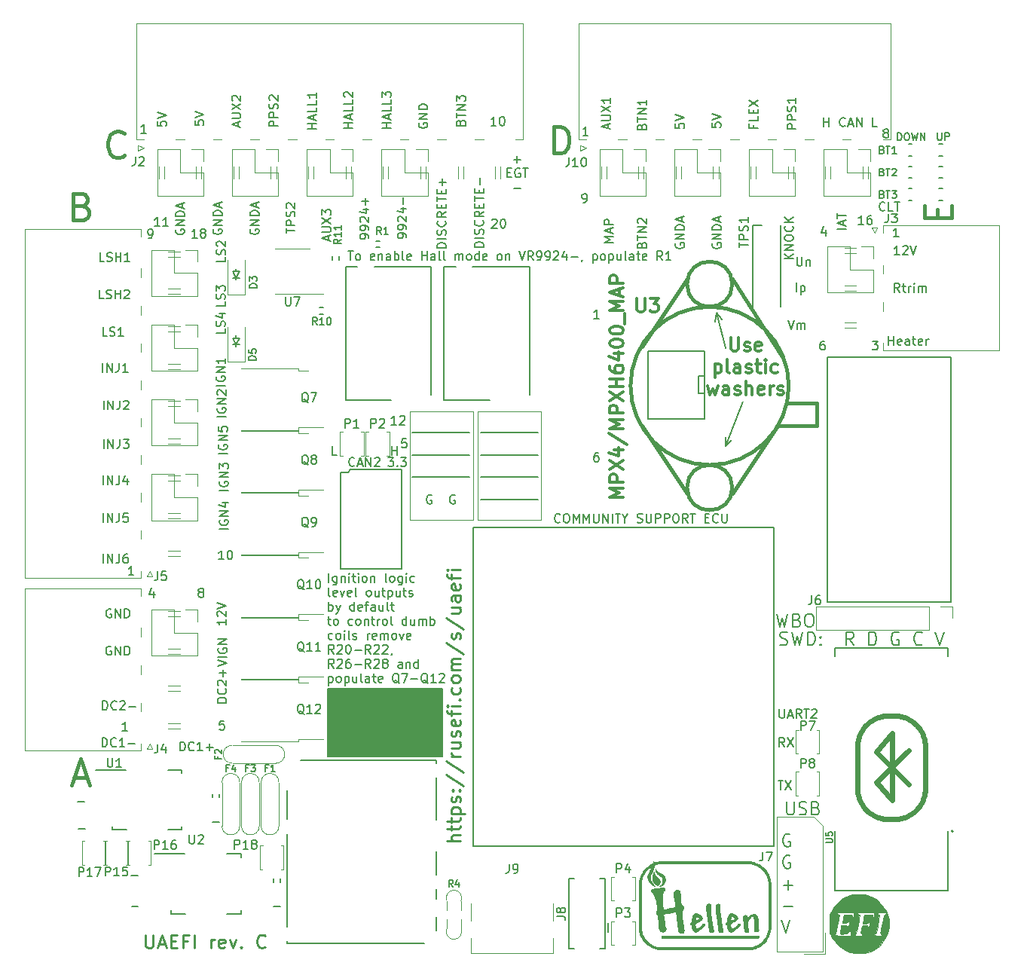
<source format=gto>
G04 #@! TF.GenerationSoftware,KiCad,Pcbnew,7.0.11-7.0.11~ubuntu22.04.1*
G04 #@! TF.CreationDate,2024-04-05T19:12:00+00:00*
G04 #@! TF.ProjectId,uaefi,75616566-692e-46b6-9963-61645f706362,C*
G04 #@! TF.SameCoordinates,Original*
G04 #@! TF.FileFunction,Legend,Top*
G04 #@! TF.FilePolarity,Positive*
%FSLAX46Y46*%
G04 Gerber Fmt 4.6, Leading zero omitted, Abs format (unit mm)*
G04 Created by KiCad (PCBNEW 7.0.11-7.0.11~ubuntu22.04.1) date 2024-04-05 19:12:00*
%MOMM*%
%LPD*%
G01*
G04 APERTURE LIST*
%ADD10C,0.150000*%
%ADD11C,0.450000*%
%ADD12C,0.200000*%
%ADD13C,0.170000*%
%ADD14C,0.250000*%
%ADD15C,0.127000*%
%ADD16C,0.304800*%
%ADD17C,0.120000*%
%ADD18C,0.203200*%
%ADD19C,0.631031*%
%ADD20C,0.099060*%
%ADD21C,0.002540*%
%ADD22C,0.381000*%
G04 APERTURE END LIST*
D10*
X46500000Y53800000D02*
X52900000Y53800000D01*
X46500000Y51200000D02*
X52900000Y51200000D01*
X38800000Y58800000D02*
X45200000Y58800000D01*
X29270000Y29932435D02*
X42186015Y29932435D01*
X42186015Y22357565D01*
X29270000Y22357565D01*
X29270000Y29932435D01*
G36*
X29270000Y29932435D02*
G01*
X42186015Y29932435D01*
X42186015Y22357565D01*
X29270000Y22357565D01*
X29270000Y29932435D01*
G37*
X46500000Y56200000D02*
X52900000Y56200000D01*
X38800000Y53800000D02*
X45200000Y53800000D01*
X46500000Y58800000D02*
X52900000Y58800000D01*
X38800000Y56200000D02*
X45200000Y56200000D01*
X36514286Y56245181D02*
X36514286Y57245181D01*
X36514286Y56768991D02*
X37085714Y56768991D01*
X37085714Y56245181D02*
X37085714Y57245181D01*
X93530952Y78745181D02*
X92959524Y78745181D01*
X93245238Y78745181D02*
X93245238Y79745181D01*
X93245238Y79745181D02*
X93150000Y79602324D01*
X93150000Y79602324D02*
X93054762Y79507086D01*
X93054762Y79507086D02*
X92959524Y79459467D01*
X93911905Y79649943D02*
X93959524Y79697562D01*
X93959524Y79697562D02*
X94054762Y79745181D01*
X94054762Y79745181D02*
X94292857Y79745181D01*
X94292857Y79745181D02*
X94388095Y79697562D01*
X94388095Y79697562D02*
X94435714Y79649943D01*
X94435714Y79649943D02*
X94483333Y79554705D01*
X94483333Y79554705D02*
X94483333Y79459467D01*
X94483333Y79459467D02*
X94435714Y79316610D01*
X94435714Y79316610D02*
X93864286Y78745181D01*
X93864286Y78745181D02*
X94483333Y78745181D01*
X94769048Y79745181D02*
X95102381Y78745181D01*
X95102381Y78745181D02*
X95435714Y79745181D01*
D11*
X1714285Y84206972D02*
X2142857Y84064115D01*
X2142857Y84064115D02*
X2285714Y83921258D01*
X2285714Y83921258D02*
X2428571Y83635543D01*
X2428571Y83635543D02*
X2428571Y83206972D01*
X2428571Y83206972D02*
X2285714Y82921258D01*
X2285714Y82921258D02*
X2142857Y82778400D01*
X2142857Y82778400D02*
X1857142Y82635543D01*
X1857142Y82635543D02*
X714285Y82635543D01*
X714285Y82635543D02*
X714285Y85635543D01*
X714285Y85635543D02*
X1714285Y85635543D01*
X1714285Y85635543D02*
X2000000Y85492686D01*
X2000000Y85492686D02*
X2142857Y85349829D01*
X2142857Y85349829D02*
X2285714Y85064115D01*
X2285714Y85064115D02*
X2285714Y84778400D01*
X2285714Y84778400D02*
X2142857Y84492686D01*
X2142857Y84492686D02*
X2000000Y84349829D01*
X2000000Y84349829D02*
X1714285Y84206972D01*
X1714285Y84206972D02*
X714285Y84206972D01*
D10*
X17638095Y26345181D02*
X17161905Y26345181D01*
X17161905Y26345181D02*
X17114286Y25868991D01*
X17114286Y25868991D02*
X17161905Y25916610D01*
X17161905Y25916610D02*
X17257143Y25964229D01*
X17257143Y25964229D02*
X17495238Y25964229D01*
X17495238Y25964229D02*
X17590476Y25916610D01*
X17590476Y25916610D02*
X17638095Y25868991D01*
X17638095Y25868991D02*
X17685714Y25773753D01*
X17685714Y25773753D02*
X17685714Y25535658D01*
X17685714Y25535658D02*
X17638095Y25440420D01*
X17638095Y25440420D02*
X17590476Y25392800D01*
X17590476Y25392800D02*
X17495238Y25345181D01*
X17495238Y25345181D02*
X17257143Y25345181D01*
X17257143Y25345181D02*
X17161905Y25392800D01*
X17161905Y25392800D02*
X17114286Y25440420D01*
X4069048Y44095181D02*
X4069048Y45095181D01*
X4545238Y44095181D02*
X4545238Y45095181D01*
X4545238Y45095181D02*
X5116666Y44095181D01*
X5116666Y44095181D02*
X5116666Y45095181D01*
X5878571Y45095181D02*
X5878571Y44380896D01*
X5878571Y44380896D02*
X5830952Y44238039D01*
X5830952Y44238039D02*
X5735714Y44142800D01*
X5735714Y44142800D02*
X5592857Y44095181D01*
X5592857Y44095181D02*
X5497619Y44095181D01*
X6783333Y45095181D02*
X6592857Y45095181D01*
X6592857Y45095181D02*
X6497619Y45047562D01*
X6497619Y45047562D02*
X6450000Y44999943D01*
X6450000Y44999943D02*
X6354762Y44857086D01*
X6354762Y44857086D02*
X6307143Y44666610D01*
X6307143Y44666610D02*
X6307143Y44285658D01*
X6307143Y44285658D02*
X6354762Y44190420D01*
X6354762Y44190420D02*
X6402381Y44142800D01*
X6402381Y44142800D02*
X6497619Y44095181D01*
X6497619Y44095181D02*
X6688095Y44095181D01*
X6688095Y44095181D02*
X6783333Y44142800D01*
X6783333Y44142800D02*
X6830952Y44190420D01*
X6830952Y44190420D02*
X6878571Y44285658D01*
X6878571Y44285658D02*
X6878571Y44523753D01*
X6878571Y44523753D02*
X6830952Y44618991D01*
X6830952Y44618991D02*
X6783333Y44666610D01*
X6783333Y44666610D02*
X6688095Y44714229D01*
X6688095Y44714229D02*
X6497619Y44714229D01*
X6497619Y44714229D02*
X6402381Y44666610D01*
X6402381Y44666610D02*
X6354762Y44618991D01*
X6354762Y44618991D02*
X6307143Y44523753D01*
X17804819Y78457143D02*
X17804819Y77980953D01*
X17804819Y77980953D02*
X16804819Y77980953D01*
X17757200Y78742858D02*
X17804819Y78885715D01*
X17804819Y78885715D02*
X17804819Y79123810D01*
X17804819Y79123810D02*
X17757200Y79219048D01*
X17757200Y79219048D02*
X17709580Y79266667D01*
X17709580Y79266667D02*
X17614342Y79314286D01*
X17614342Y79314286D02*
X17519104Y79314286D01*
X17519104Y79314286D02*
X17423866Y79266667D01*
X17423866Y79266667D02*
X17376247Y79219048D01*
X17376247Y79219048D02*
X17328628Y79123810D01*
X17328628Y79123810D02*
X17281009Y78933334D01*
X17281009Y78933334D02*
X17233390Y78838096D01*
X17233390Y78838096D02*
X17185771Y78790477D01*
X17185771Y78790477D02*
X17090533Y78742858D01*
X17090533Y78742858D02*
X16995295Y78742858D01*
X16995295Y78742858D02*
X16900057Y78790477D01*
X16900057Y78790477D02*
X16852438Y78838096D01*
X16852438Y78838096D02*
X16804819Y78933334D01*
X16804819Y78933334D02*
X16804819Y79171429D01*
X16804819Y79171429D02*
X16852438Y79314286D01*
X16900057Y79695239D02*
X16852438Y79742858D01*
X16852438Y79742858D02*
X16804819Y79838096D01*
X16804819Y79838096D02*
X16804819Y80076191D01*
X16804819Y80076191D02*
X16852438Y80171429D01*
X16852438Y80171429D02*
X16900057Y80219048D01*
X16900057Y80219048D02*
X16995295Y80266667D01*
X16995295Y80266667D02*
X17090533Y80266667D01*
X17090533Y80266667D02*
X17233390Y80219048D01*
X17233390Y80219048D02*
X17804819Y79647620D01*
X17804819Y79647620D02*
X17804819Y80266667D01*
X4069048Y52895181D02*
X4069048Y53895181D01*
X4545238Y52895181D02*
X4545238Y53895181D01*
X4545238Y53895181D02*
X5116666Y52895181D01*
X5116666Y52895181D02*
X5116666Y53895181D01*
X5878571Y53895181D02*
X5878571Y53180896D01*
X5878571Y53180896D02*
X5830952Y53038039D01*
X5830952Y53038039D02*
X5735714Y52942800D01*
X5735714Y52942800D02*
X5592857Y52895181D01*
X5592857Y52895181D02*
X5497619Y52895181D01*
X6783333Y53561848D02*
X6783333Y52895181D01*
X6545238Y53942800D02*
X6307143Y53228515D01*
X6307143Y53228515D02*
X6926190Y53228515D01*
X4133333Y73795181D02*
X3657143Y73795181D01*
X3657143Y73795181D02*
X3657143Y74795181D01*
X4419048Y73842800D02*
X4561905Y73795181D01*
X4561905Y73795181D02*
X4800000Y73795181D01*
X4800000Y73795181D02*
X4895238Y73842800D01*
X4895238Y73842800D02*
X4942857Y73890420D01*
X4942857Y73890420D02*
X4990476Y73985658D01*
X4990476Y73985658D02*
X4990476Y74080896D01*
X4990476Y74080896D02*
X4942857Y74176134D01*
X4942857Y74176134D02*
X4895238Y74223753D01*
X4895238Y74223753D02*
X4800000Y74271372D01*
X4800000Y74271372D02*
X4609524Y74318991D01*
X4609524Y74318991D02*
X4514286Y74366610D01*
X4514286Y74366610D02*
X4466667Y74414229D01*
X4466667Y74414229D02*
X4419048Y74509467D01*
X4419048Y74509467D02*
X4419048Y74604705D01*
X4419048Y74604705D02*
X4466667Y74699943D01*
X4466667Y74699943D02*
X4514286Y74747562D01*
X4514286Y74747562D02*
X4609524Y74795181D01*
X4609524Y74795181D02*
X4847619Y74795181D01*
X4847619Y74795181D02*
X4990476Y74747562D01*
X5419048Y73795181D02*
X5419048Y74795181D01*
X5419048Y74318991D02*
X5990476Y74318991D01*
X5990476Y73795181D02*
X5990476Y74795181D01*
X6419048Y74699943D02*
X6466667Y74747562D01*
X6466667Y74747562D02*
X6561905Y74795181D01*
X6561905Y74795181D02*
X6800000Y74795181D01*
X6800000Y74795181D02*
X6895238Y74747562D01*
X6895238Y74747562D02*
X6942857Y74699943D01*
X6942857Y74699943D02*
X6990476Y74604705D01*
X6990476Y74604705D02*
X6990476Y74509467D01*
X6990476Y74509467D02*
X6942857Y74366610D01*
X6942857Y74366610D02*
X6371429Y73795181D01*
X6371429Y73795181D02*
X6990476Y73795181D01*
X14609523Y80645181D02*
X14038095Y80645181D01*
X14323809Y80645181D02*
X14323809Y81645181D01*
X14323809Y81645181D02*
X14228571Y81502324D01*
X14228571Y81502324D02*
X14133333Y81407086D01*
X14133333Y81407086D02*
X14038095Y81359467D01*
X15180952Y81216610D02*
X15085714Y81264229D01*
X15085714Y81264229D02*
X15038095Y81311848D01*
X15038095Y81311848D02*
X14990476Y81407086D01*
X14990476Y81407086D02*
X14990476Y81454705D01*
X14990476Y81454705D02*
X15038095Y81549943D01*
X15038095Y81549943D02*
X15085714Y81597562D01*
X15085714Y81597562D02*
X15180952Y81645181D01*
X15180952Y81645181D02*
X15371428Y81645181D01*
X15371428Y81645181D02*
X15466666Y81597562D01*
X15466666Y81597562D02*
X15514285Y81549943D01*
X15514285Y81549943D02*
X15561904Y81454705D01*
X15561904Y81454705D02*
X15561904Y81407086D01*
X15561904Y81407086D02*
X15514285Y81311848D01*
X15514285Y81311848D02*
X15466666Y81264229D01*
X15466666Y81264229D02*
X15371428Y81216610D01*
X15371428Y81216610D02*
X15180952Y81216610D01*
X15180952Y81216610D02*
X15085714Y81168991D01*
X15085714Y81168991D02*
X15038095Y81121372D01*
X15038095Y81121372D02*
X14990476Y81026134D01*
X14990476Y81026134D02*
X14990476Y80835658D01*
X14990476Y80835658D02*
X15038095Y80740420D01*
X15038095Y80740420D02*
X15085714Y80692800D01*
X15085714Y80692800D02*
X15180952Y80645181D01*
X15180952Y80645181D02*
X15371428Y80645181D01*
X15371428Y80645181D02*
X15466666Y80692800D01*
X15466666Y80692800D02*
X15514285Y80740420D01*
X15514285Y80740420D02*
X15561904Y80835658D01*
X15561904Y80835658D02*
X15561904Y81026134D01*
X15561904Y81026134D02*
X15514285Y81121372D01*
X15514285Y81121372D02*
X15466666Y81168991D01*
X15466666Y81168991D02*
X15371428Y81216610D01*
X3992857Y27595181D02*
X3992857Y28595181D01*
X3992857Y28595181D02*
X4230952Y28595181D01*
X4230952Y28595181D02*
X4373809Y28547562D01*
X4373809Y28547562D02*
X4469047Y28452324D01*
X4469047Y28452324D02*
X4516666Y28357086D01*
X4516666Y28357086D02*
X4564285Y28166610D01*
X4564285Y28166610D02*
X4564285Y28023753D01*
X4564285Y28023753D02*
X4516666Y27833277D01*
X4516666Y27833277D02*
X4469047Y27738039D01*
X4469047Y27738039D02*
X4373809Y27642800D01*
X4373809Y27642800D02*
X4230952Y27595181D01*
X4230952Y27595181D02*
X3992857Y27595181D01*
X5564285Y27690420D02*
X5516666Y27642800D01*
X5516666Y27642800D02*
X5373809Y27595181D01*
X5373809Y27595181D02*
X5278571Y27595181D01*
X5278571Y27595181D02*
X5135714Y27642800D01*
X5135714Y27642800D02*
X5040476Y27738039D01*
X5040476Y27738039D02*
X4992857Y27833277D01*
X4992857Y27833277D02*
X4945238Y28023753D01*
X4945238Y28023753D02*
X4945238Y28166610D01*
X4945238Y28166610D02*
X4992857Y28357086D01*
X4992857Y28357086D02*
X5040476Y28452324D01*
X5040476Y28452324D02*
X5135714Y28547562D01*
X5135714Y28547562D02*
X5278571Y28595181D01*
X5278571Y28595181D02*
X5373809Y28595181D01*
X5373809Y28595181D02*
X5516666Y28547562D01*
X5516666Y28547562D02*
X5564285Y28499943D01*
X5945238Y28499943D02*
X5992857Y28547562D01*
X5992857Y28547562D02*
X6088095Y28595181D01*
X6088095Y28595181D02*
X6326190Y28595181D01*
X6326190Y28595181D02*
X6421428Y28547562D01*
X6421428Y28547562D02*
X6469047Y28499943D01*
X6469047Y28499943D02*
X6516666Y28404705D01*
X6516666Y28404705D02*
X6516666Y28309467D01*
X6516666Y28309467D02*
X6469047Y28166610D01*
X6469047Y28166610D02*
X5897619Y27595181D01*
X5897619Y27595181D02*
X6516666Y27595181D01*
X6945238Y27976134D02*
X7707143Y27976134D01*
X10154819Y93709524D02*
X10154819Y93233334D01*
X10154819Y93233334D02*
X10631009Y93185715D01*
X10631009Y93185715D02*
X10583390Y93233334D01*
X10583390Y93233334D02*
X10535771Y93328572D01*
X10535771Y93328572D02*
X10535771Y93566667D01*
X10535771Y93566667D02*
X10583390Y93661905D01*
X10583390Y93661905D02*
X10631009Y93709524D01*
X10631009Y93709524D02*
X10726247Y93757143D01*
X10726247Y93757143D02*
X10964342Y93757143D01*
X10964342Y93757143D02*
X11059580Y93709524D01*
X11059580Y93709524D02*
X11107200Y93661905D01*
X11107200Y93661905D02*
X11154819Y93566667D01*
X11154819Y93566667D02*
X11154819Y93328572D01*
X11154819Y93328572D02*
X11107200Y93233334D01*
X11107200Y93233334D02*
X11059580Y93185715D01*
X10154819Y94042858D02*
X11154819Y94376191D01*
X11154819Y94376191D02*
X10154819Y94709524D01*
X58535714Y92145181D02*
X57964286Y92145181D01*
X58250000Y92145181D02*
X58250000Y93145181D01*
X58250000Y93145181D02*
X58154762Y93002324D01*
X58154762Y93002324D02*
X58059524Y92907086D01*
X58059524Y92907086D02*
X57964286Y92859467D01*
X32104819Y93000001D02*
X31104819Y93000001D01*
X31581009Y93000001D02*
X31581009Y93571429D01*
X32104819Y93571429D02*
X31104819Y93571429D01*
X31819104Y94000001D02*
X31819104Y94476191D01*
X32104819Y93904763D02*
X31104819Y94238096D01*
X31104819Y94238096D02*
X32104819Y94571429D01*
X32104819Y95380953D02*
X32104819Y94904763D01*
X32104819Y94904763D02*
X31104819Y94904763D01*
X32104819Y96190477D02*
X32104819Y95714287D01*
X32104819Y95714287D02*
X31104819Y95714287D01*
X31200057Y96476192D02*
X31152438Y96523811D01*
X31152438Y96523811D02*
X31104819Y96619049D01*
X31104819Y96619049D02*
X31104819Y96857144D01*
X31104819Y96857144D02*
X31152438Y96952382D01*
X31152438Y96952382D02*
X31200057Y97000001D01*
X31200057Y97000001D02*
X31295295Y97047620D01*
X31295295Y97047620D02*
X31390533Y97047620D01*
X31390533Y97047620D02*
X31533390Y97000001D01*
X31533390Y97000001D02*
X32104819Y96428573D01*
X32104819Y96428573D02*
X32104819Y97047620D01*
X42584819Y79529049D02*
X41584819Y79529049D01*
X41584819Y79529049D02*
X41584819Y79767144D01*
X41584819Y79767144D02*
X41632438Y79910001D01*
X41632438Y79910001D02*
X41727676Y80005239D01*
X41727676Y80005239D02*
X41822914Y80052858D01*
X41822914Y80052858D02*
X42013390Y80100477D01*
X42013390Y80100477D02*
X42156247Y80100477D01*
X42156247Y80100477D02*
X42346723Y80052858D01*
X42346723Y80052858D02*
X42441961Y80005239D01*
X42441961Y80005239D02*
X42537200Y79910001D01*
X42537200Y79910001D02*
X42584819Y79767144D01*
X42584819Y79767144D02*
X42584819Y79529049D01*
X42584819Y80529049D02*
X41584819Y80529049D01*
X42537200Y80957620D02*
X42584819Y81100477D01*
X42584819Y81100477D02*
X42584819Y81338572D01*
X42584819Y81338572D02*
X42537200Y81433810D01*
X42537200Y81433810D02*
X42489580Y81481429D01*
X42489580Y81481429D02*
X42394342Y81529048D01*
X42394342Y81529048D02*
X42299104Y81529048D01*
X42299104Y81529048D02*
X42203866Y81481429D01*
X42203866Y81481429D02*
X42156247Y81433810D01*
X42156247Y81433810D02*
X42108628Y81338572D01*
X42108628Y81338572D02*
X42061009Y81148096D01*
X42061009Y81148096D02*
X42013390Y81052858D01*
X42013390Y81052858D02*
X41965771Y81005239D01*
X41965771Y81005239D02*
X41870533Y80957620D01*
X41870533Y80957620D02*
X41775295Y80957620D01*
X41775295Y80957620D02*
X41680057Y81005239D01*
X41680057Y81005239D02*
X41632438Y81052858D01*
X41632438Y81052858D02*
X41584819Y81148096D01*
X41584819Y81148096D02*
X41584819Y81386191D01*
X41584819Y81386191D02*
X41632438Y81529048D01*
X42489580Y82529048D02*
X42537200Y82481429D01*
X42537200Y82481429D02*
X42584819Y82338572D01*
X42584819Y82338572D02*
X42584819Y82243334D01*
X42584819Y82243334D02*
X42537200Y82100477D01*
X42537200Y82100477D02*
X42441961Y82005239D01*
X42441961Y82005239D02*
X42346723Y81957620D01*
X42346723Y81957620D02*
X42156247Y81910001D01*
X42156247Y81910001D02*
X42013390Y81910001D01*
X42013390Y81910001D02*
X41822914Y81957620D01*
X41822914Y81957620D02*
X41727676Y82005239D01*
X41727676Y82005239D02*
X41632438Y82100477D01*
X41632438Y82100477D02*
X41584819Y82243334D01*
X41584819Y82243334D02*
X41584819Y82338572D01*
X41584819Y82338572D02*
X41632438Y82481429D01*
X41632438Y82481429D02*
X41680057Y82529048D01*
X42584819Y83529048D02*
X42108628Y83195715D01*
X42584819Y82957620D02*
X41584819Y82957620D01*
X41584819Y82957620D02*
X41584819Y83338572D01*
X41584819Y83338572D02*
X41632438Y83433810D01*
X41632438Y83433810D02*
X41680057Y83481429D01*
X41680057Y83481429D02*
X41775295Y83529048D01*
X41775295Y83529048D02*
X41918152Y83529048D01*
X41918152Y83529048D02*
X42013390Y83481429D01*
X42013390Y83481429D02*
X42061009Y83433810D01*
X42061009Y83433810D02*
X42108628Y83338572D01*
X42108628Y83338572D02*
X42108628Y82957620D01*
X42061009Y83957620D02*
X42061009Y84290953D01*
X42584819Y84433810D02*
X42584819Y83957620D01*
X42584819Y83957620D02*
X41584819Y83957620D01*
X41584819Y83957620D02*
X41584819Y84433810D01*
X41584819Y84719525D02*
X41584819Y85290953D01*
X42584819Y85005239D02*
X41584819Y85005239D01*
X42061009Y85624287D02*
X42061009Y85957620D01*
X42584819Y86100477D02*
X42584819Y85624287D01*
X42584819Y85624287D02*
X41584819Y85624287D01*
X41584819Y85624287D02*
X41584819Y86100477D01*
X42203866Y86529049D02*
X42203866Y87290953D01*
X42584819Y86910001D02*
X41822914Y86910001D01*
D12*
X81234349Y13603280D02*
X81101016Y13674709D01*
X81101016Y13674709D02*
X80901016Y13674709D01*
X80901016Y13674709D02*
X80701016Y13603280D01*
X80701016Y13603280D02*
X80567683Y13460423D01*
X80567683Y13460423D02*
X80501016Y13317566D01*
X80501016Y13317566D02*
X80434349Y13031852D01*
X80434349Y13031852D02*
X80434349Y12817566D01*
X80434349Y12817566D02*
X80501016Y12531852D01*
X80501016Y12531852D02*
X80567683Y12388995D01*
X80567683Y12388995D02*
X80701016Y12246137D01*
X80701016Y12246137D02*
X80901016Y12174709D01*
X80901016Y12174709D02*
X81034349Y12174709D01*
X81034349Y12174709D02*
X81234349Y12246137D01*
X81234349Y12246137D02*
X81301016Y12317566D01*
X81301016Y12317566D02*
X81301016Y12817566D01*
X81301016Y12817566D02*
X81034349Y12817566D01*
X81234349Y11188280D02*
X81101016Y11259709D01*
X81101016Y11259709D02*
X80901016Y11259709D01*
X80901016Y11259709D02*
X80701016Y11188280D01*
X80701016Y11188280D02*
X80567683Y11045423D01*
X80567683Y11045423D02*
X80501016Y10902566D01*
X80501016Y10902566D02*
X80434349Y10616852D01*
X80434349Y10616852D02*
X80434349Y10402566D01*
X80434349Y10402566D02*
X80501016Y10116852D01*
X80501016Y10116852D02*
X80567683Y9973995D01*
X80567683Y9973995D02*
X80701016Y9831137D01*
X80701016Y9831137D02*
X80901016Y9759709D01*
X80901016Y9759709D02*
X81034349Y9759709D01*
X81034349Y9759709D02*
X81234349Y9831137D01*
X81234349Y9831137D02*
X81301016Y9902566D01*
X81301016Y9902566D02*
X81301016Y10402566D01*
X81301016Y10402566D02*
X81034349Y10402566D01*
X80501016Y7916137D02*
X81567683Y7916137D01*
X81034349Y7344709D02*
X81034349Y8487566D01*
X80501016Y5501137D02*
X81567683Y5501137D01*
X80301016Y4014709D02*
X80767683Y2514709D01*
X80767683Y2514709D02*
X81234349Y4014709D01*
D10*
X81604819Y78290477D02*
X80604819Y78290477D01*
X81604819Y78861905D02*
X81033390Y78433334D01*
X80604819Y78861905D02*
X81176247Y78290477D01*
X81604819Y79290477D02*
X80604819Y79290477D01*
X80604819Y79290477D02*
X81604819Y79861905D01*
X81604819Y79861905D02*
X80604819Y79861905D01*
X80604819Y80528572D02*
X80604819Y80719048D01*
X80604819Y80719048D02*
X80652438Y80814286D01*
X80652438Y80814286D02*
X80747676Y80909524D01*
X80747676Y80909524D02*
X80938152Y80957143D01*
X80938152Y80957143D02*
X81271485Y80957143D01*
X81271485Y80957143D02*
X81461961Y80909524D01*
X81461961Y80909524D02*
X81557200Y80814286D01*
X81557200Y80814286D02*
X81604819Y80719048D01*
X81604819Y80719048D02*
X81604819Y80528572D01*
X81604819Y80528572D02*
X81557200Y80433334D01*
X81557200Y80433334D02*
X81461961Y80338096D01*
X81461961Y80338096D02*
X81271485Y80290477D01*
X81271485Y80290477D02*
X80938152Y80290477D01*
X80938152Y80290477D02*
X80747676Y80338096D01*
X80747676Y80338096D02*
X80652438Y80433334D01*
X80652438Y80433334D02*
X80604819Y80528572D01*
X81509580Y81957143D02*
X81557200Y81909524D01*
X81557200Y81909524D02*
X81604819Y81766667D01*
X81604819Y81766667D02*
X81604819Y81671429D01*
X81604819Y81671429D02*
X81557200Y81528572D01*
X81557200Y81528572D02*
X81461961Y81433334D01*
X81461961Y81433334D02*
X81366723Y81385715D01*
X81366723Y81385715D02*
X81176247Y81338096D01*
X81176247Y81338096D02*
X81033390Y81338096D01*
X81033390Y81338096D02*
X80842914Y81385715D01*
X80842914Y81385715D02*
X80747676Y81433334D01*
X80747676Y81433334D02*
X80652438Y81528572D01*
X80652438Y81528572D02*
X80604819Y81671429D01*
X80604819Y81671429D02*
X80604819Y81766667D01*
X80604819Y81766667D02*
X80652438Y81909524D01*
X80652438Y81909524D02*
X80700057Y81957143D01*
X81604819Y82385715D02*
X80604819Y82385715D01*
X81604819Y82957143D02*
X81033390Y82528572D01*
X80604819Y82957143D02*
X81176247Y82385715D01*
X80036779Y27670181D02*
X80036779Y26860658D01*
X80036779Y26860658D02*
X80084398Y26765420D01*
X80084398Y26765420D02*
X80132017Y26717800D01*
X80132017Y26717800D02*
X80227255Y26670181D01*
X80227255Y26670181D02*
X80417731Y26670181D01*
X80417731Y26670181D02*
X80512969Y26717800D01*
X80512969Y26717800D02*
X80560588Y26765420D01*
X80560588Y26765420D02*
X80608207Y26860658D01*
X80608207Y26860658D02*
X80608207Y27670181D01*
X81036779Y26955896D02*
X81512969Y26955896D01*
X80941541Y26670181D02*
X81274874Y27670181D01*
X81274874Y27670181D02*
X81608207Y26670181D01*
X82512969Y26670181D02*
X82179636Y27146372D01*
X81941541Y26670181D02*
X81941541Y27670181D01*
X81941541Y27670181D02*
X82322493Y27670181D01*
X82322493Y27670181D02*
X82417731Y27622562D01*
X82417731Y27622562D02*
X82465350Y27574943D01*
X82465350Y27574943D02*
X82512969Y27479705D01*
X82512969Y27479705D02*
X82512969Y27336848D01*
X82512969Y27336848D02*
X82465350Y27241610D01*
X82465350Y27241610D02*
X82417731Y27193991D01*
X82417731Y27193991D02*
X82322493Y27146372D01*
X82322493Y27146372D02*
X81941541Y27146372D01*
X82798684Y27670181D02*
X83370112Y27670181D01*
X83084398Y26670181D02*
X83084398Y27670181D01*
X83655827Y27574943D02*
X83703446Y27622562D01*
X83703446Y27622562D02*
X83798684Y27670181D01*
X83798684Y27670181D02*
X84036779Y27670181D01*
X84036779Y27670181D02*
X84132017Y27622562D01*
X84132017Y27622562D02*
X84179636Y27574943D01*
X84179636Y27574943D02*
X84227255Y27479705D01*
X84227255Y27479705D02*
X84227255Y27384467D01*
X84227255Y27384467D02*
X84179636Y27241610D01*
X84179636Y27241610D02*
X83608208Y26670181D01*
X83608208Y26670181D02*
X84227255Y26670181D01*
X80608207Y23450181D02*
X80274874Y23926372D01*
X80036779Y23450181D02*
X80036779Y24450181D01*
X80036779Y24450181D02*
X80417731Y24450181D01*
X80417731Y24450181D02*
X80512969Y24402562D01*
X80512969Y24402562D02*
X80560588Y24354943D01*
X80560588Y24354943D02*
X80608207Y24259705D01*
X80608207Y24259705D02*
X80608207Y24116848D01*
X80608207Y24116848D02*
X80560588Y24021610D01*
X80560588Y24021610D02*
X80512969Y23973991D01*
X80512969Y23973991D02*
X80417731Y23926372D01*
X80417731Y23926372D02*
X80036779Y23926372D01*
X80941541Y24450181D02*
X81608207Y23450181D01*
X81608207Y24450181D02*
X80941541Y23450181D01*
X79893922Y19620181D02*
X80465350Y19620181D01*
X80179636Y18620181D02*
X80179636Y19620181D01*
X80703446Y19620181D02*
X81370112Y18620181D01*
X81370112Y19620181D02*
X80703446Y18620181D01*
D11*
X785714Y19992686D02*
X2214286Y19992686D01*
X500000Y19135543D02*
X1500000Y22135543D01*
X1500000Y22135543D02*
X2500000Y19135543D01*
D10*
X14354819Y93809524D02*
X14354819Y93333334D01*
X14354819Y93333334D02*
X14831009Y93285715D01*
X14831009Y93285715D02*
X14783390Y93333334D01*
X14783390Y93333334D02*
X14735771Y93428572D01*
X14735771Y93428572D02*
X14735771Y93666667D01*
X14735771Y93666667D02*
X14783390Y93761905D01*
X14783390Y93761905D02*
X14831009Y93809524D01*
X14831009Y93809524D02*
X14926247Y93857143D01*
X14926247Y93857143D02*
X15164342Y93857143D01*
X15164342Y93857143D02*
X15259580Y93809524D01*
X15259580Y93809524D02*
X15307200Y93761905D01*
X15307200Y93761905D02*
X15354819Y93666667D01*
X15354819Y93666667D02*
X15354819Y93428572D01*
X15354819Y93428572D02*
X15307200Y93333334D01*
X15307200Y93333334D02*
X15259580Y93285715D01*
X14354819Y94142858D02*
X15354819Y94476191D01*
X15354819Y94476191D02*
X14354819Y94809524D01*
X89509523Y82145181D02*
X88938095Y82145181D01*
X89223809Y82145181D02*
X89223809Y83145181D01*
X89223809Y83145181D02*
X89128571Y83002324D01*
X89128571Y83002324D02*
X89033333Y82907086D01*
X89033333Y82907086D02*
X88938095Y82859467D01*
X90366666Y83145181D02*
X90176190Y83145181D01*
X90176190Y83145181D02*
X90080952Y83097562D01*
X90080952Y83097562D02*
X90033333Y83049943D01*
X90033333Y83049943D02*
X89938095Y82907086D01*
X89938095Y82907086D02*
X89890476Y82716610D01*
X89890476Y82716610D02*
X89890476Y82335658D01*
X89890476Y82335658D02*
X89938095Y82240420D01*
X89938095Y82240420D02*
X89985714Y82192800D01*
X89985714Y82192800D02*
X90080952Y82145181D01*
X90080952Y82145181D02*
X90271428Y82145181D01*
X90271428Y82145181D02*
X90366666Y82192800D01*
X90366666Y82192800D02*
X90414285Y82240420D01*
X90414285Y82240420D02*
X90461904Y82335658D01*
X90461904Y82335658D02*
X90461904Y82573753D01*
X90461904Y82573753D02*
X90414285Y82668991D01*
X90414285Y82668991D02*
X90366666Y82716610D01*
X90366666Y82716610D02*
X90271428Y82764229D01*
X90271428Y82764229D02*
X90080952Y82764229D01*
X90080952Y82764229D02*
X89985714Y82716610D01*
X89985714Y82716610D02*
X89938095Y82668991D01*
X89938095Y82668991D02*
X89890476Y82573753D01*
X44231009Y93590477D02*
X44278628Y93733334D01*
X44278628Y93733334D02*
X44326247Y93780953D01*
X44326247Y93780953D02*
X44421485Y93828572D01*
X44421485Y93828572D02*
X44564342Y93828572D01*
X44564342Y93828572D02*
X44659580Y93780953D01*
X44659580Y93780953D02*
X44707200Y93733334D01*
X44707200Y93733334D02*
X44754819Y93638096D01*
X44754819Y93638096D02*
X44754819Y93257144D01*
X44754819Y93257144D02*
X43754819Y93257144D01*
X43754819Y93257144D02*
X43754819Y93590477D01*
X43754819Y93590477D02*
X43802438Y93685715D01*
X43802438Y93685715D02*
X43850057Y93733334D01*
X43850057Y93733334D02*
X43945295Y93780953D01*
X43945295Y93780953D02*
X44040533Y93780953D01*
X44040533Y93780953D02*
X44135771Y93733334D01*
X44135771Y93733334D02*
X44183390Y93685715D01*
X44183390Y93685715D02*
X44231009Y93590477D01*
X44231009Y93590477D02*
X44231009Y93257144D01*
X43754819Y94114287D02*
X43754819Y94685715D01*
X44754819Y94400001D02*
X43754819Y94400001D01*
X44754819Y95019049D02*
X43754819Y95019049D01*
X43754819Y95019049D02*
X44754819Y95590477D01*
X44754819Y95590477D02*
X43754819Y95590477D01*
X43754819Y95971430D02*
X43754819Y96590477D01*
X43754819Y96590477D02*
X44135771Y96257144D01*
X44135771Y96257144D02*
X44135771Y96400001D01*
X44135771Y96400001D02*
X44183390Y96495239D01*
X44183390Y96495239D02*
X44231009Y96542858D01*
X44231009Y96542858D02*
X44326247Y96590477D01*
X44326247Y96590477D02*
X44564342Y96590477D01*
X44564342Y96590477D02*
X44659580Y96542858D01*
X44659580Y96542858D02*
X44707200Y96495239D01*
X44707200Y96495239D02*
X44754819Y96400001D01*
X44754819Y96400001D02*
X44754819Y96114287D01*
X44754819Y96114287D02*
X44707200Y96019049D01*
X44707200Y96019049D02*
X44659580Y95971430D01*
X19219104Y93185715D02*
X19219104Y93661905D01*
X19504819Y93090477D02*
X18504819Y93423810D01*
X18504819Y93423810D02*
X19504819Y93757143D01*
X18504819Y94090477D02*
X19314342Y94090477D01*
X19314342Y94090477D02*
X19409580Y94138096D01*
X19409580Y94138096D02*
X19457200Y94185715D01*
X19457200Y94185715D02*
X19504819Y94280953D01*
X19504819Y94280953D02*
X19504819Y94471429D01*
X19504819Y94471429D02*
X19457200Y94566667D01*
X19457200Y94566667D02*
X19409580Y94614286D01*
X19409580Y94614286D02*
X19314342Y94661905D01*
X19314342Y94661905D02*
X18504819Y94661905D01*
X18504819Y95042858D02*
X19504819Y95709524D01*
X18504819Y95709524D02*
X19504819Y95042858D01*
X18600057Y96042858D02*
X18552438Y96090477D01*
X18552438Y96090477D02*
X18504819Y96185715D01*
X18504819Y96185715D02*
X18504819Y96423810D01*
X18504819Y96423810D02*
X18552438Y96519048D01*
X18552438Y96519048D02*
X18600057Y96566667D01*
X18600057Y96566667D02*
X18695295Y96614286D01*
X18695295Y96614286D02*
X18790533Y96614286D01*
X18790533Y96614286D02*
X18933390Y96566667D01*
X18933390Y96566667D02*
X19504819Y95995239D01*
X19504819Y95995239D02*
X19504819Y96614286D01*
X9740476Y40911848D02*
X9740476Y40245181D01*
X9502381Y41292800D02*
X9264286Y40578515D01*
X9264286Y40578515D02*
X9883333Y40578515D01*
X36052381Y55945181D02*
X36671428Y55945181D01*
X36671428Y55945181D02*
X36338095Y55564229D01*
X36338095Y55564229D02*
X36480952Y55564229D01*
X36480952Y55564229D02*
X36576190Y55516610D01*
X36576190Y55516610D02*
X36623809Y55468991D01*
X36623809Y55468991D02*
X36671428Y55373753D01*
X36671428Y55373753D02*
X36671428Y55135658D01*
X36671428Y55135658D02*
X36623809Y55040420D01*
X36623809Y55040420D02*
X36576190Y54992800D01*
X36576190Y54992800D02*
X36480952Y54945181D01*
X36480952Y54945181D02*
X36195238Y54945181D01*
X36195238Y54945181D02*
X36100000Y54992800D01*
X36100000Y54992800D02*
X36052381Y55040420D01*
X37100000Y55040420D02*
X37147619Y54992800D01*
X37147619Y54992800D02*
X37100000Y54945181D01*
X37100000Y54945181D02*
X37052381Y54992800D01*
X37052381Y54992800D02*
X37100000Y55040420D01*
X37100000Y55040420D02*
X37100000Y54945181D01*
X37480952Y55945181D02*
X38099999Y55945181D01*
X38099999Y55945181D02*
X37766666Y55564229D01*
X37766666Y55564229D02*
X37909523Y55564229D01*
X37909523Y55564229D02*
X38004761Y55516610D01*
X38004761Y55516610D02*
X38052380Y55468991D01*
X38052380Y55468991D02*
X38099999Y55373753D01*
X38099999Y55373753D02*
X38099999Y55135658D01*
X38099999Y55135658D02*
X38052380Y55040420D01*
X38052380Y55040420D02*
X38004761Y54992800D01*
X38004761Y54992800D02*
X37909523Y54945181D01*
X37909523Y54945181D02*
X37623809Y54945181D01*
X37623809Y54945181D02*
X37528571Y54992800D01*
X37528571Y54992800D02*
X37480952Y55040420D01*
X75504819Y79561906D02*
X75504819Y80133334D01*
X76504819Y79847620D02*
X75504819Y79847620D01*
X76504819Y80466668D02*
X75504819Y80466668D01*
X75504819Y80466668D02*
X75504819Y80847620D01*
X75504819Y80847620D02*
X75552438Y80942858D01*
X75552438Y80942858D02*
X75600057Y80990477D01*
X75600057Y80990477D02*
X75695295Y81038096D01*
X75695295Y81038096D02*
X75838152Y81038096D01*
X75838152Y81038096D02*
X75933390Y80990477D01*
X75933390Y80990477D02*
X75981009Y80942858D01*
X75981009Y80942858D02*
X76028628Y80847620D01*
X76028628Y80847620D02*
X76028628Y80466668D01*
X76457200Y81419049D02*
X76504819Y81561906D01*
X76504819Y81561906D02*
X76504819Y81800001D01*
X76504819Y81800001D02*
X76457200Y81895239D01*
X76457200Y81895239D02*
X76409580Y81942858D01*
X76409580Y81942858D02*
X76314342Y81990477D01*
X76314342Y81990477D02*
X76219104Y81990477D01*
X76219104Y81990477D02*
X76123866Y81942858D01*
X76123866Y81942858D02*
X76076247Y81895239D01*
X76076247Y81895239D02*
X76028628Y81800001D01*
X76028628Y81800001D02*
X75981009Y81609525D01*
X75981009Y81609525D02*
X75933390Y81514287D01*
X75933390Y81514287D02*
X75885771Y81466668D01*
X75885771Y81466668D02*
X75790533Y81419049D01*
X75790533Y81419049D02*
X75695295Y81419049D01*
X75695295Y81419049D02*
X75600057Y81466668D01*
X75600057Y81466668D02*
X75552438Y81514287D01*
X75552438Y81514287D02*
X75504819Y81609525D01*
X75504819Y81609525D02*
X75504819Y81847620D01*
X75504819Y81847620D02*
X75552438Y81990477D01*
X76504819Y82942858D02*
X76504819Y82371430D01*
X76504819Y82657144D02*
X75504819Y82657144D01*
X75504819Y82657144D02*
X75647676Y82561906D01*
X75647676Y82561906D02*
X75742914Y82466668D01*
X75742914Y82466668D02*
X75790533Y82371430D01*
D13*
X97807080Y92429192D02*
X97807080Y91765382D01*
X97807080Y91765382D02*
X97846127Y91687287D01*
X97846127Y91687287D02*
X97885175Y91648239D01*
X97885175Y91648239D02*
X97963270Y91609192D01*
X97963270Y91609192D02*
X98119461Y91609192D01*
X98119461Y91609192D02*
X98197556Y91648239D01*
X98197556Y91648239D02*
X98236603Y91687287D01*
X98236603Y91687287D02*
X98275651Y91765382D01*
X98275651Y91765382D02*
X98275651Y92429192D01*
X98666128Y91609192D02*
X98666128Y92429192D01*
X98666128Y92429192D02*
X98978509Y92429192D01*
X98978509Y92429192D02*
X99056604Y92390144D01*
X99056604Y92390144D02*
X99095651Y92351097D01*
X99095651Y92351097D02*
X99134699Y92273001D01*
X99134699Y92273001D02*
X99134699Y92155859D01*
X99134699Y92155859D02*
X99095651Y92077763D01*
X99095651Y92077763D02*
X99056604Y92038716D01*
X99056604Y92038716D02*
X98978509Y91999668D01*
X98978509Y91999668D02*
X98666128Y91999668D01*
D10*
X38138095Y58045181D02*
X37661905Y58045181D01*
X37661905Y58045181D02*
X37614286Y57568991D01*
X37614286Y57568991D02*
X37661905Y57616610D01*
X37661905Y57616610D02*
X37757143Y57664229D01*
X37757143Y57664229D02*
X37995238Y57664229D01*
X37995238Y57664229D02*
X38090476Y57616610D01*
X38090476Y57616610D02*
X38138095Y57568991D01*
X38138095Y57568991D02*
X38185714Y57473753D01*
X38185714Y57473753D02*
X38185714Y57235658D01*
X38185714Y57235658D02*
X38138095Y57140420D01*
X38138095Y57140420D02*
X38090476Y57092800D01*
X38090476Y57092800D02*
X37995238Y57045181D01*
X37995238Y57045181D02*
X37757143Y57045181D01*
X37757143Y57045181D02*
X37661905Y57092800D01*
X37661905Y57092800D02*
X37614286Y57140420D01*
X29369104Y80385715D02*
X29369104Y80861905D01*
X29654819Y80290477D02*
X28654819Y80623810D01*
X28654819Y80623810D02*
X29654819Y80957143D01*
X28654819Y81290477D02*
X29464342Y81290477D01*
X29464342Y81290477D02*
X29559580Y81338096D01*
X29559580Y81338096D02*
X29607200Y81385715D01*
X29607200Y81385715D02*
X29654819Y81480953D01*
X29654819Y81480953D02*
X29654819Y81671429D01*
X29654819Y81671429D02*
X29607200Y81766667D01*
X29607200Y81766667D02*
X29559580Y81814286D01*
X29559580Y81814286D02*
X29464342Y81861905D01*
X29464342Y81861905D02*
X28654819Y81861905D01*
X28654819Y82242858D02*
X29654819Y82909524D01*
X28654819Y82909524D02*
X29654819Y82242858D01*
X28654819Y83195239D02*
X28654819Y83814286D01*
X28654819Y83814286D02*
X29035771Y83480953D01*
X29035771Y83480953D02*
X29035771Y83623810D01*
X29035771Y83623810D02*
X29083390Y83719048D01*
X29083390Y83719048D02*
X29131009Y83766667D01*
X29131009Y83766667D02*
X29226247Y83814286D01*
X29226247Y83814286D02*
X29464342Y83814286D01*
X29464342Y83814286D02*
X29559580Y83766667D01*
X29559580Y83766667D02*
X29607200Y83719048D01*
X29607200Y83719048D02*
X29654819Y83623810D01*
X29654819Y83623810D02*
X29654819Y83338096D01*
X29654819Y83338096D02*
X29607200Y83242858D01*
X29607200Y83242858D02*
X29559580Y83195239D01*
X20602438Y81609524D02*
X20554819Y81514286D01*
X20554819Y81514286D02*
X20554819Y81371429D01*
X20554819Y81371429D02*
X20602438Y81228572D01*
X20602438Y81228572D02*
X20697676Y81133334D01*
X20697676Y81133334D02*
X20792914Y81085715D01*
X20792914Y81085715D02*
X20983390Y81038096D01*
X20983390Y81038096D02*
X21126247Y81038096D01*
X21126247Y81038096D02*
X21316723Y81085715D01*
X21316723Y81085715D02*
X21411961Y81133334D01*
X21411961Y81133334D02*
X21507200Y81228572D01*
X21507200Y81228572D02*
X21554819Y81371429D01*
X21554819Y81371429D02*
X21554819Y81466667D01*
X21554819Y81466667D02*
X21507200Y81609524D01*
X21507200Y81609524D02*
X21459580Y81657143D01*
X21459580Y81657143D02*
X21126247Y81657143D01*
X21126247Y81657143D02*
X21126247Y81466667D01*
X21554819Y82085715D02*
X20554819Y82085715D01*
X20554819Y82085715D02*
X21554819Y82657143D01*
X21554819Y82657143D02*
X20554819Y82657143D01*
X21554819Y83133334D02*
X20554819Y83133334D01*
X20554819Y83133334D02*
X20554819Y83371429D01*
X20554819Y83371429D02*
X20602438Y83514286D01*
X20602438Y83514286D02*
X20697676Y83609524D01*
X20697676Y83609524D02*
X20792914Y83657143D01*
X20792914Y83657143D02*
X20983390Y83704762D01*
X20983390Y83704762D02*
X21126247Y83704762D01*
X21126247Y83704762D02*
X21316723Y83657143D01*
X21316723Y83657143D02*
X21411961Y83609524D01*
X21411961Y83609524D02*
X21507200Y83514286D01*
X21507200Y83514286D02*
X21554819Y83371429D01*
X21554819Y83371429D02*
X21554819Y83133334D01*
X21269104Y84085715D02*
X21269104Y84561905D01*
X21554819Y83990477D02*
X20554819Y84323810D01*
X20554819Y84323810D02*
X21554819Y84657143D01*
D13*
X91580413Y90538716D02*
X91697556Y90499668D01*
X91697556Y90499668D02*
X91736603Y90460620D01*
X91736603Y90460620D02*
X91775651Y90382525D01*
X91775651Y90382525D02*
X91775651Y90265382D01*
X91775651Y90265382D02*
X91736603Y90187287D01*
X91736603Y90187287D02*
X91697556Y90148239D01*
X91697556Y90148239D02*
X91619461Y90109192D01*
X91619461Y90109192D02*
X91307080Y90109192D01*
X91307080Y90109192D02*
X91307080Y90929192D01*
X91307080Y90929192D02*
X91580413Y90929192D01*
X91580413Y90929192D02*
X91658508Y90890144D01*
X91658508Y90890144D02*
X91697556Y90851097D01*
X91697556Y90851097D02*
X91736603Y90773001D01*
X91736603Y90773001D02*
X91736603Y90694906D01*
X91736603Y90694906D02*
X91697556Y90616811D01*
X91697556Y90616811D02*
X91658508Y90577763D01*
X91658508Y90577763D02*
X91580413Y90538716D01*
X91580413Y90538716D02*
X91307080Y90538716D01*
X92009937Y90929192D02*
X92478508Y90929192D01*
X92244222Y90109192D02*
X92244222Y90929192D01*
X93181365Y90109192D02*
X92712794Y90109192D01*
X92947080Y90109192D02*
X92947080Y90929192D01*
X92947080Y90929192D02*
X92868984Y90812049D01*
X92868984Y90812049D02*
X92790889Y90733954D01*
X92790889Y90733954D02*
X92712794Y90694906D01*
D10*
X90466667Y69045181D02*
X91085714Y69045181D01*
X91085714Y69045181D02*
X90752381Y68664229D01*
X90752381Y68664229D02*
X90895238Y68664229D01*
X90895238Y68664229D02*
X90990476Y68616610D01*
X90990476Y68616610D02*
X91038095Y68568991D01*
X91038095Y68568991D02*
X91085714Y68473753D01*
X91085714Y68473753D02*
X91085714Y68235658D01*
X91085714Y68235658D02*
X91038095Y68140420D01*
X91038095Y68140420D02*
X90990476Y68092800D01*
X90990476Y68092800D02*
X90895238Y68045181D01*
X90895238Y68045181D02*
X90609524Y68045181D01*
X90609524Y68045181D02*
X90514286Y68092800D01*
X90514286Y68092800D02*
X90466667Y68140420D01*
X17620284Y44500562D02*
X17048856Y44500562D01*
X17334570Y44500562D02*
X17334570Y45500562D01*
X17334570Y45500562D02*
X17239332Y45357705D01*
X17239332Y45357705D02*
X17144094Y45262467D01*
X17144094Y45262467D02*
X17048856Y45214848D01*
X18239332Y45500562D02*
X18334570Y45500562D01*
X18334570Y45500562D02*
X18429808Y45452943D01*
X18429808Y45452943D02*
X18477427Y45405324D01*
X18477427Y45405324D02*
X18525046Y45310086D01*
X18525046Y45310086D02*
X18572665Y45119610D01*
X18572665Y45119610D02*
X18572665Y44881515D01*
X18572665Y44881515D02*
X18525046Y44691039D01*
X18525046Y44691039D02*
X18477427Y44595801D01*
X18477427Y44595801D02*
X18429808Y44548181D01*
X18429808Y44548181D02*
X18334570Y44500562D01*
X18334570Y44500562D02*
X18239332Y44500562D01*
X18239332Y44500562D02*
X18144094Y44548181D01*
X18144094Y44548181D02*
X18096475Y44595801D01*
X18096475Y44595801D02*
X18048856Y44691039D01*
X18048856Y44691039D02*
X18001237Y44881515D01*
X18001237Y44881515D02*
X18001237Y45119610D01*
X18001237Y45119610D02*
X18048856Y45310086D01*
X18048856Y45310086D02*
X18096475Y45405324D01*
X18096475Y45405324D02*
X18144094Y45452943D01*
X18144094Y45452943D02*
X18239332Y45500562D01*
X47738095Y82649943D02*
X47785714Y82697562D01*
X47785714Y82697562D02*
X47880952Y82745181D01*
X47880952Y82745181D02*
X48119047Y82745181D01*
X48119047Y82745181D02*
X48214285Y82697562D01*
X48214285Y82697562D02*
X48261904Y82649943D01*
X48261904Y82649943D02*
X48309523Y82554705D01*
X48309523Y82554705D02*
X48309523Y82459467D01*
X48309523Y82459467D02*
X48261904Y82316610D01*
X48261904Y82316610D02*
X47690476Y81745181D01*
X47690476Y81745181D02*
X48309523Y81745181D01*
X48928571Y82745181D02*
X49023809Y82745181D01*
X49023809Y82745181D02*
X49119047Y82697562D01*
X49119047Y82697562D02*
X49166666Y82649943D01*
X49166666Y82649943D02*
X49214285Y82554705D01*
X49214285Y82554705D02*
X49261904Y82364229D01*
X49261904Y82364229D02*
X49261904Y82126134D01*
X49261904Y82126134D02*
X49214285Y81935658D01*
X49214285Y81935658D02*
X49166666Y81840420D01*
X49166666Y81840420D02*
X49119047Y81792800D01*
X49119047Y81792800D02*
X49023809Y81745181D01*
X49023809Y81745181D02*
X48928571Y81745181D01*
X48928571Y81745181D02*
X48833333Y81792800D01*
X48833333Y81792800D02*
X48785714Y81840420D01*
X48785714Y81840420D02*
X48738095Y81935658D01*
X48738095Y81935658D02*
X48690476Y82126134D01*
X48690476Y82126134D02*
X48690476Y82364229D01*
X48690476Y82364229D02*
X48738095Y82554705D01*
X48738095Y82554705D02*
X48785714Y82649943D01*
X48785714Y82649943D02*
X48833333Y82697562D01*
X48833333Y82697562D02*
X48928571Y82745181D01*
X93559523Y74545181D02*
X93226190Y75021372D01*
X92988095Y74545181D02*
X92988095Y75545181D01*
X92988095Y75545181D02*
X93369047Y75545181D01*
X93369047Y75545181D02*
X93464285Y75497562D01*
X93464285Y75497562D02*
X93511904Y75449943D01*
X93511904Y75449943D02*
X93559523Y75354705D01*
X93559523Y75354705D02*
X93559523Y75211848D01*
X93559523Y75211848D02*
X93511904Y75116610D01*
X93511904Y75116610D02*
X93464285Y75068991D01*
X93464285Y75068991D02*
X93369047Y75021372D01*
X93369047Y75021372D02*
X92988095Y75021372D01*
X93845238Y75211848D02*
X94226190Y75211848D01*
X93988095Y75545181D02*
X93988095Y74688039D01*
X93988095Y74688039D02*
X94035714Y74592800D01*
X94035714Y74592800D02*
X94130952Y74545181D01*
X94130952Y74545181D02*
X94226190Y74545181D01*
X94559524Y74545181D02*
X94559524Y75211848D01*
X94559524Y75021372D02*
X94607143Y75116610D01*
X94607143Y75116610D02*
X94654762Y75164229D01*
X94654762Y75164229D02*
X94750000Y75211848D01*
X94750000Y75211848D02*
X94845238Y75211848D01*
X95178572Y74545181D02*
X95178572Y75211848D01*
X95178572Y75545181D02*
X95130953Y75497562D01*
X95130953Y75497562D02*
X95178572Y75449943D01*
X95178572Y75449943D02*
X95226191Y75497562D01*
X95226191Y75497562D02*
X95178572Y75545181D01*
X95178572Y75545181D02*
X95178572Y75449943D01*
X95654762Y74545181D02*
X95654762Y75211848D01*
X95654762Y75116610D02*
X95702381Y75164229D01*
X95702381Y75164229D02*
X95797619Y75211848D01*
X95797619Y75211848D02*
X95940476Y75211848D01*
X95940476Y75211848D02*
X96035714Y75164229D01*
X96035714Y75164229D02*
X96083333Y75068991D01*
X96083333Y75068991D02*
X96083333Y74545181D01*
X96083333Y75068991D02*
X96130952Y75164229D01*
X96130952Y75164229D02*
X96226190Y75211848D01*
X96226190Y75211848D02*
X96369047Y75211848D01*
X96369047Y75211848D02*
X96464286Y75164229D01*
X96464286Y75164229D02*
X96511905Y75068991D01*
X96511905Y75068991D02*
X96511905Y74545181D01*
X4938095Y38897562D02*
X4842857Y38945181D01*
X4842857Y38945181D02*
X4700000Y38945181D01*
X4700000Y38945181D02*
X4557143Y38897562D01*
X4557143Y38897562D02*
X4461905Y38802324D01*
X4461905Y38802324D02*
X4414286Y38707086D01*
X4414286Y38707086D02*
X4366667Y38516610D01*
X4366667Y38516610D02*
X4366667Y38373753D01*
X4366667Y38373753D02*
X4414286Y38183277D01*
X4414286Y38183277D02*
X4461905Y38088039D01*
X4461905Y38088039D02*
X4557143Y37992800D01*
X4557143Y37992800D02*
X4700000Y37945181D01*
X4700000Y37945181D02*
X4795238Y37945181D01*
X4795238Y37945181D02*
X4938095Y37992800D01*
X4938095Y37992800D02*
X4985714Y38040420D01*
X4985714Y38040420D02*
X4985714Y38373753D01*
X4985714Y38373753D02*
X4795238Y38373753D01*
X5414286Y37945181D02*
X5414286Y38945181D01*
X5414286Y38945181D02*
X5985714Y37945181D01*
X5985714Y37945181D02*
X5985714Y38945181D01*
X6461905Y37945181D02*
X6461905Y38945181D01*
X6461905Y38945181D02*
X6700000Y38945181D01*
X6700000Y38945181D02*
X6842857Y38897562D01*
X6842857Y38897562D02*
X6938095Y38802324D01*
X6938095Y38802324D02*
X6985714Y38707086D01*
X6985714Y38707086D02*
X7033333Y38516610D01*
X7033333Y38516610D02*
X7033333Y38373753D01*
X7033333Y38373753D02*
X6985714Y38183277D01*
X6985714Y38183277D02*
X6938095Y38088039D01*
X6938095Y38088039D02*
X6842857Y37992800D01*
X6842857Y37992800D02*
X6700000Y37945181D01*
X6700000Y37945181D02*
X6461905Y37945181D01*
X60769104Y92935715D02*
X60769104Y93411905D01*
X61054819Y92840477D02*
X60054819Y93173810D01*
X60054819Y93173810D02*
X61054819Y93507143D01*
X60054819Y93840477D02*
X60864342Y93840477D01*
X60864342Y93840477D02*
X60959580Y93888096D01*
X60959580Y93888096D02*
X61007200Y93935715D01*
X61007200Y93935715D02*
X61054819Y94030953D01*
X61054819Y94030953D02*
X61054819Y94221429D01*
X61054819Y94221429D02*
X61007200Y94316667D01*
X61007200Y94316667D02*
X60959580Y94364286D01*
X60959580Y94364286D02*
X60864342Y94411905D01*
X60864342Y94411905D02*
X60054819Y94411905D01*
X60054819Y94792858D02*
X61054819Y95459524D01*
X60054819Y95459524D02*
X61054819Y94792858D01*
X61054819Y96364286D02*
X61054819Y95792858D01*
X61054819Y96078572D02*
X60054819Y96078572D01*
X60054819Y96078572D02*
X60197676Y95983334D01*
X60197676Y95983334D02*
X60292914Y95888096D01*
X60292914Y95888096D02*
X60340533Y95792858D01*
X10409523Y81945181D02*
X9838095Y81945181D01*
X10123809Y81945181D02*
X10123809Y82945181D01*
X10123809Y82945181D02*
X10028571Y82802324D01*
X10028571Y82802324D02*
X9933333Y82707086D01*
X9933333Y82707086D02*
X9838095Y82659467D01*
X11361904Y81945181D02*
X10790476Y81945181D01*
X11076190Y81945181D02*
X11076190Y82945181D01*
X11076190Y82945181D02*
X10980952Y82802324D01*
X10980952Y82802324D02*
X10885714Y82707086D01*
X10885714Y82707086D02*
X10790476Y82659467D01*
X6785714Y25245181D02*
X6214286Y25245181D01*
X6500000Y25245181D02*
X6500000Y26245181D01*
X6500000Y26245181D02*
X6404762Y26102324D01*
X6404762Y26102324D02*
X6309524Y26007086D01*
X6309524Y26007086D02*
X6214286Y25959467D01*
X7485714Y42745181D02*
X6914286Y42745181D01*
X7200000Y42745181D02*
X7200000Y43745181D01*
X7200000Y43745181D02*
X7104762Y43602324D01*
X7104762Y43602324D02*
X7009524Y43507086D01*
X7009524Y43507086D02*
X6914286Y43459467D01*
X37009523Y59645181D02*
X36438095Y59645181D01*
X36723809Y59645181D02*
X36723809Y60645181D01*
X36723809Y60645181D02*
X36628571Y60502324D01*
X36628571Y60502324D02*
X36533333Y60407086D01*
X36533333Y60407086D02*
X36438095Y60359467D01*
X37390476Y60549943D02*
X37438095Y60597562D01*
X37438095Y60597562D02*
X37533333Y60645181D01*
X37533333Y60645181D02*
X37771428Y60645181D01*
X37771428Y60645181D02*
X37866666Y60597562D01*
X37866666Y60597562D02*
X37914285Y60549943D01*
X37914285Y60549943D02*
X37961904Y60454705D01*
X37961904Y60454705D02*
X37961904Y60359467D01*
X37961904Y60359467D02*
X37914285Y60216610D01*
X37914285Y60216610D02*
X37342857Y59645181D01*
X37342857Y59645181D02*
X37961904Y59645181D01*
X17854819Y37730953D02*
X17854819Y37159525D01*
X17854819Y37445239D02*
X16854819Y37445239D01*
X16854819Y37445239D02*
X16997676Y37350001D01*
X16997676Y37350001D02*
X17092914Y37254763D01*
X17092914Y37254763D02*
X17140533Y37159525D01*
X16950057Y38111906D02*
X16902438Y38159525D01*
X16902438Y38159525D02*
X16854819Y38254763D01*
X16854819Y38254763D02*
X16854819Y38492858D01*
X16854819Y38492858D02*
X16902438Y38588096D01*
X16902438Y38588096D02*
X16950057Y38635715D01*
X16950057Y38635715D02*
X17045295Y38683334D01*
X17045295Y38683334D02*
X17140533Y38683334D01*
X17140533Y38683334D02*
X17283390Y38635715D01*
X17283390Y38635715D02*
X17854819Y38064287D01*
X17854819Y38064287D02*
X17854819Y38683334D01*
X16854819Y38969049D02*
X17854819Y39302382D01*
X17854819Y39302382D02*
X16854819Y39635715D01*
X4119048Y56995181D02*
X4119048Y57995181D01*
X4595238Y56995181D02*
X4595238Y57995181D01*
X4595238Y57995181D02*
X5166666Y56995181D01*
X5166666Y56995181D02*
X5166666Y57995181D01*
X5928571Y57995181D02*
X5928571Y57280896D01*
X5928571Y57280896D02*
X5880952Y57138039D01*
X5880952Y57138039D02*
X5785714Y57042800D01*
X5785714Y57042800D02*
X5642857Y56995181D01*
X5642857Y56995181D02*
X5547619Y56995181D01*
X6309524Y57995181D02*
X6928571Y57995181D01*
X6928571Y57995181D02*
X6595238Y57614229D01*
X6595238Y57614229D02*
X6738095Y57614229D01*
X6738095Y57614229D02*
X6833333Y57566610D01*
X6833333Y57566610D02*
X6880952Y57518991D01*
X6880952Y57518991D02*
X6928571Y57423753D01*
X6928571Y57423753D02*
X6928571Y57185658D01*
X6928571Y57185658D02*
X6880952Y57090420D01*
X6880952Y57090420D02*
X6833333Y57042800D01*
X6833333Y57042800D02*
X6738095Y56995181D01*
X6738095Y56995181D02*
X6452381Y56995181D01*
X6452381Y56995181D02*
X6357143Y57042800D01*
X6357143Y57042800D02*
X6309524Y57090420D01*
D12*
X80107768Y34926179D02*
X80314911Y34854751D01*
X80314911Y34854751D02*
X80660149Y34854751D01*
X80660149Y34854751D02*
X80798244Y34926179D01*
X80798244Y34926179D02*
X80867292Y34997608D01*
X80867292Y34997608D02*
X80936339Y35140465D01*
X80936339Y35140465D02*
X80936339Y35283322D01*
X80936339Y35283322D02*
X80867292Y35426179D01*
X80867292Y35426179D02*
X80798244Y35497608D01*
X80798244Y35497608D02*
X80660149Y35569037D01*
X80660149Y35569037D02*
X80383958Y35640465D01*
X80383958Y35640465D02*
X80245863Y35711894D01*
X80245863Y35711894D02*
X80176816Y35783322D01*
X80176816Y35783322D02*
X80107768Y35926179D01*
X80107768Y35926179D02*
X80107768Y36069037D01*
X80107768Y36069037D02*
X80176816Y36211894D01*
X80176816Y36211894D02*
X80245863Y36283322D01*
X80245863Y36283322D02*
X80383958Y36354751D01*
X80383958Y36354751D02*
X80729197Y36354751D01*
X80729197Y36354751D02*
X80936339Y36283322D01*
X81419672Y36354751D02*
X81764910Y34854751D01*
X81764910Y34854751D02*
X82041101Y35926179D01*
X82041101Y35926179D02*
X82317291Y34854751D01*
X82317291Y34854751D02*
X82662530Y36354751D01*
X83214911Y34854751D02*
X83214911Y36354751D01*
X83214911Y36354751D02*
X83560149Y36354751D01*
X83560149Y36354751D02*
X83767292Y36283322D01*
X83767292Y36283322D02*
X83905387Y36140465D01*
X83905387Y36140465D02*
X83974434Y35997608D01*
X83974434Y35997608D02*
X84043482Y35711894D01*
X84043482Y35711894D02*
X84043482Y35497608D01*
X84043482Y35497608D02*
X83974434Y35211894D01*
X83974434Y35211894D02*
X83905387Y35069037D01*
X83905387Y35069037D02*
X83767292Y34926179D01*
X83767292Y34926179D02*
X83560149Y34854751D01*
X83560149Y34854751D02*
X83214911Y34854751D01*
X84664911Y34997608D02*
X84733958Y34926179D01*
X84733958Y34926179D02*
X84664911Y34854751D01*
X84664911Y34854751D02*
X84595863Y34926179D01*
X84595863Y34926179D02*
X84664911Y34997608D01*
X84664911Y34997608D02*
X84664911Y34854751D01*
X84664911Y35783322D02*
X84733958Y35711894D01*
X84733958Y35711894D02*
X84664911Y35640465D01*
X84664911Y35640465D02*
X84595863Y35711894D01*
X84595863Y35711894D02*
X84664911Y35783322D01*
X84664911Y35783322D02*
X84664911Y35640465D01*
X88393482Y34854751D02*
X87910149Y35569037D01*
X87564911Y34854751D02*
X87564911Y36354751D01*
X87564911Y36354751D02*
X88117292Y36354751D01*
X88117292Y36354751D02*
X88255387Y36283322D01*
X88255387Y36283322D02*
X88324434Y36211894D01*
X88324434Y36211894D02*
X88393482Y36069037D01*
X88393482Y36069037D02*
X88393482Y35854751D01*
X88393482Y35854751D02*
X88324434Y35711894D01*
X88324434Y35711894D02*
X88255387Y35640465D01*
X88255387Y35640465D02*
X88117292Y35569037D01*
X88117292Y35569037D02*
X87564911Y35569037D01*
X90119673Y34854751D02*
X90119673Y36354751D01*
X90119673Y36354751D02*
X90464911Y36354751D01*
X90464911Y36354751D02*
X90672054Y36283322D01*
X90672054Y36283322D02*
X90810149Y36140465D01*
X90810149Y36140465D02*
X90879196Y35997608D01*
X90879196Y35997608D02*
X90948244Y35711894D01*
X90948244Y35711894D02*
X90948244Y35497608D01*
X90948244Y35497608D02*
X90879196Y35211894D01*
X90879196Y35211894D02*
X90810149Y35069037D01*
X90810149Y35069037D02*
X90672054Y34926179D01*
X90672054Y34926179D02*
X90464911Y34854751D01*
X90464911Y34854751D02*
X90119673Y34854751D01*
X93433958Y36283322D02*
X93295863Y36354751D01*
X93295863Y36354751D02*
X93088720Y36354751D01*
X93088720Y36354751D02*
X92881577Y36283322D01*
X92881577Y36283322D02*
X92743482Y36140465D01*
X92743482Y36140465D02*
X92674435Y35997608D01*
X92674435Y35997608D02*
X92605387Y35711894D01*
X92605387Y35711894D02*
X92605387Y35497608D01*
X92605387Y35497608D02*
X92674435Y35211894D01*
X92674435Y35211894D02*
X92743482Y35069037D01*
X92743482Y35069037D02*
X92881577Y34926179D01*
X92881577Y34926179D02*
X93088720Y34854751D01*
X93088720Y34854751D02*
X93226816Y34854751D01*
X93226816Y34854751D02*
X93433958Y34926179D01*
X93433958Y34926179D02*
X93503006Y34997608D01*
X93503006Y34997608D02*
X93503006Y35497608D01*
X93503006Y35497608D02*
X93226816Y35497608D01*
X96057768Y34997608D02*
X95988720Y34926179D01*
X95988720Y34926179D02*
X95781578Y34854751D01*
X95781578Y34854751D02*
X95643482Y34854751D01*
X95643482Y34854751D02*
X95436339Y34926179D01*
X95436339Y34926179D02*
X95298244Y35069037D01*
X95298244Y35069037D02*
X95229197Y35211894D01*
X95229197Y35211894D02*
X95160149Y35497608D01*
X95160149Y35497608D02*
X95160149Y35711894D01*
X95160149Y35711894D02*
X95229197Y35997608D01*
X95229197Y35997608D02*
X95298244Y36140465D01*
X95298244Y36140465D02*
X95436339Y36283322D01*
X95436339Y36283322D02*
X95643482Y36354751D01*
X95643482Y36354751D02*
X95781578Y36354751D01*
X95781578Y36354751D02*
X95988720Y36283322D01*
X95988720Y36283322D02*
X96057768Y36211894D01*
X97576816Y36354751D02*
X98060149Y34854751D01*
X98060149Y34854751D02*
X98543482Y36354751D01*
D10*
X16954819Y32504763D02*
X17954819Y32838096D01*
X17954819Y32838096D02*
X16954819Y33171429D01*
X17954819Y33504763D02*
X16954819Y33504763D01*
X17002438Y34504762D02*
X16954819Y34409524D01*
X16954819Y34409524D02*
X16954819Y34266667D01*
X16954819Y34266667D02*
X17002438Y34123810D01*
X17002438Y34123810D02*
X17097676Y34028572D01*
X17097676Y34028572D02*
X17192914Y33980953D01*
X17192914Y33980953D02*
X17383390Y33933334D01*
X17383390Y33933334D02*
X17526247Y33933334D01*
X17526247Y33933334D02*
X17716723Y33980953D01*
X17716723Y33980953D02*
X17811961Y34028572D01*
X17811961Y34028572D02*
X17907200Y34123810D01*
X17907200Y34123810D02*
X17954819Y34266667D01*
X17954819Y34266667D02*
X17954819Y34361905D01*
X17954819Y34361905D02*
X17907200Y34504762D01*
X17907200Y34504762D02*
X17859580Y34552381D01*
X17859580Y34552381D02*
X17526247Y34552381D01*
X17526247Y34552381D02*
X17526247Y34361905D01*
X17954819Y34980953D02*
X16954819Y34980953D01*
X16954819Y34980953D02*
X17954819Y35552381D01*
X17954819Y35552381D02*
X16954819Y35552381D01*
X68354819Y93459524D02*
X68354819Y92983334D01*
X68354819Y92983334D02*
X68831009Y92935715D01*
X68831009Y92935715D02*
X68783390Y92983334D01*
X68783390Y92983334D02*
X68735771Y93078572D01*
X68735771Y93078572D02*
X68735771Y93316667D01*
X68735771Y93316667D02*
X68783390Y93411905D01*
X68783390Y93411905D02*
X68831009Y93459524D01*
X68831009Y93459524D02*
X68926247Y93507143D01*
X68926247Y93507143D02*
X69164342Y93507143D01*
X69164342Y93507143D02*
X69259580Y93459524D01*
X69259580Y93459524D02*
X69307200Y93411905D01*
X69307200Y93411905D02*
X69354819Y93316667D01*
X69354819Y93316667D02*
X69354819Y93078572D01*
X69354819Y93078572D02*
X69307200Y92983334D01*
X69307200Y92983334D02*
X69259580Y92935715D01*
X68354819Y93792858D02*
X69354819Y94126191D01*
X69354819Y94126191D02*
X68354819Y94459524D01*
X4119048Y61345181D02*
X4119048Y62345181D01*
X4595238Y61345181D02*
X4595238Y62345181D01*
X4595238Y62345181D02*
X5166666Y61345181D01*
X5166666Y61345181D02*
X5166666Y62345181D01*
X5928571Y62345181D02*
X5928571Y61630896D01*
X5928571Y61630896D02*
X5880952Y61488039D01*
X5880952Y61488039D02*
X5785714Y61392800D01*
X5785714Y61392800D02*
X5642857Y61345181D01*
X5642857Y61345181D02*
X5547619Y61345181D01*
X6357143Y62249943D02*
X6404762Y62297562D01*
X6404762Y62297562D02*
X6500000Y62345181D01*
X6500000Y62345181D02*
X6738095Y62345181D01*
X6738095Y62345181D02*
X6833333Y62297562D01*
X6833333Y62297562D02*
X6880952Y62249943D01*
X6880952Y62249943D02*
X6928571Y62154705D01*
X6928571Y62154705D02*
X6928571Y62059467D01*
X6928571Y62059467D02*
X6880952Y61916610D01*
X6880952Y61916610D02*
X6309524Y61345181D01*
X6309524Y61345181D02*
X6928571Y61345181D01*
X85240476Y81561848D02*
X85240476Y80895181D01*
X85002381Y81942800D02*
X84764286Y81228515D01*
X84764286Y81228515D02*
X85383333Y81228515D01*
X91894536Y83755339D02*
X91846917Y83707719D01*
X91846917Y83707719D02*
X91704060Y83660100D01*
X91704060Y83660100D02*
X91608822Y83660100D01*
X91608822Y83660100D02*
X91465965Y83707719D01*
X91465965Y83707719D02*
X91370727Y83802958D01*
X91370727Y83802958D02*
X91323108Y83898196D01*
X91323108Y83898196D02*
X91275489Y84088672D01*
X91275489Y84088672D02*
X91275489Y84231529D01*
X91275489Y84231529D02*
X91323108Y84422005D01*
X91323108Y84422005D02*
X91370727Y84517243D01*
X91370727Y84517243D02*
X91465965Y84612481D01*
X91465965Y84612481D02*
X91608822Y84660100D01*
X91608822Y84660100D02*
X91704060Y84660100D01*
X91704060Y84660100D02*
X91846917Y84612481D01*
X91846917Y84612481D02*
X91894536Y84564862D01*
X92799298Y83660100D02*
X92323108Y83660100D01*
X92323108Y83660100D02*
X92323108Y84660100D01*
X92989775Y84660100D02*
X93561203Y84660100D01*
X93275489Y83660100D02*
X93275489Y84660100D01*
D13*
X93307080Y91609192D02*
X93307080Y92429192D01*
X93307080Y92429192D02*
X93502318Y92429192D01*
X93502318Y92429192D02*
X93619461Y92390144D01*
X93619461Y92390144D02*
X93697556Y92312049D01*
X93697556Y92312049D02*
X93736603Y92233954D01*
X93736603Y92233954D02*
X93775651Y92077763D01*
X93775651Y92077763D02*
X93775651Y91960620D01*
X93775651Y91960620D02*
X93736603Y91804430D01*
X93736603Y91804430D02*
X93697556Y91726335D01*
X93697556Y91726335D02*
X93619461Y91648239D01*
X93619461Y91648239D02*
X93502318Y91609192D01*
X93502318Y91609192D02*
X93307080Y91609192D01*
X94283270Y92429192D02*
X94439461Y92429192D01*
X94439461Y92429192D02*
X94517556Y92390144D01*
X94517556Y92390144D02*
X94595651Y92312049D01*
X94595651Y92312049D02*
X94634699Y92155859D01*
X94634699Y92155859D02*
X94634699Y91882525D01*
X94634699Y91882525D02*
X94595651Y91726335D01*
X94595651Y91726335D02*
X94517556Y91648239D01*
X94517556Y91648239D02*
X94439461Y91609192D01*
X94439461Y91609192D02*
X94283270Y91609192D01*
X94283270Y91609192D02*
X94205175Y91648239D01*
X94205175Y91648239D02*
X94127080Y91726335D01*
X94127080Y91726335D02*
X94088032Y91882525D01*
X94088032Y91882525D02*
X94088032Y92155859D01*
X94088032Y92155859D02*
X94127080Y92312049D01*
X94127080Y92312049D02*
X94205175Y92390144D01*
X94205175Y92390144D02*
X94283270Y92429192D01*
X94908032Y92429192D02*
X95103270Y91609192D01*
X95103270Y91609192D02*
X95259461Y92194906D01*
X95259461Y92194906D02*
X95415651Y91609192D01*
X95415651Y91609192D02*
X95610890Y92429192D01*
X95923271Y91609192D02*
X95923271Y92429192D01*
X95923271Y92429192D02*
X96391842Y91609192D01*
X96391842Y91609192D02*
X96391842Y92429192D01*
D10*
X43561904Y51697562D02*
X43466666Y51745181D01*
X43466666Y51745181D02*
X43323809Y51745181D01*
X43323809Y51745181D02*
X43180952Y51697562D01*
X43180952Y51697562D02*
X43085714Y51602324D01*
X43085714Y51602324D02*
X43038095Y51507086D01*
X43038095Y51507086D02*
X42990476Y51316610D01*
X42990476Y51316610D02*
X42990476Y51173753D01*
X42990476Y51173753D02*
X43038095Y50983277D01*
X43038095Y50983277D02*
X43085714Y50888039D01*
X43085714Y50888039D02*
X43180952Y50792800D01*
X43180952Y50792800D02*
X43323809Y50745181D01*
X43323809Y50745181D02*
X43419047Y50745181D01*
X43419047Y50745181D02*
X43561904Y50792800D01*
X43561904Y50792800D02*
X43609523Y50840420D01*
X43609523Y50840420D02*
X43609523Y51173753D01*
X43609523Y51173753D02*
X43419047Y51173753D01*
X55408207Y48725420D02*
X55360588Y48677800D01*
X55360588Y48677800D02*
X55217731Y48630181D01*
X55217731Y48630181D02*
X55122493Y48630181D01*
X55122493Y48630181D02*
X54979636Y48677800D01*
X54979636Y48677800D02*
X54884398Y48773039D01*
X54884398Y48773039D02*
X54836779Y48868277D01*
X54836779Y48868277D02*
X54789160Y49058753D01*
X54789160Y49058753D02*
X54789160Y49201610D01*
X54789160Y49201610D02*
X54836779Y49392086D01*
X54836779Y49392086D02*
X54884398Y49487324D01*
X54884398Y49487324D02*
X54979636Y49582562D01*
X54979636Y49582562D02*
X55122493Y49630181D01*
X55122493Y49630181D02*
X55217731Y49630181D01*
X55217731Y49630181D02*
X55360588Y49582562D01*
X55360588Y49582562D02*
X55408207Y49534943D01*
X56027255Y49630181D02*
X56217731Y49630181D01*
X56217731Y49630181D02*
X56312969Y49582562D01*
X56312969Y49582562D02*
X56408207Y49487324D01*
X56408207Y49487324D02*
X56455826Y49296848D01*
X56455826Y49296848D02*
X56455826Y48963515D01*
X56455826Y48963515D02*
X56408207Y48773039D01*
X56408207Y48773039D02*
X56312969Y48677800D01*
X56312969Y48677800D02*
X56217731Y48630181D01*
X56217731Y48630181D02*
X56027255Y48630181D01*
X56027255Y48630181D02*
X55932017Y48677800D01*
X55932017Y48677800D02*
X55836779Y48773039D01*
X55836779Y48773039D02*
X55789160Y48963515D01*
X55789160Y48963515D02*
X55789160Y49296848D01*
X55789160Y49296848D02*
X55836779Y49487324D01*
X55836779Y49487324D02*
X55932017Y49582562D01*
X55932017Y49582562D02*
X56027255Y49630181D01*
X56884398Y48630181D02*
X56884398Y49630181D01*
X56884398Y49630181D02*
X57217731Y48915896D01*
X57217731Y48915896D02*
X57551064Y49630181D01*
X57551064Y49630181D02*
X57551064Y48630181D01*
X58027255Y48630181D02*
X58027255Y49630181D01*
X58027255Y49630181D02*
X58360588Y48915896D01*
X58360588Y48915896D02*
X58693921Y49630181D01*
X58693921Y49630181D02*
X58693921Y48630181D01*
X59170112Y49630181D02*
X59170112Y48820658D01*
X59170112Y48820658D02*
X59217731Y48725420D01*
X59217731Y48725420D02*
X59265350Y48677800D01*
X59265350Y48677800D02*
X59360588Y48630181D01*
X59360588Y48630181D02*
X59551064Y48630181D01*
X59551064Y48630181D02*
X59646302Y48677800D01*
X59646302Y48677800D02*
X59693921Y48725420D01*
X59693921Y48725420D02*
X59741540Y48820658D01*
X59741540Y48820658D02*
X59741540Y49630181D01*
X60217731Y48630181D02*
X60217731Y49630181D01*
X60217731Y49630181D02*
X60789159Y48630181D01*
X60789159Y48630181D02*
X60789159Y49630181D01*
X61265350Y48630181D02*
X61265350Y49630181D01*
X61598683Y49630181D02*
X62170111Y49630181D01*
X61884397Y48630181D02*
X61884397Y49630181D01*
X62693921Y49106372D02*
X62693921Y48630181D01*
X62360588Y49630181D02*
X62693921Y49106372D01*
X62693921Y49106372D02*
X63027254Y49630181D01*
X64074874Y48677800D02*
X64217731Y48630181D01*
X64217731Y48630181D02*
X64455826Y48630181D01*
X64455826Y48630181D02*
X64551064Y48677800D01*
X64551064Y48677800D02*
X64598683Y48725420D01*
X64598683Y48725420D02*
X64646302Y48820658D01*
X64646302Y48820658D02*
X64646302Y48915896D01*
X64646302Y48915896D02*
X64598683Y49011134D01*
X64598683Y49011134D02*
X64551064Y49058753D01*
X64551064Y49058753D02*
X64455826Y49106372D01*
X64455826Y49106372D02*
X64265350Y49153991D01*
X64265350Y49153991D02*
X64170112Y49201610D01*
X64170112Y49201610D02*
X64122493Y49249229D01*
X64122493Y49249229D02*
X64074874Y49344467D01*
X64074874Y49344467D02*
X64074874Y49439705D01*
X64074874Y49439705D02*
X64122493Y49534943D01*
X64122493Y49534943D02*
X64170112Y49582562D01*
X64170112Y49582562D02*
X64265350Y49630181D01*
X64265350Y49630181D02*
X64503445Y49630181D01*
X64503445Y49630181D02*
X64646302Y49582562D01*
X65074874Y49630181D02*
X65074874Y48820658D01*
X65074874Y48820658D02*
X65122493Y48725420D01*
X65122493Y48725420D02*
X65170112Y48677800D01*
X65170112Y48677800D02*
X65265350Y48630181D01*
X65265350Y48630181D02*
X65455826Y48630181D01*
X65455826Y48630181D02*
X65551064Y48677800D01*
X65551064Y48677800D02*
X65598683Y48725420D01*
X65598683Y48725420D02*
X65646302Y48820658D01*
X65646302Y48820658D02*
X65646302Y49630181D01*
X66122493Y48630181D02*
X66122493Y49630181D01*
X66122493Y49630181D02*
X66503445Y49630181D01*
X66503445Y49630181D02*
X66598683Y49582562D01*
X66598683Y49582562D02*
X66646302Y49534943D01*
X66646302Y49534943D02*
X66693921Y49439705D01*
X66693921Y49439705D02*
X66693921Y49296848D01*
X66693921Y49296848D02*
X66646302Y49201610D01*
X66646302Y49201610D02*
X66598683Y49153991D01*
X66598683Y49153991D02*
X66503445Y49106372D01*
X66503445Y49106372D02*
X66122493Y49106372D01*
X67122493Y48630181D02*
X67122493Y49630181D01*
X67122493Y49630181D02*
X67503445Y49630181D01*
X67503445Y49630181D02*
X67598683Y49582562D01*
X67598683Y49582562D02*
X67646302Y49534943D01*
X67646302Y49534943D02*
X67693921Y49439705D01*
X67693921Y49439705D02*
X67693921Y49296848D01*
X67693921Y49296848D02*
X67646302Y49201610D01*
X67646302Y49201610D02*
X67598683Y49153991D01*
X67598683Y49153991D02*
X67503445Y49106372D01*
X67503445Y49106372D02*
X67122493Y49106372D01*
X68312969Y49630181D02*
X68503445Y49630181D01*
X68503445Y49630181D02*
X68598683Y49582562D01*
X68598683Y49582562D02*
X68693921Y49487324D01*
X68693921Y49487324D02*
X68741540Y49296848D01*
X68741540Y49296848D02*
X68741540Y48963515D01*
X68741540Y48963515D02*
X68693921Y48773039D01*
X68693921Y48773039D02*
X68598683Y48677800D01*
X68598683Y48677800D02*
X68503445Y48630181D01*
X68503445Y48630181D02*
X68312969Y48630181D01*
X68312969Y48630181D02*
X68217731Y48677800D01*
X68217731Y48677800D02*
X68122493Y48773039D01*
X68122493Y48773039D02*
X68074874Y48963515D01*
X68074874Y48963515D02*
X68074874Y49296848D01*
X68074874Y49296848D02*
X68122493Y49487324D01*
X68122493Y49487324D02*
X68217731Y49582562D01*
X68217731Y49582562D02*
X68312969Y49630181D01*
X69741540Y48630181D02*
X69408207Y49106372D01*
X69170112Y48630181D02*
X69170112Y49630181D01*
X69170112Y49630181D02*
X69551064Y49630181D01*
X69551064Y49630181D02*
X69646302Y49582562D01*
X69646302Y49582562D02*
X69693921Y49534943D01*
X69693921Y49534943D02*
X69741540Y49439705D01*
X69741540Y49439705D02*
X69741540Y49296848D01*
X69741540Y49296848D02*
X69693921Y49201610D01*
X69693921Y49201610D02*
X69646302Y49153991D01*
X69646302Y49153991D02*
X69551064Y49106372D01*
X69551064Y49106372D02*
X69170112Y49106372D01*
X70027255Y49630181D02*
X70598683Y49630181D01*
X70312969Y48630181D02*
X70312969Y49630181D01*
X71693922Y49153991D02*
X72027255Y49153991D01*
X72170112Y48630181D02*
X71693922Y48630181D01*
X71693922Y48630181D02*
X71693922Y49630181D01*
X71693922Y49630181D02*
X72170112Y49630181D01*
X73170112Y48725420D02*
X73122493Y48677800D01*
X73122493Y48677800D02*
X72979636Y48630181D01*
X72979636Y48630181D02*
X72884398Y48630181D01*
X72884398Y48630181D02*
X72741541Y48677800D01*
X72741541Y48677800D02*
X72646303Y48773039D01*
X72646303Y48773039D02*
X72598684Y48868277D01*
X72598684Y48868277D02*
X72551065Y49058753D01*
X72551065Y49058753D02*
X72551065Y49201610D01*
X72551065Y49201610D02*
X72598684Y49392086D01*
X72598684Y49392086D02*
X72646303Y49487324D01*
X72646303Y49487324D02*
X72741541Y49582562D01*
X72741541Y49582562D02*
X72884398Y49630181D01*
X72884398Y49630181D02*
X72979636Y49630181D01*
X72979636Y49630181D02*
X73122493Y49582562D01*
X73122493Y49582562D02*
X73170112Y49534943D01*
X73598684Y49630181D02*
X73598684Y48820658D01*
X73598684Y48820658D02*
X73646303Y48725420D01*
X73646303Y48725420D02*
X73693922Y48677800D01*
X73693922Y48677800D02*
X73789160Y48630181D01*
X73789160Y48630181D02*
X73979636Y48630181D01*
X73979636Y48630181D02*
X74074874Y48677800D01*
X74074874Y48677800D02*
X74122493Y48725420D01*
X74122493Y48725420D02*
X74170112Y48820658D01*
X74170112Y48820658D02*
X74170112Y49630181D01*
D12*
X80864911Y17293972D02*
X80864911Y16079686D01*
X80864911Y16079686D02*
X80931578Y15936829D01*
X80931578Y15936829D02*
X80998244Y15865400D01*
X80998244Y15865400D02*
X81131578Y15793972D01*
X81131578Y15793972D02*
X81398244Y15793972D01*
X81398244Y15793972D02*
X81531578Y15865400D01*
X81531578Y15865400D02*
X81598244Y15936829D01*
X81598244Y15936829D02*
X81664911Y16079686D01*
X81664911Y16079686D02*
X81664911Y17293972D01*
X82264911Y15865400D02*
X82464911Y15793972D01*
X82464911Y15793972D02*
X82798245Y15793972D01*
X82798245Y15793972D02*
X82931578Y15865400D01*
X82931578Y15865400D02*
X82998245Y15936829D01*
X82998245Y15936829D02*
X83064911Y16079686D01*
X83064911Y16079686D02*
X83064911Y16222543D01*
X83064911Y16222543D02*
X82998245Y16365400D01*
X82998245Y16365400D02*
X82931578Y16436829D01*
X82931578Y16436829D02*
X82798245Y16508258D01*
X82798245Y16508258D02*
X82531578Y16579686D01*
X82531578Y16579686D02*
X82398245Y16651115D01*
X82398245Y16651115D02*
X82331578Y16722543D01*
X82331578Y16722543D02*
X82264911Y16865400D01*
X82264911Y16865400D02*
X82264911Y17008258D01*
X82264911Y17008258D02*
X82331578Y17151115D01*
X82331578Y17151115D02*
X82398245Y17222543D01*
X82398245Y17222543D02*
X82531578Y17293972D01*
X82531578Y17293972D02*
X82864911Y17293972D01*
X82864911Y17293972D02*
X83064911Y17222543D01*
X84131578Y16579686D02*
X84331578Y16508258D01*
X84331578Y16508258D02*
X84398244Y16436829D01*
X84398244Y16436829D02*
X84464911Y16293972D01*
X84464911Y16293972D02*
X84464911Y16079686D01*
X84464911Y16079686D02*
X84398244Y15936829D01*
X84398244Y15936829D02*
X84331578Y15865400D01*
X84331578Y15865400D02*
X84198244Y15793972D01*
X84198244Y15793972D02*
X83664911Y15793972D01*
X83664911Y15793972D02*
X83664911Y17293972D01*
X83664911Y17293972D02*
X84131578Y17293972D01*
X84131578Y17293972D02*
X84264911Y17222543D01*
X84264911Y17222543D02*
X84331578Y17151115D01*
X84331578Y17151115D02*
X84398244Y17008258D01*
X84398244Y17008258D02*
X84398244Y16865400D01*
X84398244Y16865400D02*
X84331578Y16722543D01*
X84331578Y16722543D02*
X84264911Y16651115D01*
X84264911Y16651115D02*
X84131578Y16579686D01*
X84131578Y16579686D02*
X83664911Y16579686D01*
D10*
X17754819Y64050001D02*
X16754819Y64050001D01*
X16802438Y65050000D02*
X16754819Y64954762D01*
X16754819Y64954762D02*
X16754819Y64811905D01*
X16754819Y64811905D02*
X16802438Y64669048D01*
X16802438Y64669048D02*
X16897676Y64573810D01*
X16897676Y64573810D02*
X16992914Y64526191D01*
X16992914Y64526191D02*
X17183390Y64478572D01*
X17183390Y64478572D02*
X17326247Y64478572D01*
X17326247Y64478572D02*
X17516723Y64526191D01*
X17516723Y64526191D02*
X17611961Y64573810D01*
X17611961Y64573810D02*
X17707200Y64669048D01*
X17707200Y64669048D02*
X17754819Y64811905D01*
X17754819Y64811905D02*
X17754819Y64907143D01*
X17754819Y64907143D02*
X17707200Y65050000D01*
X17707200Y65050000D02*
X17659580Y65097619D01*
X17659580Y65097619D02*
X17326247Y65097619D01*
X17326247Y65097619D02*
X17326247Y64907143D01*
X17754819Y65526191D02*
X16754819Y65526191D01*
X16754819Y65526191D02*
X17754819Y66097619D01*
X17754819Y66097619D02*
X16754819Y66097619D01*
X17754819Y67097619D02*
X17754819Y66526191D01*
X17754819Y66811905D02*
X16754819Y66811905D01*
X16754819Y66811905D02*
X16897676Y66716667D01*
X16897676Y66716667D02*
X16992914Y66621429D01*
X16992914Y66621429D02*
X17040533Y66526191D01*
X4019048Y65545181D02*
X4019048Y66545181D01*
X4495238Y65545181D02*
X4495238Y66545181D01*
X4495238Y66545181D02*
X5066666Y65545181D01*
X5066666Y65545181D02*
X5066666Y66545181D01*
X5828571Y66545181D02*
X5828571Y65830896D01*
X5828571Y65830896D02*
X5780952Y65688039D01*
X5780952Y65688039D02*
X5685714Y65592800D01*
X5685714Y65592800D02*
X5542857Y65545181D01*
X5542857Y65545181D02*
X5447619Y65545181D01*
X6828571Y65545181D02*
X6257143Y65545181D01*
X6542857Y65545181D02*
X6542857Y66545181D01*
X6542857Y66545181D02*
X6447619Y66402324D01*
X6447619Y66402324D02*
X6352381Y66307086D01*
X6352381Y66307086D02*
X6257143Y66259467D01*
X82011905Y78495181D02*
X82011905Y77685658D01*
X82011905Y77685658D02*
X82059524Y77590420D01*
X82059524Y77590420D02*
X82107143Y77542800D01*
X82107143Y77542800D02*
X82202381Y77495181D01*
X82202381Y77495181D02*
X82392857Y77495181D01*
X82392857Y77495181D02*
X82488095Y77542800D01*
X82488095Y77542800D02*
X82535714Y77590420D01*
X82535714Y77590420D02*
X82583333Y77685658D01*
X82583333Y77685658D02*
X82583333Y78495181D01*
X83059524Y78161848D02*
X83059524Y77495181D01*
X83059524Y78066610D02*
X83107143Y78114229D01*
X83107143Y78114229D02*
X83202381Y78161848D01*
X83202381Y78161848D02*
X83345238Y78161848D01*
X83345238Y78161848D02*
X83440476Y78114229D01*
X83440476Y78114229D02*
X83488095Y78018991D01*
X83488095Y78018991D02*
X83488095Y77495181D01*
X31573922Y79130181D02*
X32145350Y79130181D01*
X31859636Y78130181D02*
X31859636Y79130181D01*
X32621541Y78130181D02*
X32526303Y78177800D01*
X32526303Y78177800D02*
X32478684Y78225420D01*
X32478684Y78225420D02*
X32431065Y78320658D01*
X32431065Y78320658D02*
X32431065Y78606372D01*
X32431065Y78606372D02*
X32478684Y78701610D01*
X32478684Y78701610D02*
X32526303Y78749229D01*
X32526303Y78749229D02*
X32621541Y78796848D01*
X32621541Y78796848D02*
X32764398Y78796848D01*
X32764398Y78796848D02*
X32859636Y78749229D01*
X32859636Y78749229D02*
X32907255Y78701610D01*
X32907255Y78701610D02*
X32954874Y78606372D01*
X32954874Y78606372D02*
X32954874Y78320658D01*
X32954874Y78320658D02*
X32907255Y78225420D01*
X32907255Y78225420D02*
X32859636Y78177800D01*
X32859636Y78177800D02*
X32764398Y78130181D01*
X32764398Y78130181D02*
X32621541Y78130181D01*
X34526303Y78177800D02*
X34431065Y78130181D01*
X34431065Y78130181D02*
X34240589Y78130181D01*
X34240589Y78130181D02*
X34145351Y78177800D01*
X34145351Y78177800D02*
X34097732Y78273039D01*
X34097732Y78273039D02*
X34097732Y78653991D01*
X34097732Y78653991D02*
X34145351Y78749229D01*
X34145351Y78749229D02*
X34240589Y78796848D01*
X34240589Y78796848D02*
X34431065Y78796848D01*
X34431065Y78796848D02*
X34526303Y78749229D01*
X34526303Y78749229D02*
X34573922Y78653991D01*
X34573922Y78653991D02*
X34573922Y78558753D01*
X34573922Y78558753D02*
X34097732Y78463515D01*
X35002494Y78796848D02*
X35002494Y78130181D01*
X35002494Y78701610D02*
X35050113Y78749229D01*
X35050113Y78749229D02*
X35145351Y78796848D01*
X35145351Y78796848D02*
X35288208Y78796848D01*
X35288208Y78796848D02*
X35383446Y78749229D01*
X35383446Y78749229D02*
X35431065Y78653991D01*
X35431065Y78653991D02*
X35431065Y78130181D01*
X36335827Y78130181D02*
X36335827Y78653991D01*
X36335827Y78653991D02*
X36288208Y78749229D01*
X36288208Y78749229D02*
X36192970Y78796848D01*
X36192970Y78796848D02*
X36002494Y78796848D01*
X36002494Y78796848D02*
X35907256Y78749229D01*
X36335827Y78177800D02*
X36240589Y78130181D01*
X36240589Y78130181D02*
X36002494Y78130181D01*
X36002494Y78130181D02*
X35907256Y78177800D01*
X35907256Y78177800D02*
X35859637Y78273039D01*
X35859637Y78273039D02*
X35859637Y78368277D01*
X35859637Y78368277D02*
X35907256Y78463515D01*
X35907256Y78463515D02*
X36002494Y78511134D01*
X36002494Y78511134D02*
X36240589Y78511134D01*
X36240589Y78511134D02*
X36335827Y78558753D01*
X36812018Y78130181D02*
X36812018Y79130181D01*
X36812018Y78749229D02*
X36907256Y78796848D01*
X36907256Y78796848D02*
X37097732Y78796848D01*
X37097732Y78796848D02*
X37192970Y78749229D01*
X37192970Y78749229D02*
X37240589Y78701610D01*
X37240589Y78701610D02*
X37288208Y78606372D01*
X37288208Y78606372D02*
X37288208Y78320658D01*
X37288208Y78320658D02*
X37240589Y78225420D01*
X37240589Y78225420D02*
X37192970Y78177800D01*
X37192970Y78177800D02*
X37097732Y78130181D01*
X37097732Y78130181D02*
X36907256Y78130181D01*
X36907256Y78130181D02*
X36812018Y78177800D01*
X37859637Y78130181D02*
X37764399Y78177800D01*
X37764399Y78177800D02*
X37716780Y78273039D01*
X37716780Y78273039D02*
X37716780Y79130181D01*
X38621542Y78177800D02*
X38526304Y78130181D01*
X38526304Y78130181D02*
X38335828Y78130181D01*
X38335828Y78130181D02*
X38240590Y78177800D01*
X38240590Y78177800D02*
X38192971Y78273039D01*
X38192971Y78273039D02*
X38192971Y78653991D01*
X38192971Y78653991D02*
X38240590Y78749229D01*
X38240590Y78749229D02*
X38335828Y78796848D01*
X38335828Y78796848D02*
X38526304Y78796848D01*
X38526304Y78796848D02*
X38621542Y78749229D01*
X38621542Y78749229D02*
X38669161Y78653991D01*
X38669161Y78653991D02*
X38669161Y78558753D01*
X38669161Y78558753D02*
X38192971Y78463515D01*
X39859638Y78130181D02*
X39859638Y79130181D01*
X39859638Y78653991D02*
X40431066Y78653991D01*
X40431066Y78130181D02*
X40431066Y79130181D01*
X41335828Y78130181D02*
X41335828Y78653991D01*
X41335828Y78653991D02*
X41288209Y78749229D01*
X41288209Y78749229D02*
X41192971Y78796848D01*
X41192971Y78796848D02*
X41002495Y78796848D01*
X41002495Y78796848D02*
X40907257Y78749229D01*
X41335828Y78177800D02*
X41240590Y78130181D01*
X41240590Y78130181D02*
X41002495Y78130181D01*
X41002495Y78130181D02*
X40907257Y78177800D01*
X40907257Y78177800D02*
X40859638Y78273039D01*
X40859638Y78273039D02*
X40859638Y78368277D01*
X40859638Y78368277D02*
X40907257Y78463515D01*
X40907257Y78463515D02*
X41002495Y78511134D01*
X41002495Y78511134D02*
X41240590Y78511134D01*
X41240590Y78511134D02*
X41335828Y78558753D01*
X41954876Y78130181D02*
X41859638Y78177800D01*
X41859638Y78177800D02*
X41812019Y78273039D01*
X41812019Y78273039D02*
X41812019Y79130181D01*
X42478686Y78130181D02*
X42383448Y78177800D01*
X42383448Y78177800D02*
X42335829Y78273039D01*
X42335829Y78273039D02*
X42335829Y79130181D01*
X43621544Y78130181D02*
X43621544Y78796848D01*
X43621544Y78701610D02*
X43669163Y78749229D01*
X43669163Y78749229D02*
X43764401Y78796848D01*
X43764401Y78796848D02*
X43907258Y78796848D01*
X43907258Y78796848D02*
X44002496Y78749229D01*
X44002496Y78749229D02*
X44050115Y78653991D01*
X44050115Y78653991D02*
X44050115Y78130181D01*
X44050115Y78653991D02*
X44097734Y78749229D01*
X44097734Y78749229D02*
X44192972Y78796848D01*
X44192972Y78796848D02*
X44335829Y78796848D01*
X44335829Y78796848D02*
X44431068Y78749229D01*
X44431068Y78749229D02*
X44478687Y78653991D01*
X44478687Y78653991D02*
X44478687Y78130181D01*
X45097734Y78130181D02*
X45002496Y78177800D01*
X45002496Y78177800D02*
X44954877Y78225420D01*
X44954877Y78225420D02*
X44907258Y78320658D01*
X44907258Y78320658D02*
X44907258Y78606372D01*
X44907258Y78606372D02*
X44954877Y78701610D01*
X44954877Y78701610D02*
X45002496Y78749229D01*
X45002496Y78749229D02*
X45097734Y78796848D01*
X45097734Y78796848D02*
X45240591Y78796848D01*
X45240591Y78796848D02*
X45335829Y78749229D01*
X45335829Y78749229D02*
X45383448Y78701610D01*
X45383448Y78701610D02*
X45431067Y78606372D01*
X45431067Y78606372D02*
X45431067Y78320658D01*
X45431067Y78320658D02*
X45383448Y78225420D01*
X45383448Y78225420D02*
X45335829Y78177800D01*
X45335829Y78177800D02*
X45240591Y78130181D01*
X45240591Y78130181D02*
X45097734Y78130181D01*
X46288210Y78130181D02*
X46288210Y79130181D01*
X46288210Y78177800D02*
X46192972Y78130181D01*
X46192972Y78130181D02*
X46002496Y78130181D01*
X46002496Y78130181D02*
X45907258Y78177800D01*
X45907258Y78177800D02*
X45859639Y78225420D01*
X45859639Y78225420D02*
X45812020Y78320658D01*
X45812020Y78320658D02*
X45812020Y78606372D01*
X45812020Y78606372D02*
X45859639Y78701610D01*
X45859639Y78701610D02*
X45907258Y78749229D01*
X45907258Y78749229D02*
X46002496Y78796848D01*
X46002496Y78796848D02*
X46192972Y78796848D01*
X46192972Y78796848D02*
X46288210Y78749229D01*
X47145353Y78177800D02*
X47050115Y78130181D01*
X47050115Y78130181D02*
X46859639Y78130181D01*
X46859639Y78130181D02*
X46764401Y78177800D01*
X46764401Y78177800D02*
X46716782Y78273039D01*
X46716782Y78273039D02*
X46716782Y78653991D01*
X46716782Y78653991D02*
X46764401Y78749229D01*
X46764401Y78749229D02*
X46859639Y78796848D01*
X46859639Y78796848D02*
X47050115Y78796848D01*
X47050115Y78796848D02*
X47145353Y78749229D01*
X47145353Y78749229D02*
X47192972Y78653991D01*
X47192972Y78653991D02*
X47192972Y78558753D01*
X47192972Y78558753D02*
X46716782Y78463515D01*
X48526306Y78130181D02*
X48431068Y78177800D01*
X48431068Y78177800D02*
X48383449Y78225420D01*
X48383449Y78225420D02*
X48335830Y78320658D01*
X48335830Y78320658D02*
X48335830Y78606372D01*
X48335830Y78606372D02*
X48383449Y78701610D01*
X48383449Y78701610D02*
X48431068Y78749229D01*
X48431068Y78749229D02*
X48526306Y78796848D01*
X48526306Y78796848D02*
X48669163Y78796848D01*
X48669163Y78796848D02*
X48764401Y78749229D01*
X48764401Y78749229D02*
X48812020Y78701610D01*
X48812020Y78701610D02*
X48859639Y78606372D01*
X48859639Y78606372D02*
X48859639Y78320658D01*
X48859639Y78320658D02*
X48812020Y78225420D01*
X48812020Y78225420D02*
X48764401Y78177800D01*
X48764401Y78177800D02*
X48669163Y78130181D01*
X48669163Y78130181D02*
X48526306Y78130181D01*
X49288211Y78796848D02*
X49288211Y78130181D01*
X49288211Y78701610D02*
X49335830Y78749229D01*
X49335830Y78749229D02*
X49431068Y78796848D01*
X49431068Y78796848D02*
X49573925Y78796848D01*
X49573925Y78796848D02*
X49669163Y78749229D01*
X49669163Y78749229D02*
X49716782Y78653991D01*
X49716782Y78653991D02*
X49716782Y78130181D01*
X50812021Y79130181D02*
X51145354Y78130181D01*
X51145354Y78130181D02*
X51478687Y79130181D01*
X52383449Y78130181D02*
X52050116Y78606372D01*
X51812021Y78130181D02*
X51812021Y79130181D01*
X51812021Y79130181D02*
X52192973Y79130181D01*
X52192973Y79130181D02*
X52288211Y79082562D01*
X52288211Y79082562D02*
X52335830Y79034943D01*
X52335830Y79034943D02*
X52383449Y78939705D01*
X52383449Y78939705D02*
X52383449Y78796848D01*
X52383449Y78796848D02*
X52335830Y78701610D01*
X52335830Y78701610D02*
X52288211Y78653991D01*
X52288211Y78653991D02*
X52192973Y78606372D01*
X52192973Y78606372D02*
X51812021Y78606372D01*
X52859640Y78130181D02*
X53050116Y78130181D01*
X53050116Y78130181D02*
X53145354Y78177800D01*
X53145354Y78177800D02*
X53192973Y78225420D01*
X53192973Y78225420D02*
X53288211Y78368277D01*
X53288211Y78368277D02*
X53335830Y78558753D01*
X53335830Y78558753D02*
X53335830Y78939705D01*
X53335830Y78939705D02*
X53288211Y79034943D01*
X53288211Y79034943D02*
X53240592Y79082562D01*
X53240592Y79082562D02*
X53145354Y79130181D01*
X53145354Y79130181D02*
X52954878Y79130181D01*
X52954878Y79130181D02*
X52859640Y79082562D01*
X52859640Y79082562D02*
X52812021Y79034943D01*
X52812021Y79034943D02*
X52764402Y78939705D01*
X52764402Y78939705D02*
X52764402Y78701610D01*
X52764402Y78701610D02*
X52812021Y78606372D01*
X52812021Y78606372D02*
X52859640Y78558753D01*
X52859640Y78558753D02*
X52954878Y78511134D01*
X52954878Y78511134D02*
X53145354Y78511134D01*
X53145354Y78511134D02*
X53240592Y78558753D01*
X53240592Y78558753D02*
X53288211Y78606372D01*
X53288211Y78606372D02*
X53335830Y78701610D01*
X53812021Y78130181D02*
X54002497Y78130181D01*
X54002497Y78130181D02*
X54097735Y78177800D01*
X54097735Y78177800D02*
X54145354Y78225420D01*
X54145354Y78225420D02*
X54240592Y78368277D01*
X54240592Y78368277D02*
X54288211Y78558753D01*
X54288211Y78558753D02*
X54288211Y78939705D01*
X54288211Y78939705D02*
X54240592Y79034943D01*
X54240592Y79034943D02*
X54192973Y79082562D01*
X54192973Y79082562D02*
X54097735Y79130181D01*
X54097735Y79130181D02*
X53907259Y79130181D01*
X53907259Y79130181D02*
X53812021Y79082562D01*
X53812021Y79082562D02*
X53764402Y79034943D01*
X53764402Y79034943D02*
X53716783Y78939705D01*
X53716783Y78939705D02*
X53716783Y78701610D01*
X53716783Y78701610D02*
X53764402Y78606372D01*
X53764402Y78606372D02*
X53812021Y78558753D01*
X53812021Y78558753D02*
X53907259Y78511134D01*
X53907259Y78511134D02*
X54097735Y78511134D01*
X54097735Y78511134D02*
X54192973Y78558753D01*
X54192973Y78558753D02*
X54240592Y78606372D01*
X54240592Y78606372D02*
X54288211Y78701610D01*
X54669164Y79034943D02*
X54716783Y79082562D01*
X54716783Y79082562D02*
X54812021Y79130181D01*
X54812021Y79130181D02*
X55050116Y79130181D01*
X55050116Y79130181D02*
X55145354Y79082562D01*
X55145354Y79082562D02*
X55192973Y79034943D01*
X55192973Y79034943D02*
X55240592Y78939705D01*
X55240592Y78939705D02*
X55240592Y78844467D01*
X55240592Y78844467D02*
X55192973Y78701610D01*
X55192973Y78701610D02*
X54621545Y78130181D01*
X54621545Y78130181D02*
X55240592Y78130181D01*
X56097735Y78796848D02*
X56097735Y78130181D01*
X55859640Y79177800D02*
X55621545Y78463515D01*
X55621545Y78463515D02*
X56240592Y78463515D01*
X56621545Y78511134D02*
X57383450Y78511134D01*
X57907259Y78177800D02*
X57907259Y78130181D01*
X57907259Y78130181D02*
X57859640Y78034943D01*
X57859640Y78034943D02*
X57812021Y77987324D01*
X59097735Y78796848D02*
X59097735Y77796848D01*
X59097735Y78749229D02*
X59192973Y78796848D01*
X59192973Y78796848D02*
X59383449Y78796848D01*
X59383449Y78796848D02*
X59478687Y78749229D01*
X59478687Y78749229D02*
X59526306Y78701610D01*
X59526306Y78701610D02*
X59573925Y78606372D01*
X59573925Y78606372D02*
X59573925Y78320658D01*
X59573925Y78320658D02*
X59526306Y78225420D01*
X59526306Y78225420D02*
X59478687Y78177800D01*
X59478687Y78177800D02*
X59383449Y78130181D01*
X59383449Y78130181D02*
X59192973Y78130181D01*
X59192973Y78130181D02*
X59097735Y78177800D01*
X60145354Y78130181D02*
X60050116Y78177800D01*
X60050116Y78177800D02*
X60002497Y78225420D01*
X60002497Y78225420D02*
X59954878Y78320658D01*
X59954878Y78320658D02*
X59954878Y78606372D01*
X59954878Y78606372D02*
X60002497Y78701610D01*
X60002497Y78701610D02*
X60050116Y78749229D01*
X60050116Y78749229D02*
X60145354Y78796848D01*
X60145354Y78796848D02*
X60288211Y78796848D01*
X60288211Y78796848D02*
X60383449Y78749229D01*
X60383449Y78749229D02*
X60431068Y78701610D01*
X60431068Y78701610D02*
X60478687Y78606372D01*
X60478687Y78606372D02*
X60478687Y78320658D01*
X60478687Y78320658D02*
X60431068Y78225420D01*
X60431068Y78225420D02*
X60383449Y78177800D01*
X60383449Y78177800D02*
X60288211Y78130181D01*
X60288211Y78130181D02*
X60145354Y78130181D01*
X60907259Y78796848D02*
X60907259Y77796848D01*
X60907259Y78749229D02*
X61002497Y78796848D01*
X61002497Y78796848D02*
X61192973Y78796848D01*
X61192973Y78796848D02*
X61288211Y78749229D01*
X61288211Y78749229D02*
X61335830Y78701610D01*
X61335830Y78701610D02*
X61383449Y78606372D01*
X61383449Y78606372D02*
X61383449Y78320658D01*
X61383449Y78320658D02*
X61335830Y78225420D01*
X61335830Y78225420D02*
X61288211Y78177800D01*
X61288211Y78177800D02*
X61192973Y78130181D01*
X61192973Y78130181D02*
X61002497Y78130181D01*
X61002497Y78130181D02*
X60907259Y78177800D01*
X62240592Y78796848D02*
X62240592Y78130181D01*
X61812021Y78796848D02*
X61812021Y78273039D01*
X61812021Y78273039D02*
X61859640Y78177800D01*
X61859640Y78177800D02*
X61954878Y78130181D01*
X61954878Y78130181D02*
X62097735Y78130181D01*
X62097735Y78130181D02*
X62192973Y78177800D01*
X62192973Y78177800D02*
X62240592Y78225420D01*
X62859640Y78130181D02*
X62764402Y78177800D01*
X62764402Y78177800D02*
X62716783Y78273039D01*
X62716783Y78273039D02*
X62716783Y79130181D01*
X63669164Y78130181D02*
X63669164Y78653991D01*
X63669164Y78653991D02*
X63621545Y78749229D01*
X63621545Y78749229D02*
X63526307Y78796848D01*
X63526307Y78796848D02*
X63335831Y78796848D01*
X63335831Y78796848D02*
X63240593Y78749229D01*
X63669164Y78177800D02*
X63573926Y78130181D01*
X63573926Y78130181D02*
X63335831Y78130181D01*
X63335831Y78130181D02*
X63240593Y78177800D01*
X63240593Y78177800D02*
X63192974Y78273039D01*
X63192974Y78273039D02*
X63192974Y78368277D01*
X63192974Y78368277D02*
X63240593Y78463515D01*
X63240593Y78463515D02*
X63335831Y78511134D01*
X63335831Y78511134D02*
X63573926Y78511134D01*
X63573926Y78511134D02*
X63669164Y78558753D01*
X64002498Y78796848D02*
X64383450Y78796848D01*
X64145355Y79130181D02*
X64145355Y78273039D01*
X64145355Y78273039D02*
X64192974Y78177800D01*
X64192974Y78177800D02*
X64288212Y78130181D01*
X64288212Y78130181D02*
X64383450Y78130181D01*
X65097736Y78177800D02*
X65002498Y78130181D01*
X65002498Y78130181D02*
X64812022Y78130181D01*
X64812022Y78130181D02*
X64716784Y78177800D01*
X64716784Y78177800D02*
X64669165Y78273039D01*
X64669165Y78273039D02*
X64669165Y78653991D01*
X64669165Y78653991D02*
X64716784Y78749229D01*
X64716784Y78749229D02*
X64812022Y78796848D01*
X64812022Y78796848D02*
X65002498Y78796848D01*
X65002498Y78796848D02*
X65097736Y78749229D01*
X65097736Y78749229D02*
X65145355Y78653991D01*
X65145355Y78653991D02*
X65145355Y78558753D01*
X65145355Y78558753D02*
X64669165Y78463515D01*
X66907260Y78130181D02*
X66573927Y78606372D01*
X66335832Y78130181D02*
X66335832Y79130181D01*
X66335832Y79130181D02*
X66716784Y79130181D01*
X66716784Y79130181D02*
X66812022Y79082562D01*
X66812022Y79082562D02*
X66859641Y79034943D01*
X66859641Y79034943D02*
X66907260Y78939705D01*
X66907260Y78939705D02*
X66907260Y78796848D01*
X66907260Y78796848D02*
X66859641Y78701610D01*
X66859641Y78701610D02*
X66812022Y78653991D01*
X66812022Y78653991D02*
X66716784Y78606372D01*
X66716784Y78606372D02*
X66335832Y78606372D01*
X67859641Y78130181D02*
X67288213Y78130181D01*
X67573927Y78130181D02*
X67573927Y79130181D01*
X67573927Y79130181D02*
X67478689Y78987324D01*
X67478689Y78987324D02*
X67383451Y78892086D01*
X67383451Y78892086D02*
X67288213Y78844467D01*
X81904819Y92885715D02*
X80904819Y92885715D01*
X80904819Y92885715D02*
X80904819Y93266667D01*
X80904819Y93266667D02*
X80952438Y93361905D01*
X80952438Y93361905D02*
X81000057Y93409524D01*
X81000057Y93409524D02*
X81095295Y93457143D01*
X81095295Y93457143D02*
X81238152Y93457143D01*
X81238152Y93457143D02*
X81333390Y93409524D01*
X81333390Y93409524D02*
X81381009Y93361905D01*
X81381009Y93361905D02*
X81428628Y93266667D01*
X81428628Y93266667D02*
X81428628Y92885715D01*
X81904819Y93885715D02*
X80904819Y93885715D01*
X80904819Y93885715D02*
X80904819Y94266667D01*
X80904819Y94266667D02*
X80952438Y94361905D01*
X80952438Y94361905D02*
X81000057Y94409524D01*
X81000057Y94409524D02*
X81095295Y94457143D01*
X81095295Y94457143D02*
X81238152Y94457143D01*
X81238152Y94457143D02*
X81333390Y94409524D01*
X81333390Y94409524D02*
X81381009Y94361905D01*
X81381009Y94361905D02*
X81428628Y94266667D01*
X81428628Y94266667D02*
X81428628Y93885715D01*
X81857200Y94838096D02*
X81904819Y94980953D01*
X81904819Y94980953D02*
X81904819Y95219048D01*
X81904819Y95219048D02*
X81857200Y95314286D01*
X81857200Y95314286D02*
X81809580Y95361905D01*
X81809580Y95361905D02*
X81714342Y95409524D01*
X81714342Y95409524D02*
X81619104Y95409524D01*
X81619104Y95409524D02*
X81523866Y95361905D01*
X81523866Y95361905D02*
X81476247Y95314286D01*
X81476247Y95314286D02*
X81428628Y95219048D01*
X81428628Y95219048D02*
X81381009Y95028572D01*
X81381009Y95028572D02*
X81333390Y94933334D01*
X81333390Y94933334D02*
X81285771Y94885715D01*
X81285771Y94885715D02*
X81190533Y94838096D01*
X81190533Y94838096D02*
X81095295Y94838096D01*
X81095295Y94838096D02*
X81000057Y94885715D01*
X81000057Y94885715D02*
X80952438Y94933334D01*
X80952438Y94933334D02*
X80904819Y95028572D01*
X80904819Y95028572D02*
X80904819Y95266667D01*
X80904819Y95266667D02*
X80952438Y95409524D01*
X81904819Y96361905D02*
X81904819Y95790477D01*
X81904819Y96076191D02*
X80904819Y96076191D01*
X80904819Y96076191D02*
X81047676Y95980953D01*
X81047676Y95980953D02*
X81142914Y95885715D01*
X81142914Y95885715D02*
X81190533Y95790477D01*
X68402438Y80009524D02*
X68354819Y79914286D01*
X68354819Y79914286D02*
X68354819Y79771429D01*
X68354819Y79771429D02*
X68402438Y79628572D01*
X68402438Y79628572D02*
X68497676Y79533334D01*
X68497676Y79533334D02*
X68592914Y79485715D01*
X68592914Y79485715D02*
X68783390Y79438096D01*
X68783390Y79438096D02*
X68926247Y79438096D01*
X68926247Y79438096D02*
X69116723Y79485715D01*
X69116723Y79485715D02*
X69211961Y79533334D01*
X69211961Y79533334D02*
X69307200Y79628572D01*
X69307200Y79628572D02*
X69354819Y79771429D01*
X69354819Y79771429D02*
X69354819Y79866667D01*
X69354819Y79866667D02*
X69307200Y80009524D01*
X69307200Y80009524D02*
X69259580Y80057143D01*
X69259580Y80057143D02*
X68926247Y80057143D01*
X68926247Y80057143D02*
X68926247Y79866667D01*
X69354819Y80485715D02*
X68354819Y80485715D01*
X68354819Y80485715D02*
X69354819Y81057143D01*
X69354819Y81057143D02*
X68354819Y81057143D01*
X69354819Y81533334D02*
X68354819Y81533334D01*
X68354819Y81533334D02*
X68354819Y81771429D01*
X68354819Y81771429D02*
X68402438Y81914286D01*
X68402438Y81914286D02*
X68497676Y82009524D01*
X68497676Y82009524D02*
X68592914Y82057143D01*
X68592914Y82057143D02*
X68783390Y82104762D01*
X68783390Y82104762D02*
X68926247Y82104762D01*
X68926247Y82104762D02*
X69116723Y82057143D01*
X69116723Y82057143D02*
X69211961Y82009524D01*
X69211961Y82009524D02*
X69307200Y81914286D01*
X69307200Y81914286D02*
X69354819Y81771429D01*
X69354819Y81771429D02*
X69354819Y81533334D01*
X69069104Y82485715D02*
X69069104Y82961905D01*
X69354819Y82390477D02*
X68354819Y82723810D01*
X68354819Y82723810D02*
X69354819Y83057143D01*
X30309523Y56245181D02*
X29833333Y56245181D01*
X29833333Y56245181D02*
X29833333Y57245181D01*
X17754819Y70407143D02*
X17754819Y69930953D01*
X17754819Y69930953D02*
X16754819Y69930953D01*
X17707200Y70692858D02*
X17754819Y70835715D01*
X17754819Y70835715D02*
X17754819Y71073810D01*
X17754819Y71073810D02*
X17707200Y71169048D01*
X17707200Y71169048D02*
X17659580Y71216667D01*
X17659580Y71216667D02*
X17564342Y71264286D01*
X17564342Y71264286D02*
X17469104Y71264286D01*
X17469104Y71264286D02*
X17373866Y71216667D01*
X17373866Y71216667D02*
X17326247Y71169048D01*
X17326247Y71169048D02*
X17278628Y71073810D01*
X17278628Y71073810D02*
X17231009Y70883334D01*
X17231009Y70883334D02*
X17183390Y70788096D01*
X17183390Y70788096D02*
X17135771Y70740477D01*
X17135771Y70740477D02*
X17040533Y70692858D01*
X17040533Y70692858D02*
X16945295Y70692858D01*
X16945295Y70692858D02*
X16850057Y70740477D01*
X16850057Y70740477D02*
X16802438Y70788096D01*
X16802438Y70788096D02*
X16754819Y70883334D01*
X16754819Y70883334D02*
X16754819Y71121429D01*
X16754819Y71121429D02*
X16802438Y71264286D01*
X17088152Y72121429D02*
X17754819Y72121429D01*
X16707200Y71883334D02*
X17421485Y71645239D01*
X17421485Y71645239D02*
X17421485Y72264286D01*
X81947619Y74595181D02*
X81947619Y75595181D01*
X82423809Y75261848D02*
X82423809Y74261848D01*
X82423809Y75214229D02*
X82519047Y75261848D01*
X82519047Y75261848D02*
X82709523Y75261848D01*
X82709523Y75261848D02*
X82804761Y75214229D01*
X82804761Y75214229D02*
X82852380Y75166610D01*
X82852380Y75166610D02*
X82899999Y75071372D01*
X82899999Y75071372D02*
X82899999Y74785658D01*
X82899999Y74785658D02*
X82852380Y74690420D01*
X82852380Y74690420D02*
X82804761Y74642800D01*
X82804761Y74642800D02*
X82709523Y74595181D01*
X82709523Y74595181D02*
X82519047Y74595181D01*
X82519047Y74595181D02*
X82423809Y74642800D01*
X92309523Y68595181D02*
X92309523Y69595181D01*
X92309523Y69118991D02*
X92880951Y69118991D01*
X92880951Y68595181D02*
X92880951Y69595181D01*
X93738094Y68642800D02*
X93642856Y68595181D01*
X93642856Y68595181D02*
X93452380Y68595181D01*
X93452380Y68595181D02*
X93357142Y68642800D01*
X93357142Y68642800D02*
X93309523Y68738039D01*
X93309523Y68738039D02*
X93309523Y69118991D01*
X93309523Y69118991D02*
X93357142Y69214229D01*
X93357142Y69214229D02*
X93452380Y69261848D01*
X93452380Y69261848D02*
X93642856Y69261848D01*
X93642856Y69261848D02*
X93738094Y69214229D01*
X93738094Y69214229D02*
X93785713Y69118991D01*
X93785713Y69118991D02*
X93785713Y69023753D01*
X93785713Y69023753D02*
X93309523Y68928515D01*
X94642856Y68595181D02*
X94642856Y69118991D01*
X94642856Y69118991D02*
X94595237Y69214229D01*
X94595237Y69214229D02*
X94499999Y69261848D01*
X94499999Y69261848D02*
X94309523Y69261848D01*
X94309523Y69261848D02*
X94214285Y69214229D01*
X94642856Y68642800D02*
X94547618Y68595181D01*
X94547618Y68595181D02*
X94309523Y68595181D01*
X94309523Y68595181D02*
X94214285Y68642800D01*
X94214285Y68642800D02*
X94166666Y68738039D01*
X94166666Y68738039D02*
X94166666Y68833277D01*
X94166666Y68833277D02*
X94214285Y68928515D01*
X94214285Y68928515D02*
X94309523Y68976134D01*
X94309523Y68976134D02*
X94547618Y68976134D01*
X94547618Y68976134D02*
X94642856Y69023753D01*
X94976190Y69261848D02*
X95357142Y69261848D01*
X95119047Y69595181D02*
X95119047Y68738039D01*
X95119047Y68738039D02*
X95166666Y68642800D01*
X95166666Y68642800D02*
X95261904Y68595181D01*
X95261904Y68595181D02*
X95357142Y68595181D01*
X96071428Y68642800D02*
X95976190Y68595181D01*
X95976190Y68595181D02*
X95785714Y68595181D01*
X95785714Y68595181D02*
X95690476Y68642800D01*
X95690476Y68642800D02*
X95642857Y68738039D01*
X95642857Y68738039D02*
X95642857Y69118991D01*
X95642857Y69118991D02*
X95690476Y69214229D01*
X95690476Y69214229D02*
X95785714Y69261848D01*
X95785714Y69261848D02*
X95976190Y69261848D01*
X95976190Y69261848D02*
X96071428Y69214229D01*
X96071428Y69214229D02*
X96119047Y69118991D01*
X96119047Y69118991D02*
X96119047Y69023753D01*
X96119047Y69023753D02*
X95642857Y68928515D01*
X96547619Y68595181D02*
X96547619Y69261848D01*
X96547619Y69071372D02*
X96595238Y69166610D01*
X96595238Y69166610D02*
X96642857Y69214229D01*
X96642857Y69214229D02*
X96738095Y69261848D01*
X96738095Y69261848D02*
X96833333Y69261848D01*
X40961904Y51697562D02*
X40866666Y51745181D01*
X40866666Y51745181D02*
X40723809Y51745181D01*
X40723809Y51745181D02*
X40580952Y51697562D01*
X40580952Y51697562D02*
X40485714Y51602324D01*
X40485714Y51602324D02*
X40438095Y51507086D01*
X40438095Y51507086D02*
X40390476Y51316610D01*
X40390476Y51316610D02*
X40390476Y51173753D01*
X40390476Y51173753D02*
X40438095Y50983277D01*
X40438095Y50983277D02*
X40485714Y50888039D01*
X40485714Y50888039D02*
X40580952Y50792800D01*
X40580952Y50792800D02*
X40723809Y50745181D01*
X40723809Y50745181D02*
X40819047Y50745181D01*
X40819047Y50745181D02*
X40961904Y50792800D01*
X40961904Y50792800D02*
X41009523Y50840420D01*
X41009523Y50840420D02*
X41009523Y51173753D01*
X41009523Y51173753D02*
X40819047Y51173753D01*
X77131009Y93309524D02*
X77131009Y92976191D01*
X77654819Y92976191D02*
X76654819Y92976191D01*
X76654819Y92976191D02*
X76654819Y93452381D01*
X77654819Y94309524D02*
X77654819Y93833334D01*
X77654819Y93833334D02*
X76654819Y93833334D01*
X77131009Y94642858D02*
X77131009Y94976191D01*
X77654819Y95119048D02*
X77654819Y94642858D01*
X77654819Y94642858D02*
X76654819Y94642858D01*
X76654819Y94642858D02*
X76654819Y95119048D01*
X76654819Y95452382D02*
X77654819Y96119048D01*
X76654819Y96119048D02*
X77654819Y95452382D01*
X81050000Y71395181D02*
X81383333Y70395181D01*
X81383333Y70395181D02*
X81716666Y71395181D01*
X82050000Y70395181D02*
X82050000Y71061848D01*
X82050000Y70966610D02*
X82097619Y71014229D01*
X82097619Y71014229D02*
X82192857Y71061848D01*
X82192857Y71061848D02*
X82335714Y71061848D01*
X82335714Y71061848D02*
X82430952Y71014229D01*
X82430952Y71014229D02*
X82478571Y70918991D01*
X82478571Y70918991D02*
X82478571Y70395181D01*
X82478571Y70918991D02*
X82526190Y71014229D01*
X82526190Y71014229D02*
X82621428Y71061848D01*
X82621428Y71061848D02*
X82764285Y71061848D01*
X82764285Y71061848D02*
X82859524Y71014229D01*
X82859524Y71014229D02*
X82907143Y70918991D01*
X82907143Y70918991D02*
X82907143Y70395181D01*
X28004819Y92900001D02*
X27004819Y92900001D01*
X27481009Y92900001D02*
X27481009Y93471429D01*
X28004819Y93471429D02*
X27004819Y93471429D01*
X27719104Y93900001D02*
X27719104Y94376191D01*
X28004819Y93804763D02*
X27004819Y94138096D01*
X27004819Y94138096D02*
X28004819Y94471429D01*
X28004819Y95280953D02*
X28004819Y94804763D01*
X28004819Y94804763D02*
X27004819Y94804763D01*
X28004819Y96090477D02*
X28004819Y95614287D01*
X28004819Y95614287D02*
X27004819Y95614287D01*
X28004819Y96947620D02*
X28004819Y96376192D01*
X28004819Y96661906D02*
X27004819Y96661906D01*
X27004819Y96661906D02*
X27147676Y96566668D01*
X27147676Y96566668D02*
X27242914Y96471430D01*
X27242914Y96471430D02*
X27290533Y96376192D01*
X50169048Y89436134D02*
X50930953Y89436134D01*
X50550000Y89055181D02*
X50550000Y89817086D01*
X49454762Y87968991D02*
X49788095Y87968991D01*
X49930952Y87445181D02*
X49454762Y87445181D01*
X49454762Y87445181D02*
X49454762Y88445181D01*
X49454762Y88445181D02*
X49930952Y88445181D01*
X50883333Y88397562D02*
X50788095Y88445181D01*
X50788095Y88445181D02*
X50645238Y88445181D01*
X50645238Y88445181D02*
X50502381Y88397562D01*
X50502381Y88397562D02*
X50407143Y88302324D01*
X50407143Y88302324D02*
X50359524Y88207086D01*
X50359524Y88207086D02*
X50311905Y88016610D01*
X50311905Y88016610D02*
X50311905Y87873753D01*
X50311905Y87873753D02*
X50359524Y87683277D01*
X50359524Y87683277D02*
X50407143Y87588039D01*
X50407143Y87588039D02*
X50502381Y87492800D01*
X50502381Y87492800D02*
X50645238Y87445181D01*
X50645238Y87445181D02*
X50740476Y87445181D01*
X50740476Y87445181D02*
X50883333Y87492800D01*
X50883333Y87492800D02*
X50930952Y87540420D01*
X50930952Y87540420D02*
X50930952Y87873753D01*
X50930952Y87873753D02*
X50740476Y87873753D01*
X51216667Y88445181D02*
X51788095Y88445181D01*
X51502381Y87445181D02*
X51502381Y88445181D01*
X50169048Y86216134D02*
X50930953Y86216134D01*
X18104819Y47900001D02*
X17104819Y47900001D01*
X17152438Y48900000D02*
X17104819Y48804762D01*
X17104819Y48804762D02*
X17104819Y48661905D01*
X17104819Y48661905D02*
X17152438Y48519048D01*
X17152438Y48519048D02*
X17247676Y48423810D01*
X17247676Y48423810D02*
X17342914Y48376191D01*
X17342914Y48376191D02*
X17533390Y48328572D01*
X17533390Y48328572D02*
X17676247Y48328572D01*
X17676247Y48328572D02*
X17866723Y48376191D01*
X17866723Y48376191D02*
X17961961Y48423810D01*
X17961961Y48423810D02*
X18057200Y48519048D01*
X18057200Y48519048D02*
X18104819Y48661905D01*
X18104819Y48661905D02*
X18104819Y48757143D01*
X18104819Y48757143D02*
X18057200Y48900000D01*
X18057200Y48900000D02*
X18009580Y48947619D01*
X18009580Y48947619D02*
X17676247Y48947619D01*
X17676247Y48947619D02*
X17676247Y48757143D01*
X18104819Y49376191D02*
X17104819Y49376191D01*
X17104819Y49376191D02*
X18104819Y49947619D01*
X18104819Y49947619D02*
X17104819Y49947619D01*
X17438152Y50852381D02*
X18104819Y50852381D01*
X17057200Y50614286D02*
X17771485Y50376191D01*
X17771485Y50376191D02*
X17771485Y50995238D01*
X72552438Y80009524D02*
X72504819Y79914286D01*
X72504819Y79914286D02*
X72504819Y79771429D01*
X72504819Y79771429D02*
X72552438Y79628572D01*
X72552438Y79628572D02*
X72647676Y79533334D01*
X72647676Y79533334D02*
X72742914Y79485715D01*
X72742914Y79485715D02*
X72933390Y79438096D01*
X72933390Y79438096D02*
X73076247Y79438096D01*
X73076247Y79438096D02*
X73266723Y79485715D01*
X73266723Y79485715D02*
X73361961Y79533334D01*
X73361961Y79533334D02*
X73457200Y79628572D01*
X73457200Y79628572D02*
X73504819Y79771429D01*
X73504819Y79771429D02*
X73504819Y79866667D01*
X73504819Y79866667D02*
X73457200Y80009524D01*
X73457200Y80009524D02*
X73409580Y80057143D01*
X73409580Y80057143D02*
X73076247Y80057143D01*
X73076247Y80057143D02*
X73076247Y79866667D01*
X73504819Y80485715D02*
X72504819Y80485715D01*
X72504819Y80485715D02*
X73504819Y81057143D01*
X73504819Y81057143D02*
X72504819Y81057143D01*
X73504819Y81533334D02*
X72504819Y81533334D01*
X72504819Y81533334D02*
X72504819Y81771429D01*
X72504819Y81771429D02*
X72552438Y81914286D01*
X72552438Y81914286D02*
X72647676Y82009524D01*
X72647676Y82009524D02*
X72742914Y82057143D01*
X72742914Y82057143D02*
X72933390Y82104762D01*
X72933390Y82104762D02*
X73076247Y82104762D01*
X73076247Y82104762D02*
X73266723Y82057143D01*
X73266723Y82057143D02*
X73361961Y82009524D01*
X73361961Y82009524D02*
X73457200Y81914286D01*
X73457200Y81914286D02*
X73504819Y81771429D01*
X73504819Y81771429D02*
X73504819Y81533334D01*
X73219104Y82485715D02*
X73219104Y82961905D01*
X73504819Y82390477D02*
X72504819Y82723810D01*
X72504819Y82723810D02*
X73504819Y83057143D01*
D14*
X44180928Y12885713D02*
X42680928Y12885713D01*
X44180928Y13528570D02*
X43395214Y13528570D01*
X43395214Y13528570D02*
X43252357Y13457142D01*
X43252357Y13457142D02*
X43180928Y13314285D01*
X43180928Y13314285D02*
X43180928Y13099999D01*
X43180928Y13099999D02*
X43252357Y12957142D01*
X43252357Y12957142D02*
X43323785Y12885713D01*
X43180928Y14028571D02*
X43180928Y14599999D01*
X42680928Y14242856D02*
X43966642Y14242856D01*
X43966642Y14242856D02*
X44109500Y14314285D01*
X44109500Y14314285D02*
X44180928Y14457142D01*
X44180928Y14457142D02*
X44180928Y14599999D01*
X43180928Y14885714D02*
X43180928Y15457142D01*
X42680928Y15099999D02*
X43966642Y15099999D01*
X43966642Y15099999D02*
X44109500Y15171428D01*
X44109500Y15171428D02*
X44180928Y15314285D01*
X44180928Y15314285D02*
X44180928Y15457142D01*
X43180928Y15957142D02*
X44680928Y15957142D01*
X43252357Y15957142D02*
X43180928Y16099999D01*
X43180928Y16099999D02*
X43180928Y16385714D01*
X43180928Y16385714D02*
X43252357Y16528571D01*
X43252357Y16528571D02*
X43323785Y16599999D01*
X43323785Y16599999D02*
X43466642Y16671428D01*
X43466642Y16671428D02*
X43895214Y16671428D01*
X43895214Y16671428D02*
X44038071Y16599999D01*
X44038071Y16599999D02*
X44109500Y16528571D01*
X44109500Y16528571D02*
X44180928Y16385714D01*
X44180928Y16385714D02*
X44180928Y16099999D01*
X44180928Y16099999D02*
X44109500Y15957142D01*
X44109500Y17242857D02*
X44180928Y17385714D01*
X44180928Y17385714D02*
X44180928Y17671428D01*
X44180928Y17671428D02*
X44109500Y17814285D01*
X44109500Y17814285D02*
X43966642Y17885714D01*
X43966642Y17885714D02*
X43895214Y17885714D01*
X43895214Y17885714D02*
X43752357Y17814285D01*
X43752357Y17814285D02*
X43680928Y17671428D01*
X43680928Y17671428D02*
X43680928Y17457142D01*
X43680928Y17457142D02*
X43609500Y17314285D01*
X43609500Y17314285D02*
X43466642Y17242857D01*
X43466642Y17242857D02*
X43395214Y17242857D01*
X43395214Y17242857D02*
X43252357Y17314285D01*
X43252357Y17314285D02*
X43180928Y17457142D01*
X43180928Y17457142D02*
X43180928Y17671428D01*
X43180928Y17671428D02*
X43252357Y17814285D01*
X44038071Y18528571D02*
X44109500Y18600000D01*
X44109500Y18600000D02*
X44180928Y18528571D01*
X44180928Y18528571D02*
X44109500Y18457143D01*
X44109500Y18457143D02*
X44038071Y18528571D01*
X44038071Y18528571D02*
X44180928Y18528571D01*
X43252357Y18528571D02*
X43323785Y18600000D01*
X43323785Y18600000D02*
X43395214Y18528571D01*
X43395214Y18528571D02*
X43323785Y18457143D01*
X43323785Y18457143D02*
X43252357Y18528571D01*
X43252357Y18528571D02*
X43395214Y18528571D01*
X42609500Y20314286D02*
X44538071Y19028572D01*
X42609500Y21885715D02*
X44538071Y20600001D01*
X44180928Y22385715D02*
X43180928Y22385715D01*
X43466642Y22385715D02*
X43323785Y22457144D01*
X43323785Y22457144D02*
X43252357Y22528572D01*
X43252357Y22528572D02*
X43180928Y22671430D01*
X43180928Y22671430D02*
X43180928Y22814287D01*
X43180928Y23957143D02*
X44180928Y23957143D01*
X43180928Y23314286D02*
X43966642Y23314286D01*
X43966642Y23314286D02*
X44109500Y23385715D01*
X44109500Y23385715D02*
X44180928Y23528572D01*
X44180928Y23528572D02*
X44180928Y23742858D01*
X44180928Y23742858D02*
X44109500Y23885715D01*
X44109500Y23885715D02*
X44038071Y23957143D01*
X44109500Y24600001D02*
X44180928Y24742858D01*
X44180928Y24742858D02*
X44180928Y25028572D01*
X44180928Y25028572D02*
X44109500Y25171429D01*
X44109500Y25171429D02*
X43966642Y25242858D01*
X43966642Y25242858D02*
X43895214Y25242858D01*
X43895214Y25242858D02*
X43752357Y25171429D01*
X43752357Y25171429D02*
X43680928Y25028572D01*
X43680928Y25028572D02*
X43680928Y24814286D01*
X43680928Y24814286D02*
X43609500Y24671429D01*
X43609500Y24671429D02*
X43466642Y24600001D01*
X43466642Y24600001D02*
X43395214Y24600001D01*
X43395214Y24600001D02*
X43252357Y24671429D01*
X43252357Y24671429D02*
X43180928Y24814286D01*
X43180928Y24814286D02*
X43180928Y25028572D01*
X43180928Y25028572D02*
X43252357Y25171429D01*
X44109500Y26457144D02*
X44180928Y26314287D01*
X44180928Y26314287D02*
X44180928Y26028572D01*
X44180928Y26028572D02*
X44109500Y25885715D01*
X44109500Y25885715D02*
X43966642Y25814287D01*
X43966642Y25814287D02*
X43395214Y25814287D01*
X43395214Y25814287D02*
X43252357Y25885715D01*
X43252357Y25885715D02*
X43180928Y26028572D01*
X43180928Y26028572D02*
X43180928Y26314287D01*
X43180928Y26314287D02*
X43252357Y26457144D01*
X43252357Y26457144D02*
X43395214Y26528572D01*
X43395214Y26528572D02*
X43538071Y26528572D01*
X43538071Y26528572D02*
X43680928Y25814287D01*
X43180928Y26957144D02*
X43180928Y27528572D01*
X44180928Y27171429D02*
X42895214Y27171429D01*
X42895214Y27171429D02*
X42752357Y27242858D01*
X42752357Y27242858D02*
X42680928Y27385715D01*
X42680928Y27385715D02*
X42680928Y27528572D01*
X44180928Y28028572D02*
X43180928Y28028572D01*
X42680928Y28028572D02*
X42752357Y27957144D01*
X42752357Y27957144D02*
X42823785Y28028572D01*
X42823785Y28028572D02*
X42752357Y28100001D01*
X42752357Y28100001D02*
X42680928Y28028572D01*
X42680928Y28028572D02*
X42823785Y28028572D01*
X44038071Y28742858D02*
X44109500Y28814287D01*
X44109500Y28814287D02*
X44180928Y28742858D01*
X44180928Y28742858D02*
X44109500Y28671430D01*
X44109500Y28671430D02*
X44038071Y28742858D01*
X44038071Y28742858D02*
X44180928Y28742858D01*
X44109500Y30100001D02*
X44180928Y29957144D01*
X44180928Y29957144D02*
X44180928Y29671430D01*
X44180928Y29671430D02*
X44109500Y29528573D01*
X44109500Y29528573D02*
X44038071Y29457144D01*
X44038071Y29457144D02*
X43895214Y29385716D01*
X43895214Y29385716D02*
X43466642Y29385716D01*
X43466642Y29385716D02*
X43323785Y29457144D01*
X43323785Y29457144D02*
X43252357Y29528573D01*
X43252357Y29528573D02*
X43180928Y29671430D01*
X43180928Y29671430D02*
X43180928Y29957144D01*
X43180928Y29957144D02*
X43252357Y30100001D01*
X44180928Y30957144D02*
X44109500Y30814287D01*
X44109500Y30814287D02*
X44038071Y30742858D01*
X44038071Y30742858D02*
X43895214Y30671430D01*
X43895214Y30671430D02*
X43466642Y30671430D01*
X43466642Y30671430D02*
X43323785Y30742858D01*
X43323785Y30742858D02*
X43252357Y30814287D01*
X43252357Y30814287D02*
X43180928Y30957144D01*
X43180928Y30957144D02*
X43180928Y31171430D01*
X43180928Y31171430D02*
X43252357Y31314287D01*
X43252357Y31314287D02*
X43323785Y31385715D01*
X43323785Y31385715D02*
X43466642Y31457144D01*
X43466642Y31457144D02*
X43895214Y31457144D01*
X43895214Y31457144D02*
X44038071Y31385715D01*
X44038071Y31385715D02*
X44109500Y31314287D01*
X44109500Y31314287D02*
X44180928Y31171430D01*
X44180928Y31171430D02*
X44180928Y30957144D01*
X44180928Y32100001D02*
X43180928Y32100001D01*
X43323785Y32100001D02*
X43252357Y32171430D01*
X43252357Y32171430D02*
X43180928Y32314287D01*
X43180928Y32314287D02*
X43180928Y32528573D01*
X43180928Y32528573D02*
X43252357Y32671430D01*
X43252357Y32671430D02*
X43395214Y32742858D01*
X43395214Y32742858D02*
X44180928Y32742858D01*
X43395214Y32742858D02*
X43252357Y32814287D01*
X43252357Y32814287D02*
X43180928Y32957144D01*
X43180928Y32957144D02*
X43180928Y33171430D01*
X43180928Y33171430D02*
X43252357Y33314287D01*
X43252357Y33314287D02*
X43395214Y33385716D01*
X43395214Y33385716D02*
X44180928Y33385716D01*
X42609500Y35171430D02*
X44538071Y33885716D01*
X44109500Y35600002D02*
X44180928Y35742859D01*
X44180928Y35742859D02*
X44180928Y36028573D01*
X44180928Y36028573D02*
X44109500Y36171430D01*
X44109500Y36171430D02*
X43966642Y36242859D01*
X43966642Y36242859D02*
X43895214Y36242859D01*
X43895214Y36242859D02*
X43752357Y36171430D01*
X43752357Y36171430D02*
X43680928Y36028573D01*
X43680928Y36028573D02*
X43680928Y35814287D01*
X43680928Y35814287D02*
X43609500Y35671430D01*
X43609500Y35671430D02*
X43466642Y35600002D01*
X43466642Y35600002D02*
X43395214Y35600002D01*
X43395214Y35600002D02*
X43252357Y35671430D01*
X43252357Y35671430D02*
X43180928Y35814287D01*
X43180928Y35814287D02*
X43180928Y36028573D01*
X43180928Y36028573D02*
X43252357Y36171430D01*
X42609500Y37957145D02*
X44538071Y36671431D01*
X43180928Y39100002D02*
X44180928Y39100002D01*
X43180928Y38457145D02*
X43966642Y38457145D01*
X43966642Y38457145D02*
X44109500Y38528574D01*
X44109500Y38528574D02*
X44180928Y38671431D01*
X44180928Y38671431D02*
X44180928Y38885717D01*
X44180928Y38885717D02*
X44109500Y39028574D01*
X44109500Y39028574D02*
X44038071Y39100002D01*
X44180928Y40457145D02*
X43395214Y40457145D01*
X43395214Y40457145D02*
X43252357Y40385717D01*
X43252357Y40385717D02*
X43180928Y40242860D01*
X43180928Y40242860D02*
X43180928Y39957145D01*
X43180928Y39957145D02*
X43252357Y39814288D01*
X44109500Y40457145D02*
X44180928Y40314288D01*
X44180928Y40314288D02*
X44180928Y39957145D01*
X44180928Y39957145D02*
X44109500Y39814288D01*
X44109500Y39814288D02*
X43966642Y39742860D01*
X43966642Y39742860D02*
X43823785Y39742860D01*
X43823785Y39742860D02*
X43680928Y39814288D01*
X43680928Y39814288D02*
X43609500Y39957145D01*
X43609500Y39957145D02*
X43609500Y40314288D01*
X43609500Y40314288D02*
X43538071Y40457145D01*
X44109500Y41742860D02*
X44180928Y41600003D01*
X44180928Y41600003D02*
X44180928Y41314288D01*
X44180928Y41314288D02*
X44109500Y41171431D01*
X44109500Y41171431D02*
X43966642Y41100003D01*
X43966642Y41100003D02*
X43395214Y41100003D01*
X43395214Y41100003D02*
X43252357Y41171431D01*
X43252357Y41171431D02*
X43180928Y41314288D01*
X43180928Y41314288D02*
X43180928Y41600003D01*
X43180928Y41600003D02*
X43252357Y41742860D01*
X43252357Y41742860D02*
X43395214Y41814288D01*
X43395214Y41814288D02*
X43538071Y41814288D01*
X43538071Y41814288D02*
X43680928Y41100003D01*
X43180928Y42242860D02*
X43180928Y42814288D01*
X44180928Y42457145D02*
X42895214Y42457145D01*
X42895214Y42457145D02*
X42752357Y42528574D01*
X42752357Y42528574D02*
X42680928Y42671431D01*
X42680928Y42671431D02*
X42680928Y42814288D01*
X44180928Y43314288D02*
X43180928Y43314288D01*
X42680928Y43314288D02*
X42752357Y43242860D01*
X42752357Y43242860D02*
X42823785Y43314288D01*
X42823785Y43314288D02*
X42752357Y43385717D01*
X42752357Y43385717D02*
X42680928Y43314288D01*
X42680928Y43314288D02*
X42823785Y43314288D01*
D10*
X64581009Y79840477D02*
X64628628Y79983334D01*
X64628628Y79983334D02*
X64676247Y80030953D01*
X64676247Y80030953D02*
X64771485Y80078572D01*
X64771485Y80078572D02*
X64914342Y80078572D01*
X64914342Y80078572D02*
X65009580Y80030953D01*
X65009580Y80030953D02*
X65057200Y79983334D01*
X65057200Y79983334D02*
X65104819Y79888096D01*
X65104819Y79888096D02*
X65104819Y79507144D01*
X65104819Y79507144D02*
X64104819Y79507144D01*
X64104819Y79507144D02*
X64104819Y79840477D01*
X64104819Y79840477D02*
X64152438Y79935715D01*
X64152438Y79935715D02*
X64200057Y79983334D01*
X64200057Y79983334D02*
X64295295Y80030953D01*
X64295295Y80030953D02*
X64390533Y80030953D01*
X64390533Y80030953D02*
X64485771Y79983334D01*
X64485771Y79983334D02*
X64533390Y79935715D01*
X64533390Y79935715D02*
X64581009Y79840477D01*
X64581009Y79840477D02*
X64581009Y79507144D01*
X64104819Y80364287D02*
X64104819Y80935715D01*
X65104819Y80650001D02*
X64104819Y80650001D01*
X65104819Y81269049D02*
X64104819Y81269049D01*
X64104819Y81269049D02*
X65104819Y81840477D01*
X65104819Y81840477D02*
X64104819Y81840477D01*
X64200057Y82269049D02*
X64152438Y82316668D01*
X64152438Y82316668D02*
X64104819Y82411906D01*
X64104819Y82411906D02*
X64104819Y82650001D01*
X64104819Y82650001D02*
X64152438Y82745239D01*
X64152438Y82745239D02*
X64200057Y82792858D01*
X64200057Y82792858D02*
X64295295Y82840477D01*
X64295295Y82840477D02*
X64390533Y82840477D01*
X64390533Y82840477D02*
X64533390Y82792858D01*
X64533390Y82792858D02*
X65104819Y82221430D01*
X65104819Y82221430D02*
X65104819Y82840477D01*
X32280952Y55040420D02*
X32233333Y54992800D01*
X32233333Y54992800D02*
X32090476Y54945181D01*
X32090476Y54945181D02*
X31995238Y54945181D01*
X31995238Y54945181D02*
X31852381Y54992800D01*
X31852381Y54992800D02*
X31757143Y55088039D01*
X31757143Y55088039D02*
X31709524Y55183277D01*
X31709524Y55183277D02*
X31661905Y55373753D01*
X31661905Y55373753D02*
X31661905Y55516610D01*
X31661905Y55516610D02*
X31709524Y55707086D01*
X31709524Y55707086D02*
X31757143Y55802324D01*
X31757143Y55802324D02*
X31852381Y55897562D01*
X31852381Y55897562D02*
X31995238Y55945181D01*
X31995238Y55945181D02*
X32090476Y55945181D01*
X32090476Y55945181D02*
X32233333Y55897562D01*
X32233333Y55897562D02*
X32280952Y55849943D01*
X32661905Y55230896D02*
X33138095Y55230896D01*
X32566667Y54945181D02*
X32900000Y55945181D01*
X32900000Y55945181D02*
X33233333Y54945181D01*
X33566667Y54945181D02*
X33566667Y55945181D01*
X33566667Y55945181D02*
X34138095Y54945181D01*
X34138095Y54945181D02*
X34138095Y55945181D01*
X34566667Y55849943D02*
X34614286Y55897562D01*
X34614286Y55897562D02*
X34709524Y55945181D01*
X34709524Y55945181D02*
X34947619Y55945181D01*
X34947619Y55945181D02*
X35042857Y55897562D01*
X35042857Y55897562D02*
X35090476Y55849943D01*
X35090476Y55849943D02*
X35138095Y55754705D01*
X35138095Y55754705D02*
X35138095Y55659467D01*
X35138095Y55659467D02*
X35090476Y55516610D01*
X35090476Y55516610D02*
X34519048Y54945181D01*
X34519048Y54945181D02*
X35138095Y54945181D01*
X39552438Y93538096D02*
X39504819Y93442858D01*
X39504819Y93442858D02*
X39504819Y93300001D01*
X39504819Y93300001D02*
X39552438Y93157144D01*
X39552438Y93157144D02*
X39647676Y93061906D01*
X39647676Y93061906D02*
X39742914Y93014287D01*
X39742914Y93014287D02*
X39933390Y92966668D01*
X39933390Y92966668D02*
X40076247Y92966668D01*
X40076247Y92966668D02*
X40266723Y93014287D01*
X40266723Y93014287D02*
X40361961Y93061906D01*
X40361961Y93061906D02*
X40457200Y93157144D01*
X40457200Y93157144D02*
X40504819Y93300001D01*
X40504819Y93300001D02*
X40504819Y93395239D01*
X40504819Y93395239D02*
X40457200Y93538096D01*
X40457200Y93538096D02*
X40409580Y93585715D01*
X40409580Y93585715D02*
X40076247Y93585715D01*
X40076247Y93585715D02*
X40076247Y93395239D01*
X40504819Y94014287D02*
X39504819Y94014287D01*
X39504819Y94014287D02*
X40504819Y94585715D01*
X40504819Y94585715D02*
X39504819Y94585715D01*
X40504819Y95061906D02*
X39504819Y95061906D01*
X39504819Y95061906D02*
X39504819Y95300001D01*
X39504819Y95300001D02*
X39552438Y95442858D01*
X39552438Y95442858D02*
X39647676Y95538096D01*
X39647676Y95538096D02*
X39742914Y95585715D01*
X39742914Y95585715D02*
X39933390Y95633334D01*
X39933390Y95633334D02*
X40076247Y95633334D01*
X40076247Y95633334D02*
X40266723Y95585715D01*
X40266723Y95585715D02*
X40361961Y95538096D01*
X40361961Y95538096D02*
X40457200Y95442858D01*
X40457200Y95442858D02*
X40504819Y95300001D01*
X40504819Y95300001D02*
X40504819Y95061906D01*
X91923553Y92449439D02*
X91828315Y92497058D01*
X91828315Y92497058D02*
X91780696Y92544677D01*
X91780696Y92544677D02*
X91733077Y92639915D01*
X91733077Y92639915D02*
X91733077Y92687534D01*
X91733077Y92687534D02*
X91780696Y92782772D01*
X91780696Y92782772D02*
X91828315Y92830391D01*
X91828315Y92830391D02*
X91923553Y92878010D01*
X91923553Y92878010D02*
X92114029Y92878010D01*
X92114029Y92878010D02*
X92209267Y92830391D01*
X92209267Y92830391D02*
X92256886Y92782772D01*
X92256886Y92782772D02*
X92304505Y92687534D01*
X92304505Y92687534D02*
X92304505Y92639915D01*
X92304505Y92639915D02*
X92256886Y92544677D01*
X92256886Y92544677D02*
X92209267Y92497058D01*
X92209267Y92497058D02*
X92114029Y92449439D01*
X92114029Y92449439D02*
X91923553Y92449439D01*
X91923553Y92449439D02*
X91828315Y92401820D01*
X91828315Y92401820D02*
X91780696Y92354201D01*
X91780696Y92354201D02*
X91733077Y92258963D01*
X91733077Y92258963D02*
X91733077Y92068487D01*
X91733077Y92068487D02*
X91780696Y91973249D01*
X91780696Y91973249D02*
X91828315Y91925629D01*
X91828315Y91925629D02*
X91923553Y91878010D01*
X91923553Y91878010D02*
X92114029Y91878010D01*
X92114029Y91878010D02*
X92209267Y91925629D01*
X92209267Y91925629D02*
X92256886Y91973249D01*
X92256886Y91973249D02*
X92304505Y92068487D01*
X92304505Y92068487D02*
X92304505Y92258963D01*
X92304505Y92258963D02*
X92256886Y92354201D01*
X92256886Y92354201D02*
X92209267Y92401820D01*
X92209267Y92401820D02*
X92114029Y92449439D01*
X85090476Y69045181D02*
X84900000Y69045181D01*
X84900000Y69045181D02*
X84804762Y68997562D01*
X84804762Y68997562D02*
X84757143Y68949943D01*
X84757143Y68949943D02*
X84661905Y68807086D01*
X84661905Y68807086D02*
X84614286Y68616610D01*
X84614286Y68616610D02*
X84614286Y68235658D01*
X84614286Y68235658D02*
X84661905Y68140420D01*
X84661905Y68140420D02*
X84709524Y68092800D01*
X84709524Y68092800D02*
X84804762Y68045181D01*
X84804762Y68045181D02*
X84995238Y68045181D01*
X84995238Y68045181D02*
X85090476Y68092800D01*
X85090476Y68092800D02*
X85138095Y68140420D01*
X85138095Y68140420D02*
X85185714Y68235658D01*
X85185714Y68235658D02*
X85185714Y68473753D01*
X85185714Y68473753D02*
X85138095Y68568991D01*
X85138095Y68568991D02*
X85090476Y68616610D01*
X85090476Y68616610D02*
X84995238Y68664229D01*
X84995238Y68664229D02*
X84804762Y68664229D01*
X84804762Y68664229D02*
X84709524Y68616610D01*
X84709524Y68616610D02*
X84661905Y68568991D01*
X84661905Y68568991D02*
X84614286Y68473753D01*
X4938095Y34697562D02*
X4842857Y34745181D01*
X4842857Y34745181D02*
X4700000Y34745181D01*
X4700000Y34745181D02*
X4557143Y34697562D01*
X4557143Y34697562D02*
X4461905Y34602324D01*
X4461905Y34602324D02*
X4414286Y34507086D01*
X4414286Y34507086D02*
X4366667Y34316610D01*
X4366667Y34316610D02*
X4366667Y34173753D01*
X4366667Y34173753D02*
X4414286Y33983277D01*
X4414286Y33983277D02*
X4461905Y33888039D01*
X4461905Y33888039D02*
X4557143Y33792800D01*
X4557143Y33792800D02*
X4700000Y33745181D01*
X4700000Y33745181D02*
X4795238Y33745181D01*
X4795238Y33745181D02*
X4938095Y33792800D01*
X4938095Y33792800D02*
X4985714Y33840420D01*
X4985714Y33840420D02*
X4985714Y34173753D01*
X4985714Y34173753D02*
X4795238Y34173753D01*
X5414286Y33745181D02*
X5414286Y34745181D01*
X5414286Y34745181D02*
X5985714Y33745181D01*
X5985714Y33745181D02*
X5985714Y34745181D01*
X6461905Y33745181D02*
X6461905Y34745181D01*
X6461905Y34745181D02*
X6700000Y34745181D01*
X6700000Y34745181D02*
X6842857Y34697562D01*
X6842857Y34697562D02*
X6938095Y34602324D01*
X6938095Y34602324D02*
X6985714Y34507086D01*
X6985714Y34507086D02*
X7033333Y34316610D01*
X7033333Y34316610D02*
X7033333Y34173753D01*
X7033333Y34173753D02*
X6985714Y33983277D01*
X6985714Y33983277D02*
X6938095Y33888039D01*
X6938095Y33888039D02*
X6842857Y33792800D01*
X6842857Y33792800D02*
X6700000Y33745181D01*
X6700000Y33745181D02*
X6461905Y33745181D01*
X8885714Y92395181D02*
X8314286Y92395181D01*
X8600000Y92395181D02*
X8600000Y93395181D01*
X8600000Y93395181D02*
X8504762Y93252324D01*
X8504762Y93252324D02*
X8409524Y93157086D01*
X8409524Y93157086D02*
X8314286Y93109467D01*
X18004819Y56400001D02*
X17004819Y56400001D01*
X17052438Y57400000D02*
X17004819Y57304762D01*
X17004819Y57304762D02*
X17004819Y57161905D01*
X17004819Y57161905D02*
X17052438Y57019048D01*
X17052438Y57019048D02*
X17147676Y56923810D01*
X17147676Y56923810D02*
X17242914Y56876191D01*
X17242914Y56876191D02*
X17433390Y56828572D01*
X17433390Y56828572D02*
X17576247Y56828572D01*
X17576247Y56828572D02*
X17766723Y56876191D01*
X17766723Y56876191D02*
X17861961Y56923810D01*
X17861961Y56923810D02*
X17957200Y57019048D01*
X17957200Y57019048D02*
X18004819Y57161905D01*
X18004819Y57161905D02*
X18004819Y57257143D01*
X18004819Y57257143D02*
X17957200Y57400000D01*
X17957200Y57400000D02*
X17909580Y57447619D01*
X17909580Y57447619D02*
X17576247Y57447619D01*
X17576247Y57447619D02*
X17576247Y57257143D01*
X18004819Y57876191D02*
X17004819Y57876191D01*
X17004819Y57876191D02*
X18004819Y58447619D01*
X18004819Y58447619D02*
X17004819Y58447619D01*
X17004819Y59400000D02*
X17004819Y58923810D01*
X17004819Y58923810D02*
X17481009Y58876191D01*
X17481009Y58876191D02*
X17433390Y58923810D01*
X17433390Y58923810D02*
X17385771Y59019048D01*
X17385771Y59019048D02*
X17385771Y59257143D01*
X17385771Y59257143D02*
X17433390Y59352381D01*
X17433390Y59352381D02*
X17481009Y59400000D01*
X17481009Y59400000D02*
X17576247Y59447619D01*
X17576247Y59447619D02*
X17814342Y59447619D01*
X17814342Y59447619D02*
X17909580Y59400000D01*
X17909580Y59400000D02*
X17957200Y59352381D01*
X17957200Y59352381D02*
X18004819Y59257143D01*
X18004819Y59257143D02*
X18004819Y59019048D01*
X18004819Y59019048D02*
X17957200Y58923810D01*
X17957200Y58923810D02*
X17909580Y58876191D01*
X64581009Y93140477D02*
X64628628Y93283334D01*
X64628628Y93283334D02*
X64676247Y93330953D01*
X64676247Y93330953D02*
X64771485Y93378572D01*
X64771485Y93378572D02*
X64914342Y93378572D01*
X64914342Y93378572D02*
X65009580Y93330953D01*
X65009580Y93330953D02*
X65057200Y93283334D01*
X65057200Y93283334D02*
X65104819Y93188096D01*
X65104819Y93188096D02*
X65104819Y92807144D01*
X65104819Y92807144D02*
X64104819Y92807144D01*
X64104819Y92807144D02*
X64104819Y93140477D01*
X64104819Y93140477D02*
X64152438Y93235715D01*
X64152438Y93235715D02*
X64200057Y93283334D01*
X64200057Y93283334D02*
X64295295Y93330953D01*
X64295295Y93330953D02*
X64390533Y93330953D01*
X64390533Y93330953D02*
X64485771Y93283334D01*
X64485771Y93283334D02*
X64533390Y93235715D01*
X64533390Y93235715D02*
X64581009Y93140477D01*
X64581009Y93140477D02*
X64581009Y92807144D01*
X64104819Y93664287D02*
X64104819Y94235715D01*
X65104819Y93950001D02*
X64104819Y93950001D01*
X65104819Y94569049D02*
X64104819Y94569049D01*
X64104819Y94569049D02*
X65104819Y95140477D01*
X65104819Y95140477D02*
X64104819Y95140477D01*
X65104819Y96140477D02*
X65104819Y95569049D01*
X65104819Y95854763D02*
X64104819Y95854763D01*
X64104819Y95854763D02*
X64247676Y95759525D01*
X64247676Y95759525D02*
X64342914Y95664287D01*
X64342914Y95664287D02*
X64390533Y95569049D01*
X12692857Y22995181D02*
X12692857Y23995181D01*
X12692857Y23995181D02*
X12930952Y23995181D01*
X12930952Y23995181D02*
X13073809Y23947562D01*
X13073809Y23947562D02*
X13169047Y23852324D01*
X13169047Y23852324D02*
X13216666Y23757086D01*
X13216666Y23757086D02*
X13264285Y23566610D01*
X13264285Y23566610D02*
X13264285Y23423753D01*
X13264285Y23423753D02*
X13216666Y23233277D01*
X13216666Y23233277D02*
X13169047Y23138039D01*
X13169047Y23138039D02*
X13073809Y23042800D01*
X13073809Y23042800D02*
X12930952Y22995181D01*
X12930952Y22995181D02*
X12692857Y22995181D01*
X14264285Y23090420D02*
X14216666Y23042800D01*
X14216666Y23042800D02*
X14073809Y22995181D01*
X14073809Y22995181D02*
X13978571Y22995181D01*
X13978571Y22995181D02*
X13835714Y23042800D01*
X13835714Y23042800D02*
X13740476Y23138039D01*
X13740476Y23138039D02*
X13692857Y23233277D01*
X13692857Y23233277D02*
X13645238Y23423753D01*
X13645238Y23423753D02*
X13645238Y23566610D01*
X13645238Y23566610D02*
X13692857Y23757086D01*
X13692857Y23757086D02*
X13740476Y23852324D01*
X13740476Y23852324D02*
X13835714Y23947562D01*
X13835714Y23947562D02*
X13978571Y23995181D01*
X13978571Y23995181D02*
X14073809Y23995181D01*
X14073809Y23995181D02*
X14216666Y23947562D01*
X14216666Y23947562D02*
X14264285Y23899943D01*
X15216666Y22995181D02*
X14645238Y22995181D01*
X14930952Y22995181D02*
X14930952Y23995181D01*
X14930952Y23995181D02*
X14835714Y23852324D01*
X14835714Y23852324D02*
X14740476Y23757086D01*
X14740476Y23757086D02*
X14645238Y23709467D01*
X15645238Y23376134D02*
X16407143Y23376134D01*
X16026190Y22995181D02*
X16026190Y23757086D01*
X33904819Y80601906D02*
X33904819Y80792382D01*
X33904819Y80792382D02*
X33857200Y80887620D01*
X33857200Y80887620D02*
X33809580Y80935239D01*
X33809580Y80935239D02*
X33666723Y81030477D01*
X33666723Y81030477D02*
X33476247Y81078096D01*
X33476247Y81078096D02*
X33095295Y81078096D01*
X33095295Y81078096D02*
X33000057Y81030477D01*
X33000057Y81030477D02*
X32952438Y80982858D01*
X32952438Y80982858D02*
X32904819Y80887620D01*
X32904819Y80887620D02*
X32904819Y80697144D01*
X32904819Y80697144D02*
X32952438Y80601906D01*
X32952438Y80601906D02*
X33000057Y80554287D01*
X33000057Y80554287D02*
X33095295Y80506668D01*
X33095295Y80506668D02*
X33333390Y80506668D01*
X33333390Y80506668D02*
X33428628Y80554287D01*
X33428628Y80554287D02*
X33476247Y80601906D01*
X33476247Y80601906D02*
X33523866Y80697144D01*
X33523866Y80697144D02*
X33523866Y80887620D01*
X33523866Y80887620D02*
X33476247Y80982858D01*
X33476247Y80982858D02*
X33428628Y81030477D01*
X33428628Y81030477D02*
X33333390Y81078096D01*
X33904819Y81554287D02*
X33904819Y81744763D01*
X33904819Y81744763D02*
X33857200Y81840001D01*
X33857200Y81840001D02*
X33809580Y81887620D01*
X33809580Y81887620D02*
X33666723Y81982858D01*
X33666723Y81982858D02*
X33476247Y82030477D01*
X33476247Y82030477D02*
X33095295Y82030477D01*
X33095295Y82030477D02*
X33000057Y81982858D01*
X33000057Y81982858D02*
X32952438Y81935239D01*
X32952438Y81935239D02*
X32904819Y81840001D01*
X32904819Y81840001D02*
X32904819Y81649525D01*
X32904819Y81649525D02*
X32952438Y81554287D01*
X32952438Y81554287D02*
X33000057Y81506668D01*
X33000057Y81506668D02*
X33095295Y81459049D01*
X33095295Y81459049D02*
X33333390Y81459049D01*
X33333390Y81459049D02*
X33428628Y81506668D01*
X33428628Y81506668D02*
X33476247Y81554287D01*
X33476247Y81554287D02*
X33523866Y81649525D01*
X33523866Y81649525D02*
X33523866Y81840001D01*
X33523866Y81840001D02*
X33476247Y81935239D01*
X33476247Y81935239D02*
X33428628Y81982858D01*
X33428628Y81982858D02*
X33333390Y82030477D01*
X33000057Y82411430D02*
X32952438Y82459049D01*
X32952438Y82459049D02*
X32904819Y82554287D01*
X32904819Y82554287D02*
X32904819Y82792382D01*
X32904819Y82792382D02*
X32952438Y82887620D01*
X32952438Y82887620D02*
X33000057Y82935239D01*
X33000057Y82935239D02*
X33095295Y82982858D01*
X33095295Y82982858D02*
X33190533Y82982858D01*
X33190533Y82982858D02*
X33333390Y82935239D01*
X33333390Y82935239D02*
X33904819Y82363811D01*
X33904819Y82363811D02*
X33904819Y82982858D01*
X33238152Y83840001D02*
X33904819Y83840001D01*
X32857200Y83601906D02*
X33571485Y83363811D01*
X33571485Y83363811D02*
X33571485Y83982858D01*
X33523866Y84363811D02*
X33523866Y85125715D01*
X33904819Y84744763D02*
X33142914Y84744763D01*
X9159524Y80595181D02*
X9350000Y80595181D01*
X9350000Y80595181D02*
X9445238Y80642800D01*
X9445238Y80642800D02*
X9492857Y80690420D01*
X9492857Y80690420D02*
X9588095Y80833277D01*
X9588095Y80833277D02*
X9635714Y81023753D01*
X9635714Y81023753D02*
X9635714Y81404705D01*
X9635714Y81404705D02*
X9588095Y81499943D01*
X9588095Y81499943D02*
X9540476Y81547562D01*
X9540476Y81547562D02*
X9445238Y81595181D01*
X9445238Y81595181D02*
X9254762Y81595181D01*
X9254762Y81595181D02*
X9159524Y81547562D01*
X9159524Y81547562D02*
X9111905Y81499943D01*
X9111905Y81499943D02*
X9064286Y81404705D01*
X9064286Y81404705D02*
X9064286Y81166610D01*
X9064286Y81166610D02*
X9111905Y81071372D01*
X9111905Y81071372D02*
X9159524Y81023753D01*
X9159524Y81023753D02*
X9254762Y80976134D01*
X9254762Y80976134D02*
X9445238Y80976134D01*
X9445238Y80976134D02*
X9540476Y81023753D01*
X9540476Y81023753D02*
X9588095Y81071372D01*
X9588095Y81071372D02*
X9635714Y81166610D01*
X23704819Y93185715D02*
X22704819Y93185715D01*
X22704819Y93185715D02*
X22704819Y93566667D01*
X22704819Y93566667D02*
X22752438Y93661905D01*
X22752438Y93661905D02*
X22800057Y93709524D01*
X22800057Y93709524D02*
X22895295Y93757143D01*
X22895295Y93757143D02*
X23038152Y93757143D01*
X23038152Y93757143D02*
X23133390Y93709524D01*
X23133390Y93709524D02*
X23181009Y93661905D01*
X23181009Y93661905D02*
X23228628Y93566667D01*
X23228628Y93566667D02*
X23228628Y93185715D01*
X23704819Y94185715D02*
X22704819Y94185715D01*
X22704819Y94185715D02*
X22704819Y94566667D01*
X22704819Y94566667D02*
X22752438Y94661905D01*
X22752438Y94661905D02*
X22800057Y94709524D01*
X22800057Y94709524D02*
X22895295Y94757143D01*
X22895295Y94757143D02*
X23038152Y94757143D01*
X23038152Y94757143D02*
X23133390Y94709524D01*
X23133390Y94709524D02*
X23181009Y94661905D01*
X23181009Y94661905D02*
X23228628Y94566667D01*
X23228628Y94566667D02*
X23228628Y94185715D01*
X23657200Y95138096D02*
X23704819Y95280953D01*
X23704819Y95280953D02*
X23704819Y95519048D01*
X23704819Y95519048D02*
X23657200Y95614286D01*
X23657200Y95614286D02*
X23609580Y95661905D01*
X23609580Y95661905D02*
X23514342Y95709524D01*
X23514342Y95709524D02*
X23419104Y95709524D01*
X23419104Y95709524D02*
X23323866Y95661905D01*
X23323866Y95661905D02*
X23276247Y95614286D01*
X23276247Y95614286D02*
X23228628Y95519048D01*
X23228628Y95519048D02*
X23181009Y95328572D01*
X23181009Y95328572D02*
X23133390Y95233334D01*
X23133390Y95233334D02*
X23085771Y95185715D01*
X23085771Y95185715D02*
X22990533Y95138096D01*
X22990533Y95138096D02*
X22895295Y95138096D01*
X22895295Y95138096D02*
X22800057Y95185715D01*
X22800057Y95185715D02*
X22752438Y95233334D01*
X22752438Y95233334D02*
X22704819Y95328572D01*
X22704819Y95328572D02*
X22704819Y95566667D01*
X22704819Y95566667D02*
X22752438Y95709524D01*
X22800057Y96090477D02*
X22752438Y96138096D01*
X22752438Y96138096D02*
X22704819Y96233334D01*
X22704819Y96233334D02*
X22704819Y96471429D01*
X22704819Y96471429D02*
X22752438Y96566667D01*
X22752438Y96566667D02*
X22800057Y96614286D01*
X22800057Y96614286D02*
X22895295Y96661905D01*
X22895295Y96661905D02*
X22990533Y96661905D01*
X22990533Y96661905D02*
X23133390Y96614286D01*
X23133390Y96614286D02*
X23704819Y96042858D01*
X23704819Y96042858D02*
X23704819Y96661905D01*
X17904819Y28392858D02*
X16904819Y28392858D01*
X16904819Y28392858D02*
X16904819Y28630953D01*
X16904819Y28630953D02*
X16952438Y28773810D01*
X16952438Y28773810D02*
X17047676Y28869048D01*
X17047676Y28869048D02*
X17142914Y28916667D01*
X17142914Y28916667D02*
X17333390Y28964286D01*
X17333390Y28964286D02*
X17476247Y28964286D01*
X17476247Y28964286D02*
X17666723Y28916667D01*
X17666723Y28916667D02*
X17761961Y28869048D01*
X17761961Y28869048D02*
X17857200Y28773810D01*
X17857200Y28773810D02*
X17904819Y28630953D01*
X17904819Y28630953D02*
X17904819Y28392858D01*
X17809580Y29964286D02*
X17857200Y29916667D01*
X17857200Y29916667D02*
X17904819Y29773810D01*
X17904819Y29773810D02*
X17904819Y29678572D01*
X17904819Y29678572D02*
X17857200Y29535715D01*
X17857200Y29535715D02*
X17761961Y29440477D01*
X17761961Y29440477D02*
X17666723Y29392858D01*
X17666723Y29392858D02*
X17476247Y29345239D01*
X17476247Y29345239D02*
X17333390Y29345239D01*
X17333390Y29345239D02*
X17142914Y29392858D01*
X17142914Y29392858D02*
X17047676Y29440477D01*
X17047676Y29440477D02*
X16952438Y29535715D01*
X16952438Y29535715D02*
X16904819Y29678572D01*
X16904819Y29678572D02*
X16904819Y29773810D01*
X16904819Y29773810D02*
X16952438Y29916667D01*
X16952438Y29916667D02*
X17000057Y29964286D01*
X17000057Y30345239D02*
X16952438Y30392858D01*
X16952438Y30392858D02*
X16904819Y30488096D01*
X16904819Y30488096D02*
X16904819Y30726191D01*
X16904819Y30726191D02*
X16952438Y30821429D01*
X16952438Y30821429D02*
X17000057Y30869048D01*
X17000057Y30869048D02*
X17095295Y30916667D01*
X17095295Y30916667D02*
X17190533Y30916667D01*
X17190533Y30916667D02*
X17333390Y30869048D01*
X17333390Y30869048D02*
X17904819Y30297620D01*
X17904819Y30297620D02*
X17904819Y30916667D01*
X17523866Y31345239D02*
X17523866Y32107143D01*
X17904819Y31726191D02*
X17142914Y31726191D01*
D14*
X8821428Y2319072D02*
X8821428Y1104786D01*
X8821428Y1104786D02*
X8892857Y961929D01*
X8892857Y961929D02*
X8964286Y890500D01*
X8964286Y890500D02*
X9107143Y819072D01*
X9107143Y819072D02*
X9392857Y819072D01*
X9392857Y819072D02*
X9535714Y890500D01*
X9535714Y890500D02*
X9607143Y961929D01*
X9607143Y961929D02*
X9678571Y1104786D01*
X9678571Y1104786D02*
X9678571Y2319072D01*
X10321429Y1247643D02*
X11035715Y1247643D01*
X10178572Y819072D02*
X10678572Y2319072D01*
X10678572Y2319072D02*
X11178572Y819072D01*
X11678571Y1604786D02*
X12178571Y1604786D01*
X12392857Y819072D02*
X11678571Y819072D01*
X11678571Y819072D02*
X11678571Y2319072D01*
X11678571Y2319072D02*
X12392857Y2319072D01*
X13535714Y1604786D02*
X13035714Y1604786D01*
X13035714Y819072D02*
X13035714Y2319072D01*
X13035714Y2319072D02*
X13750000Y2319072D01*
X14321428Y819072D02*
X14321428Y2319072D01*
X16178571Y819072D02*
X16178571Y1819072D01*
X16178571Y1533358D02*
X16250000Y1676215D01*
X16250000Y1676215D02*
X16321429Y1747643D01*
X16321429Y1747643D02*
X16464286Y1819072D01*
X16464286Y1819072D02*
X16607143Y1819072D01*
X17678571Y890500D02*
X17535714Y819072D01*
X17535714Y819072D02*
X17250000Y819072D01*
X17250000Y819072D02*
X17107142Y890500D01*
X17107142Y890500D02*
X17035714Y1033358D01*
X17035714Y1033358D02*
X17035714Y1604786D01*
X17035714Y1604786D02*
X17107142Y1747643D01*
X17107142Y1747643D02*
X17250000Y1819072D01*
X17250000Y1819072D02*
X17535714Y1819072D01*
X17535714Y1819072D02*
X17678571Y1747643D01*
X17678571Y1747643D02*
X17750000Y1604786D01*
X17750000Y1604786D02*
X17750000Y1461929D01*
X17750000Y1461929D02*
X17035714Y1319072D01*
X18249999Y1819072D02*
X18607142Y819072D01*
X18607142Y819072D02*
X18964285Y1819072D01*
X19535713Y961929D02*
X19607142Y890500D01*
X19607142Y890500D02*
X19535713Y819072D01*
X19535713Y819072D02*
X19464285Y890500D01*
X19464285Y890500D02*
X19535713Y961929D01*
X19535713Y961929D02*
X19535713Y819072D01*
X22249999Y961929D02*
X22178571Y890500D01*
X22178571Y890500D02*
X21964285Y819072D01*
X21964285Y819072D02*
X21821428Y819072D01*
X21821428Y819072D02*
X21607142Y890500D01*
X21607142Y890500D02*
X21464285Y1033358D01*
X21464285Y1033358D02*
X21392856Y1176215D01*
X21392856Y1176215D02*
X21321428Y1461929D01*
X21321428Y1461929D02*
X21321428Y1676215D01*
X21321428Y1676215D02*
X21392856Y1961929D01*
X21392856Y1961929D02*
X21464285Y2104786D01*
X21464285Y2104786D02*
X21607142Y2247643D01*
X21607142Y2247643D02*
X21821428Y2319072D01*
X21821428Y2319072D02*
X21964285Y2319072D01*
X21964285Y2319072D02*
X22178571Y2247643D01*
X22178571Y2247643D02*
X22249999Y2176215D01*
D10*
X85045238Y93145181D02*
X85045238Y94145181D01*
X85045238Y93668991D02*
X85616666Y93668991D01*
X85616666Y93145181D02*
X85616666Y94145181D01*
X87426190Y93240420D02*
X87378571Y93192800D01*
X87378571Y93192800D02*
X87235714Y93145181D01*
X87235714Y93145181D02*
X87140476Y93145181D01*
X87140476Y93145181D02*
X86997619Y93192800D01*
X86997619Y93192800D02*
X86902381Y93288039D01*
X86902381Y93288039D02*
X86854762Y93383277D01*
X86854762Y93383277D02*
X86807143Y93573753D01*
X86807143Y93573753D02*
X86807143Y93716610D01*
X86807143Y93716610D02*
X86854762Y93907086D01*
X86854762Y93907086D02*
X86902381Y94002324D01*
X86902381Y94002324D02*
X86997619Y94097562D01*
X86997619Y94097562D02*
X87140476Y94145181D01*
X87140476Y94145181D02*
X87235714Y94145181D01*
X87235714Y94145181D02*
X87378571Y94097562D01*
X87378571Y94097562D02*
X87426190Y94049943D01*
X87807143Y93430896D02*
X88283333Y93430896D01*
X87711905Y93145181D02*
X88045238Y94145181D01*
X88045238Y94145181D02*
X88378571Y93145181D01*
X88711905Y93145181D02*
X88711905Y94145181D01*
X88711905Y94145181D02*
X89283333Y93145181D01*
X89283333Y93145181D02*
X89283333Y94145181D01*
X90997619Y93145181D02*
X90521429Y93145181D01*
X90521429Y93145181D02*
X90521429Y94145181D01*
X3942857Y23445181D02*
X3942857Y24445181D01*
X3942857Y24445181D02*
X4180952Y24445181D01*
X4180952Y24445181D02*
X4323809Y24397562D01*
X4323809Y24397562D02*
X4419047Y24302324D01*
X4419047Y24302324D02*
X4466666Y24207086D01*
X4466666Y24207086D02*
X4514285Y24016610D01*
X4514285Y24016610D02*
X4514285Y23873753D01*
X4514285Y23873753D02*
X4466666Y23683277D01*
X4466666Y23683277D02*
X4419047Y23588039D01*
X4419047Y23588039D02*
X4323809Y23492800D01*
X4323809Y23492800D02*
X4180952Y23445181D01*
X4180952Y23445181D02*
X3942857Y23445181D01*
X5514285Y23540420D02*
X5466666Y23492800D01*
X5466666Y23492800D02*
X5323809Y23445181D01*
X5323809Y23445181D02*
X5228571Y23445181D01*
X5228571Y23445181D02*
X5085714Y23492800D01*
X5085714Y23492800D02*
X4990476Y23588039D01*
X4990476Y23588039D02*
X4942857Y23683277D01*
X4942857Y23683277D02*
X4895238Y23873753D01*
X4895238Y23873753D02*
X4895238Y24016610D01*
X4895238Y24016610D02*
X4942857Y24207086D01*
X4942857Y24207086D02*
X4990476Y24302324D01*
X4990476Y24302324D02*
X5085714Y24397562D01*
X5085714Y24397562D02*
X5228571Y24445181D01*
X5228571Y24445181D02*
X5323809Y24445181D01*
X5323809Y24445181D02*
X5466666Y24397562D01*
X5466666Y24397562D02*
X5514285Y24349943D01*
X6466666Y23445181D02*
X5895238Y23445181D01*
X6180952Y23445181D02*
X6180952Y24445181D01*
X6180952Y24445181D02*
X6085714Y24302324D01*
X6085714Y24302324D02*
X5990476Y24207086D01*
X5990476Y24207086D02*
X5895238Y24159467D01*
X6895238Y23826134D02*
X7657143Y23826134D01*
D11*
X97793028Y82857143D02*
X97793028Y83857143D01*
X99364457Y84285715D02*
X99364457Y82857143D01*
X99364457Y82857143D02*
X96364457Y82857143D01*
X96364457Y82857143D02*
X96364457Y84285715D01*
D10*
X38134819Y80681906D02*
X38134819Y80872382D01*
X38134819Y80872382D02*
X38087200Y80967620D01*
X38087200Y80967620D02*
X38039580Y81015239D01*
X38039580Y81015239D02*
X37896723Y81110477D01*
X37896723Y81110477D02*
X37706247Y81158096D01*
X37706247Y81158096D02*
X37325295Y81158096D01*
X37325295Y81158096D02*
X37230057Y81110477D01*
X37230057Y81110477D02*
X37182438Y81062858D01*
X37182438Y81062858D02*
X37134819Y80967620D01*
X37134819Y80967620D02*
X37134819Y80777144D01*
X37134819Y80777144D02*
X37182438Y80681906D01*
X37182438Y80681906D02*
X37230057Y80634287D01*
X37230057Y80634287D02*
X37325295Y80586668D01*
X37325295Y80586668D02*
X37563390Y80586668D01*
X37563390Y80586668D02*
X37658628Y80634287D01*
X37658628Y80634287D02*
X37706247Y80681906D01*
X37706247Y80681906D02*
X37753866Y80777144D01*
X37753866Y80777144D02*
X37753866Y80967620D01*
X37753866Y80967620D02*
X37706247Y81062858D01*
X37706247Y81062858D02*
X37658628Y81110477D01*
X37658628Y81110477D02*
X37563390Y81158096D01*
X38134819Y81634287D02*
X38134819Y81824763D01*
X38134819Y81824763D02*
X38087200Y81920001D01*
X38087200Y81920001D02*
X38039580Y81967620D01*
X38039580Y81967620D02*
X37896723Y82062858D01*
X37896723Y82062858D02*
X37706247Y82110477D01*
X37706247Y82110477D02*
X37325295Y82110477D01*
X37325295Y82110477D02*
X37230057Y82062858D01*
X37230057Y82062858D02*
X37182438Y82015239D01*
X37182438Y82015239D02*
X37134819Y81920001D01*
X37134819Y81920001D02*
X37134819Y81729525D01*
X37134819Y81729525D02*
X37182438Y81634287D01*
X37182438Y81634287D02*
X37230057Y81586668D01*
X37230057Y81586668D02*
X37325295Y81539049D01*
X37325295Y81539049D02*
X37563390Y81539049D01*
X37563390Y81539049D02*
X37658628Y81586668D01*
X37658628Y81586668D02*
X37706247Y81634287D01*
X37706247Y81634287D02*
X37753866Y81729525D01*
X37753866Y81729525D02*
X37753866Y81920001D01*
X37753866Y81920001D02*
X37706247Y82015239D01*
X37706247Y82015239D02*
X37658628Y82062858D01*
X37658628Y82062858D02*
X37563390Y82110477D01*
X37230057Y82491430D02*
X37182438Y82539049D01*
X37182438Y82539049D02*
X37134819Y82634287D01*
X37134819Y82634287D02*
X37134819Y82872382D01*
X37134819Y82872382D02*
X37182438Y82967620D01*
X37182438Y82967620D02*
X37230057Y83015239D01*
X37230057Y83015239D02*
X37325295Y83062858D01*
X37325295Y83062858D02*
X37420533Y83062858D01*
X37420533Y83062858D02*
X37563390Y83015239D01*
X37563390Y83015239D02*
X38134819Y82443811D01*
X38134819Y82443811D02*
X38134819Y83062858D01*
X37468152Y83920001D02*
X38134819Y83920001D01*
X37087200Y83681906D02*
X37801485Y83443811D01*
X37801485Y83443811D02*
X37801485Y84062858D01*
X37753866Y84443811D02*
X37753866Y85205715D01*
X48209523Y93245181D02*
X47638095Y93245181D01*
X47923809Y93245181D02*
X47923809Y94245181D01*
X47923809Y94245181D02*
X47828571Y94102324D01*
X47828571Y94102324D02*
X47733333Y94007086D01*
X47733333Y94007086D02*
X47638095Y93959467D01*
X48828571Y94245181D02*
X48923809Y94245181D01*
X48923809Y94245181D02*
X49019047Y94197562D01*
X49019047Y94197562D02*
X49066666Y94149943D01*
X49066666Y94149943D02*
X49114285Y94054705D01*
X49114285Y94054705D02*
X49161904Y93864229D01*
X49161904Y93864229D02*
X49161904Y93626134D01*
X49161904Y93626134D02*
X49114285Y93435658D01*
X49114285Y93435658D02*
X49066666Y93340420D01*
X49066666Y93340420D02*
X49019047Y93292800D01*
X49019047Y93292800D02*
X48923809Y93245181D01*
X48923809Y93245181D02*
X48828571Y93245181D01*
X48828571Y93245181D02*
X48733333Y93292800D01*
X48733333Y93292800D02*
X48685714Y93340420D01*
X48685714Y93340420D02*
X48638095Y93435658D01*
X48638095Y93435658D02*
X48590476Y93626134D01*
X48590476Y93626134D02*
X48590476Y93864229D01*
X48590476Y93864229D02*
X48638095Y94054705D01*
X48638095Y94054705D02*
X48685714Y94149943D01*
X48685714Y94149943D02*
X48733333Y94197562D01*
X48733333Y94197562D02*
X48828571Y94245181D01*
X36404819Y93000001D02*
X35404819Y93000001D01*
X35881009Y93000001D02*
X35881009Y93571429D01*
X36404819Y93571429D02*
X35404819Y93571429D01*
X36119104Y94000001D02*
X36119104Y94476191D01*
X36404819Y93904763D02*
X35404819Y94238096D01*
X35404819Y94238096D02*
X36404819Y94571429D01*
X36404819Y95380953D02*
X36404819Y94904763D01*
X36404819Y94904763D02*
X35404819Y94904763D01*
X36404819Y96190477D02*
X36404819Y95714287D01*
X36404819Y95714287D02*
X35404819Y95714287D01*
X35404819Y96428573D02*
X35404819Y97047620D01*
X35404819Y97047620D02*
X35785771Y96714287D01*
X35785771Y96714287D02*
X35785771Y96857144D01*
X35785771Y96857144D02*
X35833390Y96952382D01*
X35833390Y96952382D02*
X35881009Y97000001D01*
X35881009Y97000001D02*
X35976247Y97047620D01*
X35976247Y97047620D02*
X36214342Y97047620D01*
X36214342Y97047620D02*
X36309580Y97000001D01*
X36309580Y97000001D02*
X36357200Y96952382D01*
X36357200Y96952382D02*
X36404819Y96857144D01*
X36404819Y96857144D02*
X36404819Y96571430D01*
X36404819Y96571430D02*
X36357200Y96476192D01*
X36357200Y96476192D02*
X36309580Y96428573D01*
D13*
X91580413Y85538716D02*
X91697556Y85499668D01*
X91697556Y85499668D02*
X91736603Y85460620D01*
X91736603Y85460620D02*
X91775651Y85382525D01*
X91775651Y85382525D02*
X91775651Y85265382D01*
X91775651Y85265382D02*
X91736603Y85187287D01*
X91736603Y85187287D02*
X91697556Y85148239D01*
X91697556Y85148239D02*
X91619461Y85109192D01*
X91619461Y85109192D02*
X91307080Y85109192D01*
X91307080Y85109192D02*
X91307080Y85929192D01*
X91307080Y85929192D02*
X91580413Y85929192D01*
X91580413Y85929192D02*
X91658508Y85890144D01*
X91658508Y85890144D02*
X91697556Y85851097D01*
X91697556Y85851097D02*
X91736603Y85773001D01*
X91736603Y85773001D02*
X91736603Y85694906D01*
X91736603Y85694906D02*
X91697556Y85616811D01*
X91697556Y85616811D02*
X91658508Y85577763D01*
X91658508Y85577763D02*
X91580413Y85538716D01*
X91580413Y85538716D02*
X91307080Y85538716D01*
X92009937Y85929192D02*
X92478508Y85929192D01*
X92244222Y85109192D02*
X92244222Y85929192D01*
X92673746Y85929192D02*
X93181365Y85929192D01*
X93181365Y85929192D02*
X92908032Y85616811D01*
X92908032Y85616811D02*
X93025175Y85616811D01*
X93025175Y85616811D02*
X93103270Y85577763D01*
X93103270Y85577763D02*
X93142318Y85538716D01*
X93142318Y85538716D02*
X93181365Y85460620D01*
X93181365Y85460620D02*
X93181365Y85265382D01*
X93181365Y85265382D02*
X93142318Y85187287D01*
X93142318Y85187287D02*
X93103270Y85148239D01*
X93103270Y85148239D02*
X93025175Y85109192D01*
X93025175Y85109192D02*
X92790889Y85109192D01*
X92790889Y85109192D02*
X92712794Y85148239D01*
X92712794Y85148239D02*
X92673746Y85187287D01*
D10*
X17854819Y60500001D02*
X16854819Y60500001D01*
X16902438Y61500000D02*
X16854819Y61404762D01*
X16854819Y61404762D02*
X16854819Y61261905D01*
X16854819Y61261905D02*
X16902438Y61119048D01*
X16902438Y61119048D02*
X16997676Y61023810D01*
X16997676Y61023810D02*
X17092914Y60976191D01*
X17092914Y60976191D02*
X17283390Y60928572D01*
X17283390Y60928572D02*
X17426247Y60928572D01*
X17426247Y60928572D02*
X17616723Y60976191D01*
X17616723Y60976191D02*
X17711961Y61023810D01*
X17711961Y61023810D02*
X17807200Y61119048D01*
X17807200Y61119048D02*
X17854819Y61261905D01*
X17854819Y61261905D02*
X17854819Y61357143D01*
X17854819Y61357143D02*
X17807200Y61500000D01*
X17807200Y61500000D02*
X17759580Y61547619D01*
X17759580Y61547619D02*
X17426247Y61547619D01*
X17426247Y61547619D02*
X17426247Y61357143D01*
X17854819Y61976191D02*
X16854819Y61976191D01*
X16854819Y61976191D02*
X17854819Y62547619D01*
X17854819Y62547619D02*
X16854819Y62547619D01*
X16950057Y62976191D02*
X16902438Y63023810D01*
X16902438Y63023810D02*
X16854819Y63119048D01*
X16854819Y63119048D02*
X16854819Y63357143D01*
X16854819Y63357143D02*
X16902438Y63452381D01*
X16902438Y63452381D02*
X16950057Y63500000D01*
X16950057Y63500000D02*
X17045295Y63547619D01*
X17045295Y63547619D02*
X17140533Y63547619D01*
X17140533Y63547619D02*
X17283390Y63500000D01*
X17283390Y63500000D02*
X17854819Y62928572D01*
X17854819Y62928572D02*
X17854819Y63547619D01*
X18104819Y52250001D02*
X17104819Y52250001D01*
X17152438Y53250000D02*
X17104819Y53154762D01*
X17104819Y53154762D02*
X17104819Y53011905D01*
X17104819Y53011905D02*
X17152438Y52869048D01*
X17152438Y52869048D02*
X17247676Y52773810D01*
X17247676Y52773810D02*
X17342914Y52726191D01*
X17342914Y52726191D02*
X17533390Y52678572D01*
X17533390Y52678572D02*
X17676247Y52678572D01*
X17676247Y52678572D02*
X17866723Y52726191D01*
X17866723Y52726191D02*
X17961961Y52773810D01*
X17961961Y52773810D02*
X18057200Y52869048D01*
X18057200Y52869048D02*
X18104819Y53011905D01*
X18104819Y53011905D02*
X18104819Y53107143D01*
X18104819Y53107143D02*
X18057200Y53250000D01*
X18057200Y53250000D02*
X18009580Y53297619D01*
X18009580Y53297619D02*
X17676247Y53297619D01*
X17676247Y53297619D02*
X17676247Y53107143D01*
X18104819Y53726191D02*
X17104819Y53726191D01*
X17104819Y53726191D02*
X18104819Y54297619D01*
X18104819Y54297619D02*
X17104819Y54297619D01*
X17104819Y54678572D02*
X17104819Y55297619D01*
X17104819Y55297619D02*
X17485771Y54964286D01*
X17485771Y54964286D02*
X17485771Y55107143D01*
X17485771Y55107143D02*
X17533390Y55202381D01*
X17533390Y55202381D02*
X17581009Y55250000D01*
X17581009Y55250000D02*
X17676247Y55297619D01*
X17676247Y55297619D02*
X17914342Y55297619D01*
X17914342Y55297619D02*
X18009580Y55250000D01*
X18009580Y55250000D02*
X18057200Y55202381D01*
X18057200Y55202381D02*
X18104819Y55107143D01*
X18104819Y55107143D02*
X18104819Y54821429D01*
X18104819Y54821429D02*
X18057200Y54726191D01*
X18057200Y54726191D02*
X18009580Y54678572D01*
X24604819Y81161906D02*
X24604819Y81733334D01*
X25604819Y81447620D02*
X24604819Y81447620D01*
X25604819Y82066668D02*
X24604819Y82066668D01*
X24604819Y82066668D02*
X24604819Y82447620D01*
X24604819Y82447620D02*
X24652438Y82542858D01*
X24652438Y82542858D02*
X24700057Y82590477D01*
X24700057Y82590477D02*
X24795295Y82638096D01*
X24795295Y82638096D02*
X24938152Y82638096D01*
X24938152Y82638096D02*
X25033390Y82590477D01*
X25033390Y82590477D02*
X25081009Y82542858D01*
X25081009Y82542858D02*
X25128628Y82447620D01*
X25128628Y82447620D02*
X25128628Y82066668D01*
X25557200Y83019049D02*
X25604819Y83161906D01*
X25604819Y83161906D02*
X25604819Y83400001D01*
X25604819Y83400001D02*
X25557200Y83495239D01*
X25557200Y83495239D02*
X25509580Y83542858D01*
X25509580Y83542858D02*
X25414342Y83590477D01*
X25414342Y83590477D02*
X25319104Y83590477D01*
X25319104Y83590477D02*
X25223866Y83542858D01*
X25223866Y83542858D02*
X25176247Y83495239D01*
X25176247Y83495239D02*
X25128628Y83400001D01*
X25128628Y83400001D02*
X25081009Y83209525D01*
X25081009Y83209525D02*
X25033390Y83114287D01*
X25033390Y83114287D02*
X24985771Y83066668D01*
X24985771Y83066668D02*
X24890533Y83019049D01*
X24890533Y83019049D02*
X24795295Y83019049D01*
X24795295Y83019049D02*
X24700057Y83066668D01*
X24700057Y83066668D02*
X24652438Y83114287D01*
X24652438Y83114287D02*
X24604819Y83209525D01*
X24604819Y83209525D02*
X24604819Y83447620D01*
X24604819Y83447620D02*
X24652438Y83590477D01*
X24700057Y83971430D02*
X24652438Y84019049D01*
X24652438Y84019049D02*
X24604819Y84114287D01*
X24604819Y84114287D02*
X24604819Y84352382D01*
X24604819Y84352382D02*
X24652438Y84447620D01*
X24652438Y84447620D02*
X24700057Y84495239D01*
X24700057Y84495239D02*
X24795295Y84542858D01*
X24795295Y84542858D02*
X24890533Y84542858D01*
X24890533Y84542858D02*
X25033390Y84495239D01*
X25033390Y84495239D02*
X25604819Y83923811D01*
X25604819Y83923811D02*
X25604819Y84542858D01*
X16452438Y81609524D02*
X16404819Y81514286D01*
X16404819Y81514286D02*
X16404819Y81371429D01*
X16404819Y81371429D02*
X16452438Y81228572D01*
X16452438Y81228572D02*
X16547676Y81133334D01*
X16547676Y81133334D02*
X16642914Y81085715D01*
X16642914Y81085715D02*
X16833390Y81038096D01*
X16833390Y81038096D02*
X16976247Y81038096D01*
X16976247Y81038096D02*
X17166723Y81085715D01*
X17166723Y81085715D02*
X17261961Y81133334D01*
X17261961Y81133334D02*
X17357200Y81228572D01*
X17357200Y81228572D02*
X17404819Y81371429D01*
X17404819Y81371429D02*
X17404819Y81466667D01*
X17404819Y81466667D02*
X17357200Y81609524D01*
X17357200Y81609524D02*
X17309580Y81657143D01*
X17309580Y81657143D02*
X16976247Y81657143D01*
X16976247Y81657143D02*
X16976247Y81466667D01*
X17404819Y82085715D02*
X16404819Y82085715D01*
X16404819Y82085715D02*
X17404819Y82657143D01*
X17404819Y82657143D02*
X16404819Y82657143D01*
X17404819Y83133334D02*
X16404819Y83133334D01*
X16404819Y83133334D02*
X16404819Y83371429D01*
X16404819Y83371429D02*
X16452438Y83514286D01*
X16452438Y83514286D02*
X16547676Y83609524D01*
X16547676Y83609524D02*
X16642914Y83657143D01*
X16642914Y83657143D02*
X16833390Y83704762D01*
X16833390Y83704762D02*
X16976247Y83704762D01*
X16976247Y83704762D02*
X17166723Y83657143D01*
X17166723Y83657143D02*
X17261961Y83609524D01*
X17261961Y83609524D02*
X17357200Y83514286D01*
X17357200Y83514286D02*
X17404819Y83371429D01*
X17404819Y83371429D02*
X17404819Y83133334D01*
X17119104Y84085715D02*
X17119104Y84561905D01*
X17404819Y83990477D02*
X16404819Y84323810D01*
X16404819Y84323810D02*
X17404819Y84657143D01*
X93435714Y80745181D02*
X92864286Y80745181D01*
X93150000Y80745181D02*
X93150000Y81745181D01*
X93150000Y81745181D02*
X93054762Y81602324D01*
X93054762Y81602324D02*
X92959524Y81507086D01*
X92959524Y81507086D02*
X92864286Y81459467D01*
D12*
X79738720Y38393972D02*
X80083958Y36893972D01*
X80083958Y36893972D02*
X80360149Y37965400D01*
X80360149Y37965400D02*
X80636339Y36893972D01*
X80636339Y36893972D02*
X80981578Y38393972D01*
X82017292Y37679686D02*
X82224435Y37608258D01*
X82224435Y37608258D02*
X82293482Y37536829D01*
X82293482Y37536829D02*
X82362530Y37393972D01*
X82362530Y37393972D02*
X82362530Y37179686D01*
X82362530Y37179686D02*
X82293482Y37036829D01*
X82293482Y37036829D02*
X82224435Y36965400D01*
X82224435Y36965400D02*
X82086340Y36893972D01*
X82086340Y36893972D02*
X81533959Y36893972D01*
X81533959Y36893972D02*
X81533959Y38393972D01*
X81533959Y38393972D02*
X82017292Y38393972D01*
X82017292Y38393972D02*
X82155387Y38322543D01*
X82155387Y38322543D02*
X82224435Y38251115D01*
X82224435Y38251115D02*
X82293482Y38108258D01*
X82293482Y38108258D02*
X82293482Y37965400D01*
X82293482Y37965400D02*
X82224435Y37822543D01*
X82224435Y37822543D02*
X82155387Y37751115D01*
X82155387Y37751115D02*
X82017292Y37679686D01*
X82017292Y37679686D02*
X81533959Y37679686D01*
X83260149Y38393972D02*
X83536340Y38393972D01*
X83536340Y38393972D02*
X83674435Y38322543D01*
X83674435Y38322543D02*
X83812530Y38179686D01*
X83812530Y38179686D02*
X83881578Y37893972D01*
X83881578Y37893972D02*
X83881578Y37393972D01*
X83881578Y37393972D02*
X83812530Y37108258D01*
X83812530Y37108258D02*
X83674435Y36965400D01*
X83674435Y36965400D02*
X83536340Y36893972D01*
X83536340Y36893972D02*
X83260149Y36893972D01*
X83260149Y36893972D02*
X83122054Y36965400D01*
X83122054Y36965400D02*
X82983959Y37108258D01*
X82983959Y37108258D02*
X82914911Y37393972D01*
X82914911Y37393972D02*
X82914911Y37893972D01*
X82914911Y37893972D02*
X82983959Y38179686D01*
X82983959Y38179686D02*
X83122054Y38322543D01*
X83122054Y38322543D02*
X83260149Y38393972D01*
D10*
X29406779Y41950181D02*
X29406779Y42950181D01*
X30311540Y42616848D02*
X30311540Y41807324D01*
X30311540Y41807324D02*
X30263921Y41712086D01*
X30263921Y41712086D02*
X30216302Y41664467D01*
X30216302Y41664467D02*
X30121064Y41616848D01*
X30121064Y41616848D02*
X29978207Y41616848D01*
X29978207Y41616848D02*
X29882969Y41664467D01*
X30311540Y41997800D02*
X30216302Y41950181D01*
X30216302Y41950181D02*
X30025826Y41950181D01*
X30025826Y41950181D02*
X29930588Y41997800D01*
X29930588Y41997800D02*
X29882969Y42045420D01*
X29882969Y42045420D02*
X29835350Y42140658D01*
X29835350Y42140658D02*
X29835350Y42426372D01*
X29835350Y42426372D02*
X29882969Y42521610D01*
X29882969Y42521610D02*
X29930588Y42569229D01*
X29930588Y42569229D02*
X30025826Y42616848D01*
X30025826Y42616848D02*
X30216302Y42616848D01*
X30216302Y42616848D02*
X30311540Y42569229D01*
X30787731Y42616848D02*
X30787731Y41950181D01*
X30787731Y42521610D02*
X30835350Y42569229D01*
X30835350Y42569229D02*
X30930588Y42616848D01*
X30930588Y42616848D02*
X31073445Y42616848D01*
X31073445Y42616848D02*
X31168683Y42569229D01*
X31168683Y42569229D02*
X31216302Y42473991D01*
X31216302Y42473991D02*
X31216302Y41950181D01*
X31692493Y41950181D02*
X31692493Y42616848D01*
X31692493Y42950181D02*
X31644874Y42902562D01*
X31644874Y42902562D02*
X31692493Y42854943D01*
X31692493Y42854943D02*
X31740112Y42902562D01*
X31740112Y42902562D02*
X31692493Y42950181D01*
X31692493Y42950181D02*
X31692493Y42854943D01*
X32025826Y42616848D02*
X32406778Y42616848D01*
X32168683Y42950181D02*
X32168683Y42093039D01*
X32168683Y42093039D02*
X32216302Y41997800D01*
X32216302Y41997800D02*
X32311540Y41950181D01*
X32311540Y41950181D02*
X32406778Y41950181D01*
X32740112Y41950181D02*
X32740112Y42616848D01*
X32740112Y42950181D02*
X32692493Y42902562D01*
X32692493Y42902562D02*
X32740112Y42854943D01*
X32740112Y42854943D02*
X32787731Y42902562D01*
X32787731Y42902562D02*
X32740112Y42950181D01*
X32740112Y42950181D02*
X32740112Y42854943D01*
X33359159Y41950181D02*
X33263921Y41997800D01*
X33263921Y41997800D02*
X33216302Y42045420D01*
X33216302Y42045420D02*
X33168683Y42140658D01*
X33168683Y42140658D02*
X33168683Y42426372D01*
X33168683Y42426372D02*
X33216302Y42521610D01*
X33216302Y42521610D02*
X33263921Y42569229D01*
X33263921Y42569229D02*
X33359159Y42616848D01*
X33359159Y42616848D02*
X33502016Y42616848D01*
X33502016Y42616848D02*
X33597254Y42569229D01*
X33597254Y42569229D02*
X33644873Y42521610D01*
X33644873Y42521610D02*
X33692492Y42426372D01*
X33692492Y42426372D02*
X33692492Y42140658D01*
X33692492Y42140658D02*
X33644873Y42045420D01*
X33644873Y42045420D02*
X33597254Y41997800D01*
X33597254Y41997800D02*
X33502016Y41950181D01*
X33502016Y41950181D02*
X33359159Y41950181D01*
X34121064Y42616848D02*
X34121064Y41950181D01*
X34121064Y42521610D02*
X34168683Y42569229D01*
X34168683Y42569229D02*
X34263921Y42616848D01*
X34263921Y42616848D02*
X34406778Y42616848D01*
X34406778Y42616848D02*
X34502016Y42569229D01*
X34502016Y42569229D02*
X34549635Y42473991D01*
X34549635Y42473991D02*
X34549635Y41950181D01*
X35930588Y41950181D02*
X35835350Y41997800D01*
X35835350Y41997800D02*
X35787731Y42093039D01*
X35787731Y42093039D02*
X35787731Y42950181D01*
X36454398Y41950181D02*
X36359160Y41997800D01*
X36359160Y41997800D02*
X36311541Y42045420D01*
X36311541Y42045420D02*
X36263922Y42140658D01*
X36263922Y42140658D02*
X36263922Y42426372D01*
X36263922Y42426372D02*
X36311541Y42521610D01*
X36311541Y42521610D02*
X36359160Y42569229D01*
X36359160Y42569229D02*
X36454398Y42616848D01*
X36454398Y42616848D02*
X36597255Y42616848D01*
X36597255Y42616848D02*
X36692493Y42569229D01*
X36692493Y42569229D02*
X36740112Y42521610D01*
X36740112Y42521610D02*
X36787731Y42426372D01*
X36787731Y42426372D02*
X36787731Y42140658D01*
X36787731Y42140658D02*
X36740112Y42045420D01*
X36740112Y42045420D02*
X36692493Y41997800D01*
X36692493Y41997800D02*
X36597255Y41950181D01*
X36597255Y41950181D02*
X36454398Y41950181D01*
X37644874Y42616848D02*
X37644874Y41807324D01*
X37644874Y41807324D02*
X37597255Y41712086D01*
X37597255Y41712086D02*
X37549636Y41664467D01*
X37549636Y41664467D02*
X37454398Y41616848D01*
X37454398Y41616848D02*
X37311541Y41616848D01*
X37311541Y41616848D02*
X37216303Y41664467D01*
X37644874Y41997800D02*
X37549636Y41950181D01*
X37549636Y41950181D02*
X37359160Y41950181D01*
X37359160Y41950181D02*
X37263922Y41997800D01*
X37263922Y41997800D02*
X37216303Y42045420D01*
X37216303Y42045420D02*
X37168684Y42140658D01*
X37168684Y42140658D02*
X37168684Y42426372D01*
X37168684Y42426372D02*
X37216303Y42521610D01*
X37216303Y42521610D02*
X37263922Y42569229D01*
X37263922Y42569229D02*
X37359160Y42616848D01*
X37359160Y42616848D02*
X37549636Y42616848D01*
X37549636Y42616848D02*
X37644874Y42569229D01*
X38121065Y41950181D02*
X38121065Y42616848D01*
X38121065Y42950181D02*
X38073446Y42902562D01*
X38073446Y42902562D02*
X38121065Y42854943D01*
X38121065Y42854943D02*
X38168684Y42902562D01*
X38168684Y42902562D02*
X38121065Y42950181D01*
X38121065Y42950181D02*
X38121065Y42854943D01*
X39025826Y41997800D02*
X38930588Y41950181D01*
X38930588Y41950181D02*
X38740112Y41950181D01*
X38740112Y41950181D02*
X38644874Y41997800D01*
X38644874Y41997800D02*
X38597255Y42045420D01*
X38597255Y42045420D02*
X38549636Y42140658D01*
X38549636Y42140658D02*
X38549636Y42426372D01*
X38549636Y42426372D02*
X38597255Y42521610D01*
X38597255Y42521610D02*
X38644874Y42569229D01*
X38644874Y42569229D02*
X38740112Y42616848D01*
X38740112Y42616848D02*
X38930588Y42616848D01*
X38930588Y42616848D02*
X39025826Y42569229D01*
X29549636Y40340181D02*
X29454398Y40387800D01*
X29454398Y40387800D02*
X29406779Y40483039D01*
X29406779Y40483039D02*
X29406779Y41340181D01*
X30311541Y40387800D02*
X30216303Y40340181D01*
X30216303Y40340181D02*
X30025827Y40340181D01*
X30025827Y40340181D02*
X29930589Y40387800D01*
X29930589Y40387800D02*
X29882970Y40483039D01*
X29882970Y40483039D02*
X29882970Y40863991D01*
X29882970Y40863991D02*
X29930589Y40959229D01*
X29930589Y40959229D02*
X30025827Y41006848D01*
X30025827Y41006848D02*
X30216303Y41006848D01*
X30216303Y41006848D02*
X30311541Y40959229D01*
X30311541Y40959229D02*
X30359160Y40863991D01*
X30359160Y40863991D02*
X30359160Y40768753D01*
X30359160Y40768753D02*
X29882970Y40673515D01*
X30692494Y41006848D02*
X30930589Y40340181D01*
X30930589Y40340181D02*
X31168684Y41006848D01*
X31930589Y40387800D02*
X31835351Y40340181D01*
X31835351Y40340181D02*
X31644875Y40340181D01*
X31644875Y40340181D02*
X31549637Y40387800D01*
X31549637Y40387800D02*
X31502018Y40483039D01*
X31502018Y40483039D02*
X31502018Y40863991D01*
X31502018Y40863991D02*
X31549637Y40959229D01*
X31549637Y40959229D02*
X31644875Y41006848D01*
X31644875Y41006848D02*
X31835351Y41006848D01*
X31835351Y41006848D02*
X31930589Y40959229D01*
X31930589Y40959229D02*
X31978208Y40863991D01*
X31978208Y40863991D02*
X31978208Y40768753D01*
X31978208Y40768753D02*
X31502018Y40673515D01*
X32549637Y40340181D02*
X32454399Y40387800D01*
X32454399Y40387800D02*
X32406780Y40483039D01*
X32406780Y40483039D02*
X32406780Y41340181D01*
X33835352Y40340181D02*
X33740114Y40387800D01*
X33740114Y40387800D02*
X33692495Y40435420D01*
X33692495Y40435420D02*
X33644876Y40530658D01*
X33644876Y40530658D02*
X33644876Y40816372D01*
X33644876Y40816372D02*
X33692495Y40911610D01*
X33692495Y40911610D02*
X33740114Y40959229D01*
X33740114Y40959229D02*
X33835352Y41006848D01*
X33835352Y41006848D02*
X33978209Y41006848D01*
X33978209Y41006848D02*
X34073447Y40959229D01*
X34073447Y40959229D02*
X34121066Y40911610D01*
X34121066Y40911610D02*
X34168685Y40816372D01*
X34168685Y40816372D02*
X34168685Y40530658D01*
X34168685Y40530658D02*
X34121066Y40435420D01*
X34121066Y40435420D02*
X34073447Y40387800D01*
X34073447Y40387800D02*
X33978209Y40340181D01*
X33978209Y40340181D02*
X33835352Y40340181D01*
X35025828Y41006848D02*
X35025828Y40340181D01*
X34597257Y41006848D02*
X34597257Y40483039D01*
X34597257Y40483039D02*
X34644876Y40387800D01*
X34644876Y40387800D02*
X34740114Y40340181D01*
X34740114Y40340181D02*
X34882971Y40340181D01*
X34882971Y40340181D02*
X34978209Y40387800D01*
X34978209Y40387800D02*
X35025828Y40435420D01*
X35359162Y41006848D02*
X35740114Y41006848D01*
X35502019Y41340181D02*
X35502019Y40483039D01*
X35502019Y40483039D02*
X35549638Y40387800D01*
X35549638Y40387800D02*
X35644876Y40340181D01*
X35644876Y40340181D02*
X35740114Y40340181D01*
X36073448Y41006848D02*
X36073448Y40006848D01*
X36073448Y40959229D02*
X36168686Y41006848D01*
X36168686Y41006848D02*
X36359162Y41006848D01*
X36359162Y41006848D02*
X36454400Y40959229D01*
X36454400Y40959229D02*
X36502019Y40911610D01*
X36502019Y40911610D02*
X36549638Y40816372D01*
X36549638Y40816372D02*
X36549638Y40530658D01*
X36549638Y40530658D02*
X36502019Y40435420D01*
X36502019Y40435420D02*
X36454400Y40387800D01*
X36454400Y40387800D02*
X36359162Y40340181D01*
X36359162Y40340181D02*
X36168686Y40340181D01*
X36168686Y40340181D02*
X36073448Y40387800D01*
X37406781Y41006848D02*
X37406781Y40340181D01*
X36978210Y41006848D02*
X36978210Y40483039D01*
X36978210Y40483039D02*
X37025829Y40387800D01*
X37025829Y40387800D02*
X37121067Y40340181D01*
X37121067Y40340181D02*
X37263924Y40340181D01*
X37263924Y40340181D02*
X37359162Y40387800D01*
X37359162Y40387800D02*
X37406781Y40435420D01*
X37740115Y41006848D02*
X38121067Y41006848D01*
X37882972Y41340181D02*
X37882972Y40483039D01*
X37882972Y40483039D02*
X37930591Y40387800D01*
X37930591Y40387800D02*
X38025829Y40340181D01*
X38025829Y40340181D02*
X38121067Y40340181D01*
X38406782Y40387800D02*
X38502020Y40340181D01*
X38502020Y40340181D02*
X38692496Y40340181D01*
X38692496Y40340181D02*
X38787734Y40387800D01*
X38787734Y40387800D02*
X38835353Y40483039D01*
X38835353Y40483039D02*
X38835353Y40530658D01*
X38835353Y40530658D02*
X38787734Y40625896D01*
X38787734Y40625896D02*
X38692496Y40673515D01*
X38692496Y40673515D02*
X38549639Y40673515D01*
X38549639Y40673515D02*
X38454401Y40721134D01*
X38454401Y40721134D02*
X38406782Y40816372D01*
X38406782Y40816372D02*
X38406782Y40863991D01*
X38406782Y40863991D02*
X38454401Y40959229D01*
X38454401Y40959229D02*
X38549639Y41006848D01*
X38549639Y41006848D02*
X38692496Y41006848D01*
X38692496Y41006848D02*
X38787734Y40959229D01*
X29406779Y38730181D02*
X29406779Y39730181D01*
X29406779Y39349229D02*
X29502017Y39396848D01*
X29502017Y39396848D02*
X29692493Y39396848D01*
X29692493Y39396848D02*
X29787731Y39349229D01*
X29787731Y39349229D02*
X29835350Y39301610D01*
X29835350Y39301610D02*
X29882969Y39206372D01*
X29882969Y39206372D02*
X29882969Y38920658D01*
X29882969Y38920658D02*
X29835350Y38825420D01*
X29835350Y38825420D02*
X29787731Y38777800D01*
X29787731Y38777800D02*
X29692493Y38730181D01*
X29692493Y38730181D02*
X29502017Y38730181D01*
X29502017Y38730181D02*
X29406779Y38777800D01*
X30216303Y39396848D02*
X30454398Y38730181D01*
X30692493Y39396848D02*
X30454398Y38730181D01*
X30454398Y38730181D02*
X30359160Y38492086D01*
X30359160Y38492086D02*
X30311541Y38444467D01*
X30311541Y38444467D02*
X30216303Y38396848D01*
X32263922Y38730181D02*
X32263922Y39730181D01*
X32263922Y38777800D02*
X32168684Y38730181D01*
X32168684Y38730181D02*
X31978208Y38730181D01*
X31978208Y38730181D02*
X31882970Y38777800D01*
X31882970Y38777800D02*
X31835351Y38825420D01*
X31835351Y38825420D02*
X31787732Y38920658D01*
X31787732Y38920658D02*
X31787732Y39206372D01*
X31787732Y39206372D02*
X31835351Y39301610D01*
X31835351Y39301610D02*
X31882970Y39349229D01*
X31882970Y39349229D02*
X31978208Y39396848D01*
X31978208Y39396848D02*
X32168684Y39396848D01*
X32168684Y39396848D02*
X32263922Y39349229D01*
X33121065Y38777800D02*
X33025827Y38730181D01*
X33025827Y38730181D02*
X32835351Y38730181D01*
X32835351Y38730181D02*
X32740113Y38777800D01*
X32740113Y38777800D02*
X32692494Y38873039D01*
X32692494Y38873039D02*
X32692494Y39253991D01*
X32692494Y39253991D02*
X32740113Y39349229D01*
X32740113Y39349229D02*
X32835351Y39396848D01*
X32835351Y39396848D02*
X33025827Y39396848D01*
X33025827Y39396848D02*
X33121065Y39349229D01*
X33121065Y39349229D02*
X33168684Y39253991D01*
X33168684Y39253991D02*
X33168684Y39158753D01*
X33168684Y39158753D02*
X32692494Y39063515D01*
X33454399Y39396848D02*
X33835351Y39396848D01*
X33597256Y38730181D02*
X33597256Y39587324D01*
X33597256Y39587324D02*
X33644875Y39682562D01*
X33644875Y39682562D02*
X33740113Y39730181D01*
X33740113Y39730181D02*
X33835351Y39730181D01*
X34597256Y38730181D02*
X34597256Y39253991D01*
X34597256Y39253991D02*
X34549637Y39349229D01*
X34549637Y39349229D02*
X34454399Y39396848D01*
X34454399Y39396848D02*
X34263923Y39396848D01*
X34263923Y39396848D02*
X34168685Y39349229D01*
X34597256Y38777800D02*
X34502018Y38730181D01*
X34502018Y38730181D02*
X34263923Y38730181D01*
X34263923Y38730181D02*
X34168685Y38777800D01*
X34168685Y38777800D02*
X34121066Y38873039D01*
X34121066Y38873039D02*
X34121066Y38968277D01*
X34121066Y38968277D02*
X34168685Y39063515D01*
X34168685Y39063515D02*
X34263923Y39111134D01*
X34263923Y39111134D02*
X34502018Y39111134D01*
X34502018Y39111134D02*
X34597256Y39158753D01*
X35502018Y39396848D02*
X35502018Y38730181D01*
X35073447Y39396848D02*
X35073447Y38873039D01*
X35073447Y38873039D02*
X35121066Y38777800D01*
X35121066Y38777800D02*
X35216304Y38730181D01*
X35216304Y38730181D02*
X35359161Y38730181D01*
X35359161Y38730181D02*
X35454399Y38777800D01*
X35454399Y38777800D02*
X35502018Y38825420D01*
X36121066Y38730181D02*
X36025828Y38777800D01*
X36025828Y38777800D02*
X35978209Y38873039D01*
X35978209Y38873039D02*
X35978209Y39730181D01*
X36359162Y39396848D02*
X36740114Y39396848D01*
X36502019Y39730181D02*
X36502019Y38873039D01*
X36502019Y38873039D02*
X36549638Y38777800D01*
X36549638Y38777800D02*
X36644876Y38730181D01*
X36644876Y38730181D02*
X36740114Y38730181D01*
X29263922Y37786848D02*
X29644874Y37786848D01*
X29406779Y38120181D02*
X29406779Y37263039D01*
X29406779Y37263039D02*
X29454398Y37167800D01*
X29454398Y37167800D02*
X29549636Y37120181D01*
X29549636Y37120181D02*
X29644874Y37120181D01*
X30121065Y37120181D02*
X30025827Y37167800D01*
X30025827Y37167800D02*
X29978208Y37215420D01*
X29978208Y37215420D02*
X29930589Y37310658D01*
X29930589Y37310658D02*
X29930589Y37596372D01*
X29930589Y37596372D02*
X29978208Y37691610D01*
X29978208Y37691610D02*
X30025827Y37739229D01*
X30025827Y37739229D02*
X30121065Y37786848D01*
X30121065Y37786848D02*
X30263922Y37786848D01*
X30263922Y37786848D02*
X30359160Y37739229D01*
X30359160Y37739229D02*
X30406779Y37691610D01*
X30406779Y37691610D02*
X30454398Y37596372D01*
X30454398Y37596372D02*
X30454398Y37310658D01*
X30454398Y37310658D02*
X30406779Y37215420D01*
X30406779Y37215420D02*
X30359160Y37167800D01*
X30359160Y37167800D02*
X30263922Y37120181D01*
X30263922Y37120181D02*
X30121065Y37120181D01*
X32073446Y37167800D02*
X31978208Y37120181D01*
X31978208Y37120181D02*
X31787732Y37120181D01*
X31787732Y37120181D02*
X31692494Y37167800D01*
X31692494Y37167800D02*
X31644875Y37215420D01*
X31644875Y37215420D02*
X31597256Y37310658D01*
X31597256Y37310658D02*
X31597256Y37596372D01*
X31597256Y37596372D02*
X31644875Y37691610D01*
X31644875Y37691610D02*
X31692494Y37739229D01*
X31692494Y37739229D02*
X31787732Y37786848D01*
X31787732Y37786848D02*
X31978208Y37786848D01*
X31978208Y37786848D02*
X32073446Y37739229D01*
X32644875Y37120181D02*
X32549637Y37167800D01*
X32549637Y37167800D02*
X32502018Y37215420D01*
X32502018Y37215420D02*
X32454399Y37310658D01*
X32454399Y37310658D02*
X32454399Y37596372D01*
X32454399Y37596372D02*
X32502018Y37691610D01*
X32502018Y37691610D02*
X32549637Y37739229D01*
X32549637Y37739229D02*
X32644875Y37786848D01*
X32644875Y37786848D02*
X32787732Y37786848D01*
X32787732Y37786848D02*
X32882970Y37739229D01*
X32882970Y37739229D02*
X32930589Y37691610D01*
X32930589Y37691610D02*
X32978208Y37596372D01*
X32978208Y37596372D02*
X32978208Y37310658D01*
X32978208Y37310658D02*
X32930589Y37215420D01*
X32930589Y37215420D02*
X32882970Y37167800D01*
X32882970Y37167800D02*
X32787732Y37120181D01*
X32787732Y37120181D02*
X32644875Y37120181D01*
X33406780Y37786848D02*
X33406780Y37120181D01*
X33406780Y37691610D02*
X33454399Y37739229D01*
X33454399Y37739229D02*
X33549637Y37786848D01*
X33549637Y37786848D02*
X33692494Y37786848D01*
X33692494Y37786848D02*
X33787732Y37739229D01*
X33787732Y37739229D02*
X33835351Y37643991D01*
X33835351Y37643991D02*
X33835351Y37120181D01*
X34168685Y37786848D02*
X34549637Y37786848D01*
X34311542Y38120181D02*
X34311542Y37263039D01*
X34311542Y37263039D02*
X34359161Y37167800D01*
X34359161Y37167800D02*
X34454399Y37120181D01*
X34454399Y37120181D02*
X34549637Y37120181D01*
X34882971Y37120181D02*
X34882971Y37786848D01*
X34882971Y37596372D02*
X34930590Y37691610D01*
X34930590Y37691610D02*
X34978209Y37739229D01*
X34978209Y37739229D02*
X35073447Y37786848D01*
X35073447Y37786848D02*
X35168685Y37786848D01*
X35644876Y37120181D02*
X35549638Y37167800D01*
X35549638Y37167800D02*
X35502019Y37215420D01*
X35502019Y37215420D02*
X35454400Y37310658D01*
X35454400Y37310658D02*
X35454400Y37596372D01*
X35454400Y37596372D02*
X35502019Y37691610D01*
X35502019Y37691610D02*
X35549638Y37739229D01*
X35549638Y37739229D02*
X35644876Y37786848D01*
X35644876Y37786848D02*
X35787733Y37786848D01*
X35787733Y37786848D02*
X35882971Y37739229D01*
X35882971Y37739229D02*
X35930590Y37691610D01*
X35930590Y37691610D02*
X35978209Y37596372D01*
X35978209Y37596372D02*
X35978209Y37310658D01*
X35978209Y37310658D02*
X35930590Y37215420D01*
X35930590Y37215420D02*
X35882971Y37167800D01*
X35882971Y37167800D02*
X35787733Y37120181D01*
X35787733Y37120181D02*
X35644876Y37120181D01*
X36549638Y37120181D02*
X36454400Y37167800D01*
X36454400Y37167800D02*
X36406781Y37263039D01*
X36406781Y37263039D02*
X36406781Y38120181D01*
X38121067Y37120181D02*
X38121067Y38120181D01*
X38121067Y37167800D02*
X38025829Y37120181D01*
X38025829Y37120181D02*
X37835353Y37120181D01*
X37835353Y37120181D02*
X37740115Y37167800D01*
X37740115Y37167800D02*
X37692496Y37215420D01*
X37692496Y37215420D02*
X37644877Y37310658D01*
X37644877Y37310658D02*
X37644877Y37596372D01*
X37644877Y37596372D02*
X37692496Y37691610D01*
X37692496Y37691610D02*
X37740115Y37739229D01*
X37740115Y37739229D02*
X37835353Y37786848D01*
X37835353Y37786848D02*
X38025829Y37786848D01*
X38025829Y37786848D02*
X38121067Y37739229D01*
X39025829Y37786848D02*
X39025829Y37120181D01*
X38597258Y37786848D02*
X38597258Y37263039D01*
X38597258Y37263039D02*
X38644877Y37167800D01*
X38644877Y37167800D02*
X38740115Y37120181D01*
X38740115Y37120181D02*
X38882972Y37120181D01*
X38882972Y37120181D02*
X38978210Y37167800D01*
X38978210Y37167800D02*
X39025829Y37215420D01*
X39502020Y37120181D02*
X39502020Y37786848D01*
X39502020Y37691610D02*
X39549639Y37739229D01*
X39549639Y37739229D02*
X39644877Y37786848D01*
X39644877Y37786848D02*
X39787734Y37786848D01*
X39787734Y37786848D02*
X39882972Y37739229D01*
X39882972Y37739229D02*
X39930591Y37643991D01*
X39930591Y37643991D02*
X39930591Y37120181D01*
X39930591Y37643991D02*
X39978210Y37739229D01*
X39978210Y37739229D02*
X40073448Y37786848D01*
X40073448Y37786848D02*
X40216305Y37786848D01*
X40216305Y37786848D02*
X40311544Y37739229D01*
X40311544Y37739229D02*
X40359163Y37643991D01*
X40359163Y37643991D02*
X40359163Y37120181D01*
X40835353Y37120181D02*
X40835353Y38120181D01*
X40835353Y37739229D02*
X40930591Y37786848D01*
X40930591Y37786848D02*
X41121067Y37786848D01*
X41121067Y37786848D02*
X41216305Y37739229D01*
X41216305Y37739229D02*
X41263924Y37691610D01*
X41263924Y37691610D02*
X41311543Y37596372D01*
X41311543Y37596372D02*
X41311543Y37310658D01*
X41311543Y37310658D02*
X41263924Y37215420D01*
X41263924Y37215420D02*
X41216305Y37167800D01*
X41216305Y37167800D02*
X41121067Y37120181D01*
X41121067Y37120181D02*
X40930591Y37120181D01*
X40930591Y37120181D02*
X40835353Y37167800D01*
X29835350Y35557800D02*
X29740112Y35510181D01*
X29740112Y35510181D02*
X29549636Y35510181D01*
X29549636Y35510181D02*
X29454398Y35557800D01*
X29454398Y35557800D02*
X29406779Y35605420D01*
X29406779Y35605420D02*
X29359160Y35700658D01*
X29359160Y35700658D02*
X29359160Y35986372D01*
X29359160Y35986372D02*
X29406779Y36081610D01*
X29406779Y36081610D02*
X29454398Y36129229D01*
X29454398Y36129229D02*
X29549636Y36176848D01*
X29549636Y36176848D02*
X29740112Y36176848D01*
X29740112Y36176848D02*
X29835350Y36129229D01*
X30406779Y35510181D02*
X30311541Y35557800D01*
X30311541Y35557800D02*
X30263922Y35605420D01*
X30263922Y35605420D02*
X30216303Y35700658D01*
X30216303Y35700658D02*
X30216303Y35986372D01*
X30216303Y35986372D02*
X30263922Y36081610D01*
X30263922Y36081610D02*
X30311541Y36129229D01*
X30311541Y36129229D02*
X30406779Y36176848D01*
X30406779Y36176848D02*
X30549636Y36176848D01*
X30549636Y36176848D02*
X30644874Y36129229D01*
X30644874Y36129229D02*
X30692493Y36081610D01*
X30692493Y36081610D02*
X30740112Y35986372D01*
X30740112Y35986372D02*
X30740112Y35700658D01*
X30740112Y35700658D02*
X30692493Y35605420D01*
X30692493Y35605420D02*
X30644874Y35557800D01*
X30644874Y35557800D02*
X30549636Y35510181D01*
X30549636Y35510181D02*
X30406779Y35510181D01*
X31168684Y35510181D02*
X31168684Y36176848D01*
X31168684Y36510181D02*
X31121065Y36462562D01*
X31121065Y36462562D02*
X31168684Y36414943D01*
X31168684Y36414943D02*
X31216303Y36462562D01*
X31216303Y36462562D02*
X31168684Y36510181D01*
X31168684Y36510181D02*
X31168684Y36414943D01*
X31787731Y35510181D02*
X31692493Y35557800D01*
X31692493Y35557800D02*
X31644874Y35653039D01*
X31644874Y35653039D02*
X31644874Y36510181D01*
X32121065Y35557800D02*
X32216303Y35510181D01*
X32216303Y35510181D02*
X32406779Y35510181D01*
X32406779Y35510181D02*
X32502017Y35557800D01*
X32502017Y35557800D02*
X32549636Y35653039D01*
X32549636Y35653039D02*
X32549636Y35700658D01*
X32549636Y35700658D02*
X32502017Y35795896D01*
X32502017Y35795896D02*
X32406779Y35843515D01*
X32406779Y35843515D02*
X32263922Y35843515D01*
X32263922Y35843515D02*
X32168684Y35891134D01*
X32168684Y35891134D02*
X32121065Y35986372D01*
X32121065Y35986372D02*
X32121065Y36033991D01*
X32121065Y36033991D02*
X32168684Y36129229D01*
X32168684Y36129229D02*
X32263922Y36176848D01*
X32263922Y36176848D02*
X32406779Y36176848D01*
X32406779Y36176848D02*
X32502017Y36129229D01*
X33740113Y35510181D02*
X33740113Y36176848D01*
X33740113Y35986372D02*
X33787732Y36081610D01*
X33787732Y36081610D02*
X33835351Y36129229D01*
X33835351Y36129229D02*
X33930589Y36176848D01*
X33930589Y36176848D02*
X34025827Y36176848D01*
X34740113Y35557800D02*
X34644875Y35510181D01*
X34644875Y35510181D02*
X34454399Y35510181D01*
X34454399Y35510181D02*
X34359161Y35557800D01*
X34359161Y35557800D02*
X34311542Y35653039D01*
X34311542Y35653039D02*
X34311542Y36033991D01*
X34311542Y36033991D02*
X34359161Y36129229D01*
X34359161Y36129229D02*
X34454399Y36176848D01*
X34454399Y36176848D02*
X34644875Y36176848D01*
X34644875Y36176848D02*
X34740113Y36129229D01*
X34740113Y36129229D02*
X34787732Y36033991D01*
X34787732Y36033991D02*
X34787732Y35938753D01*
X34787732Y35938753D02*
X34311542Y35843515D01*
X35216304Y35510181D02*
X35216304Y36176848D01*
X35216304Y36081610D02*
X35263923Y36129229D01*
X35263923Y36129229D02*
X35359161Y36176848D01*
X35359161Y36176848D02*
X35502018Y36176848D01*
X35502018Y36176848D02*
X35597256Y36129229D01*
X35597256Y36129229D02*
X35644875Y36033991D01*
X35644875Y36033991D02*
X35644875Y35510181D01*
X35644875Y36033991D02*
X35692494Y36129229D01*
X35692494Y36129229D02*
X35787732Y36176848D01*
X35787732Y36176848D02*
X35930589Y36176848D01*
X35930589Y36176848D02*
X36025828Y36129229D01*
X36025828Y36129229D02*
X36073447Y36033991D01*
X36073447Y36033991D02*
X36073447Y35510181D01*
X36692494Y35510181D02*
X36597256Y35557800D01*
X36597256Y35557800D02*
X36549637Y35605420D01*
X36549637Y35605420D02*
X36502018Y35700658D01*
X36502018Y35700658D02*
X36502018Y35986372D01*
X36502018Y35986372D02*
X36549637Y36081610D01*
X36549637Y36081610D02*
X36597256Y36129229D01*
X36597256Y36129229D02*
X36692494Y36176848D01*
X36692494Y36176848D02*
X36835351Y36176848D01*
X36835351Y36176848D02*
X36930589Y36129229D01*
X36930589Y36129229D02*
X36978208Y36081610D01*
X36978208Y36081610D02*
X37025827Y35986372D01*
X37025827Y35986372D02*
X37025827Y35700658D01*
X37025827Y35700658D02*
X36978208Y35605420D01*
X36978208Y35605420D02*
X36930589Y35557800D01*
X36930589Y35557800D02*
X36835351Y35510181D01*
X36835351Y35510181D02*
X36692494Y35510181D01*
X37359161Y36176848D02*
X37597256Y35510181D01*
X37597256Y35510181D02*
X37835351Y36176848D01*
X38597256Y35557800D02*
X38502018Y35510181D01*
X38502018Y35510181D02*
X38311542Y35510181D01*
X38311542Y35510181D02*
X38216304Y35557800D01*
X38216304Y35557800D02*
X38168685Y35653039D01*
X38168685Y35653039D02*
X38168685Y36033991D01*
X38168685Y36033991D02*
X38216304Y36129229D01*
X38216304Y36129229D02*
X38311542Y36176848D01*
X38311542Y36176848D02*
X38502018Y36176848D01*
X38502018Y36176848D02*
X38597256Y36129229D01*
X38597256Y36129229D02*
X38644875Y36033991D01*
X38644875Y36033991D02*
X38644875Y35938753D01*
X38644875Y35938753D02*
X38168685Y35843515D01*
X29978207Y33900181D02*
X29644874Y34376372D01*
X29406779Y33900181D02*
X29406779Y34900181D01*
X29406779Y34900181D02*
X29787731Y34900181D01*
X29787731Y34900181D02*
X29882969Y34852562D01*
X29882969Y34852562D02*
X29930588Y34804943D01*
X29930588Y34804943D02*
X29978207Y34709705D01*
X29978207Y34709705D02*
X29978207Y34566848D01*
X29978207Y34566848D02*
X29930588Y34471610D01*
X29930588Y34471610D02*
X29882969Y34423991D01*
X29882969Y34423991D02*
X29787731Y34376372D01*
X29787731Y34376372D02*
X29406779Y34376372D01*
X30359160Y34804943D02*
X30406779Y34852562D01*
X30406779Y34852562D02*
X30502017Y34900181D01*
X30502017Y34900181D02*
X30740112Y34900181D01*
X30740112Y34900181D02*
X30835350Y34852562D01*
X30835350Y34852562D02*
X30882969Y34804943D01*
X30882969Y34804943D02*
X30930588Y34709705D01*
X30930588Y34709705D02*
X30930588Y34614467D01*
X30930588Y34614467D02*
X30882969Y34471610D01*
X30882969Y34471610D02*
X30311541Y33900181D01*
X30311541Y33900181D02*
X30930588Y33900181D01*
X31549636Y34900181D02*
X31644874Y34900181D01*
X31644874Y34900181D02*
X31740112Y34852562D01*
X31740112Y34852562D02*
X31787731Y34804943D01*
X31787731Y34804943D02*
X31835350Y34709705D01*
X31835350Y34709705D02*
X31882969Y34519229D01*
X31882969Y34519229D02*
X31882969Y34281134D01*
X31882969Y34281134D02*
X31835350Y34090658D01*
X31835350Y34090658D02*
X31787731Y33995420D01*
X31787731Y33995420D02*
X31740112Y33947800D01*
X31740112Y33947800D02*
X31644874Y33900181D01*
X31644874Y33900181D02*
X31549636Y33900181D01*
X31549636Y33900181D02*
X31454398Y33947800D01*
X31454398Y33947800D02*
X31406779Y33995420D01*
X31406779Y33995420D02*
X31359160Y34090658D01*
X31359160Y34090658D02*
X31311541Y34281134D01*
X31311541Y34281134D02*
X31311541Y34519229D01*
X31311541Y34519229D02*
X31359160Y34709705D01*
X31359160Y34709705D02*
X31406779Y34804943D01*
X31406779Y34804943D02*
X31454398Y34852562D01*
X31454398Y34852562D02*
X31549636Y34900181D01*
X32311541Y34281134D02*
X33073446Y34281134D01*
X34121064Y33900181D02*
X33787731Y34376372D01*
X33549636Y33900181D02*
X33549636Y34900181D01*
X33549636Y34900181D02*
X33930588Y34900181D01*
X33930588Y34900181D02*
X34025826Y34852562D01*
X34025826Y34852562D02*
X34073445Y34804943D01*
X34073445Y34804943D02*
X34121064Y34709705D01*
X34121064Y34709705D02*
X34121064Y34566848D01*
X34121064Y34566848D02*
X34073445Y34471610D01*
X34073445Y34471610D02*
X34025826Y34423991D01*
X34025826Y34423991D02*
X33930588Y34376372D01*
X33930588Y34376372D02*
X33549636Y34376372D01*
X34502017Y34804943D02*
X34549636Y34852562D01*
X34549636Y34852562D02*
X34644874Y34900181D01*
X34644874Y34900181D02*
X34882969Y34900181D01*
X34882969Y34900181D02*
X34978207Y34852562D01*
X34978207Y34852562D02*
X35025826Y34804943D01*
X35025826Y34804943D02*
X35073445Y34709705D01*
X35073445Y34709705D02*
X35073445Y34614467D01*
X35073445Y34614467D02*
X35025826Y34471610D01*
X35025826Y34471610D02*
X34454398Y33900181D01*
X34454398Y33900181D02*
X35073445Y33900181D01*
X35454398Y34804943D02*
X35502017Y34852562D01*
X35502017Y34852562D02*
X35597255Y34900181D01*
X35597255Y34900181D02*
X35835350Y34900181D01*
X35835350Y34900181D02*
X35930588Y34852562D01*
X35930588Y34852562D02*
X35978207Y34804943D01*
X35978207Y34804943D02*
X36025826Y34709705D01*
X36025826Y34709705D02*
X36025826Y34614467D01*
X36025826Y34614467D02*
X35978207Y34471610D01*
X35978207Y34471610D02*
X35406779Y33900181D01*
X35406779Y33900181D02*
X36025826Y33900181D01*
X36502017Y33947800D02*
X36502017Y33900181D01*
X36502017Y33900181D02*
X36454398Y33804943D01*
X36454398Y33804943D02*
X36406779Y33757324D01*
X29978207Y32290181D02*
X29644874Y32766372D01*
X29406779Y32290181D02*
X29406779Y33290181D01*
X29406779Y33290181D02*
X29787731Y33290181D01*
X29787731Y33290181D02*
X29882969Y33242562D01*
X29882969Y33242562D02*
X29930588Y33194943D01*
X29930588Y33194943D02*
X29978207Y33099705D01*
X29978207Y33099705D02*
X29978207Y32956848D01*
X29978207Y32956848D02*
X29930588Y32861610D01*
X29930588Y32861610D02*
X29882969Y32813991D01*
X29882969Y32813991D02*
X29787731Y32766372D01*
X29787731Y32766372D02*
X29406779Y32766372D01*
X30359160Y33194943D02*
X30406779Y33242562D01*
X30406779Y33242562D02*
X30502017Y33290181D01*
X30502017Y33290181D02*
X30740112Y33290181D01*
X30740112Y33290181D02*
X30835350Y33242562D01*
X30835350Y33242562D02*
X30882969Y33194943D01*
X30882969Y33194943D02*
X30930588Y33099705D01*
X30930588Y33099705D02*
X30930588Y33004467D01*
X30930588Y33004467D02*
X30882969Y32861610D01*
X30882969Y32861610D02*
X30311541Y32290181D01*
X30311541Y32290181D02*
X30930588Y32290181D01*
X31787731Y33290181D02*
X31597255Y33290181D01*
X31597255Y33290181D02*
X31502017Y33242562D01*
X31502017Y33242562D02*
X31454398Y33194943D01*
X31454398Y33194943D02*
X31359160Y33052086D01*
X31359160Y33052086D02*
X31311541Y32861610D01*
X31311541Y32861610D02*
X31311541Y32480658D01*
X31311541Y32480658D02*
X31359160Y32385420D01*
X31359160Y32385420D02*
X31406779Y32337800D01*
X31406779Y32337800D02*
X31502017Y32290181D01*
X31502017Y32290181D02*
X31692493Y32290181D01*
X31692493Y32290181D02*
X31787731Y32337800D01*
X31787731Y32337800D02*
X31835350Y32385420D01*
X31835350Y32385420D02*
X31882969Y32480658D01*
X31882969Y32480658D02*
X31882969Y32718753D01*
X31882969Y32718753D02*
X31835350Y32813991D01*
X31835350Y32813991D02*
X31787731Y32861610D01*
X31787731Y32861610D02*
X31692493Y32909229D01*
X31692493Y32909229D02*
X31502017Y32909229D01*
X31502017Y32909229D02*
X31406779Y32861610D01*
X31406779Y32861610D02*
X31359160Y32813991D01*
X31359160Y32813991D02*
X31311541Y32718753D01*
X32311541Y32671134D02*
X33073446Y32671134D01*
X34121064Y32290181D02*
X33787731Y32766372D01*
X33549636Y32290181D02*
X33549636Y33290181D01*
X33549636Y33290181D02*
X33930588Y33290181D01*
X33930588Y33290181D02*
X34025826Y33242562D01*
X34025826Y33242562D02*
X34073445Y33194943D01*
X34073445Y33194943D02*
X34121064Y33099705D01*
X34121064Y33099705D02*
X34121064Y32956848D01*
X34121064Y32956848D02*
X34073445Y32861610D01*
X34073445Y32861610D02*
X34025826Y32813991D01*
X34025826Y32813991D02*
X33930588Y32766372D01*
X33930588Y32766372D02*
X33549636Y32766372D01*
X34502017Y33194943D02*
X34549636Y33242562D01*
X34549636Y33242562D02*
X34644874Y33290181D01*
X34644874Y33290181D02*
X34882969Y33290181D01*
X34882969Y33290181D02*
X34978207Y33242562D01*
X34978207Y33242562D02*
X35025826Y33194943D01*
X35025826Y33194943D02*
X35073445Y33099705D01*
X35073445Y33099705D02*
X35073445Y33004467D01*
X35073445Y33004467D02*
X35025826Y32861610D01*
X35025826Y32861610D02*
X34454398Y32290181D01*
X34454398Y32290181D02*
X35073445Y32290181D01*
X35644874Y32861610D02*
X35549636Y32909229D01*
X35549636Y32909229D02*
X35502017Y32956848D01*
X35502017Y32956848D02*
X35454398Y33052086D01*
X35454398Y33052086D02*
X35454398Y33099705D01*
X35454398Y33099705D02*
X35502017Y33194943D01*
X35502017Y33194943D02*
X35549636Y33242562D01*
X35549636Y33242562D02*
X35644874Y33290181D01*
X35644874Y33290181D02*
X35835350Y33290181D01*
X35835350Y33290181D02*
X35930588Y33242562D01*
X35930588Y33242562D02*
X35978207Y33194943D01*
X35978207Y33194943D02*
X36025826Y33099705D01*
X36025826Y33099705D02*
X36025826Y33052086D01*
X36025826Y33052086D02*
X35978207Y32956848D01*
X35978207Y32956848D02*
X35930588Y32909229D01*
X35930588Y32909229D02*
X35835350Y32861610D01*
X35835350Y32861610D02*
X35644874Y32861610D01*
X35644874Y32861610D02*
X35549636Y32813991D01*
X35549636Y32813991D02*
X35502017Y32766372D01*
X35502017Y32766372D02*
X35454398Y32671134D01*
X35454398Y32671134D02*
X35454398Y32480658D01*
X35454398Y32480658D02*
X35502017Y32385420D01*
X35502017Y32385420D02*
X35549636Y32337800D01*
X35549636Y32337800D02*
X35644874Y32290181D01*
X35644874Y32290181D02*
X35835350Y32290181D01*
X35835350Y32290181D02*
X35930588Y32337800D01*
X35930588Y32337800D02*
X35978207Y32385420D01*
X35978207Y32385420D02*
X36025826Y32480658D01*
X36025826Y32480658D02*
X36025826Y32671134D01*
X36025826Y32671134D02*
X35978207Y32766372D01*
X35978207Y32766372D02*
X35930588Y32813991D01*
X35930588Y32813991D02*
X35835350Y32861610D01*
X37644874Y32290181D02*
X37644874Y32813991D01*
X37644874Y32813991D02*
X37597255Y32909229D01*
X37597255Y32909229D02*
X37502017Y32956848D01*
X37502017Y32956848D02*
X37311541Y32956848D01*
X37311541Y32956848D02*
X37216303Y32909229D01*
X37644874Y32337800D02*
X37549636Y32290181D01*
X37549636Y32290181D02*
X37311541Y32290181D01*
X37311541Y32290181D02*
X37216303Y32337800D01*
X37216303Y32337800D02*
X37168684Y32433039D01*
X37168684Y32433039D02*
X37168684Y32528277D01*
X37168684Y32528277D02*
X37216303Y32623515D01*
X37216303Y32623515D02*
X37311541Y32671134D01*
X37311541Y32671134D02*
X37549636Y32671134D01*
X37549636Y32671134D02*
X37644874Y32718753D01*
X38121065Y32956848D02*
X38121065Y32290181D01*
X38121065Y32861610D02*
X38168684Y32909229D01*
X38168684Y32909229D02*
X38263922Y32956848D01*
X38263922Y32956848D02*
X38406779Y32956848D01*
X38406779Y32956848D02*
X38502017Y32909229D01*
X38502017Y32909229D02*
X38549636Y32813991D01*
X38549636Y32813991D02*
X38549636Y32290181D01*
X39454398Y32290181D02*
X39454398Y33290181D01*
X39454398Y32337800D02*
X39359160Y32290181D01*
X39359160Y32290181D02*
X39168684Y32290181D01*
X39168684Y32290181D02*
X39073446Y32337800D01*
X39073446Y32337800D02*
X39025827Y32385420D01*
X39025827Y32385420D02*
X38978208Y32480658D01*
X38978208Y32480658D02*
X38978208Y32766372D01*
X38978208Y32766372D02*
X39025827Y32861610D01*
X39025827Y32861610D02*
X39073446Y32909229D01*
X39073446Y32909229D02*
X39168684Y32956848D01*
X39168684Y32956848D02*
X39359160Y32956848D01*
X39359160Y32956848D02*
X39454398Y32909229D01*
X29406779Y31346848D02*
X29406779Y30346848D01*
X29406779Y31299229D02*
X29502017Y31346848D01*
X29502017Y31346848D02*
X29692493Y31346848D01*
X29692493Y31346848D02*
X29787731Y31299229D01*
X29787731Y31299229D02*
X29835350Y31251610D01*
X29835350Y31251610D02*
X29882969Y31156372D01*
X29882969Y31156372D02*
X29882969Y30870658D01*
X29882969Y30870658D02*
X29835350Y30775420D01*
X29835350Y30775420D02*
X29787731Y30727800D01*
X29787731Y30727800D02*
X29692493Y30680181D01*
X29692493Y30680181D02*
X29502017Y30680181D01*
X29502017Y30680181D02*
X29406779Y30727800D01*
X30454398Y30680181D02*
X30359160Y30727800D01*
X30359160Y30727800D02*
X30311541Y30775420D01*
X30311541Y30775420D02*
X30263922Y30870658D01*
X30263922Y30870658D02*
X30263922Y31156372D01*
X30263922Y31156372D02*
X30311541Y31251610D01*
X30311541Y31251610D02*
X30359160Y31299229D01*
X30359160Y31299229D02*
X30454398Y31346848D01*
X30454398Y31346848D02*
X30597255Y31346848D01*
X30597255Y31346848D02*
X30692493Y31299229D01*
X30692493Y31299229D02*
X30740112Y31251610D01*
X30740112Y31251610D02*
X30787731Y31156372D01*
X30787731Y31156372D02*
X30787731Y30870658D01*
X30787731Y30870658D02*
X30740112Y30775420D01*
X30740112Y30775420D02*
X30692493Y30727800D01*
X30692493Y30727800D02*
X30597255Y30680181D01*
X30597255Y30680181D02*
X30454398Y30680181D01*
X31216303Y31346848D02*
X31216303Y30346848D01*
X31216303Y31299229D02*
X31311541Y31346848D01*
X31311541Y31346848D02*
X31502017Y31346848D01*
X31502017Y31346848D02*
X31597255Y31299229D01*
X31597255Y31299229D02*
X31644874Y31251610D01*
X31644874Y31251610D02*
X31692493Y31156372D01*
X31692493Y31156372D02*
X31692493Y30870658D01*
X31692493Y30870658D02*
X31644874Y30775420D01*
X31644874Y30775420D02*
X31597255Y30727800D01*
X31597255Y30727800D02*
X31502017Y30680181D01*
X31502017Y30680181D02*
X31311541Y30680181D01*
X31311541Y30680181D02*
X31216303Y30727800D01*
X32549636Y31346848D02*
X32549636Y30680181D01*
X32121065Y31346848D02*
X32121065Y30823039D01*
X32121065Y30823039D02*
X32168684Y30727800D01*
X32168684Y30727800D02*
X32263922Y30680181D01*
X32263922Y30680181D02*
X32406779Y30680181D01*
X32406779Y30680181D02*
X32502017Y30727800D01*
X32502017Y30727800D02*
X32549636Y30775420D01*
X33168684Y30680181D02*
X33073446Y30727800D01*
X33073446Y30727800D02*
X33025827Y30823039D01*
X33025827Y30823039D02*
X33025827Y31680181D01*
X33978208Y30680181D02*
X33978208Y31203991D01*
X33978208Y31203991D02*
X33930589Y31299229D01*
X33930589Y31299229D02*
X33835351Y31346848D01*
X33835351Y31346848D02*
X33644875Y31346848D01*
X33644875Y31346848D02*
X33549637Y31299229D01*
X33978208Y30727800D02*
X33882970Y30680181D01*
X33882970Y30680181D02*
X33644875Y30680181D01*
X33644875Y30680181D02*
X33549637Y30727800D01*
X33549637Y30727800D02*
X33502018Y30823039D01*
X33502018Y30823039D02*
X33502018Y30918277D01*
X33502018Y30918277D02*
X33549637Y31013515D01*
X33549637Y31013515D02*
X33644875Y31061134D01*
X33644875Y31061134D02*
X33882970Y31061134D01*
X33882970Y31061134D02*
X33978208Y31108753D01*
X34311542Y31346848D02*
X34692494Y31346848D01*
X34454399Y31680181D02*
X34454399Y30823039D01*
X34454399Y30823039D02*
X34502018Y30727800D01*
X34502018Y30727800D02*
X34597256Y30680181D01*
X34597256Y30680181D02*
X34692494Y30680181D01*
X35406780Y30727800D02*
X35311542Y30680181D01*
X35311542Y30680181D02*
X35121066Y30680181D01*
X35121066Y30680181D02*
X35025828Y30727800D01*
X35025828Y30727800D02*
X34978209Y30823039D01*
X34978209Y30823039D02*
X34978209Y31203991D01*
X34978209Y31203991D02*
X35025828Y31299229D01*
X35025828Y31299229D02*
X35121066Y31346848D01*
X35121066Y31346848D02*
X35311542Y31346848D01*
X35311542Y31346848D02*
X35406780Y31299229D01*
X35406780Y31299229D02*
X35454399Y31203991D01*
X35454399Y31203991D02*
X35454399Y31108753D01*
X35454399Y31108753D02*
X34978209Y31013515D01*
X37311542Y30584943D02*
X37216304Y30632562D01*
X37216304Y30632562D02*
X37121066Y30727800D01*
X37121066Y30727800D02*
X36978209Y30870658D01*
X36978209Y30870658D02*
X36882971Y30918277D01*
X36882971Y30918277D02*
X36787733Y30918277D01*
X36835352Y30680181D02*
X36740114Y30727800D01*
X36740114Y30727800D02*
X36644876Y30823039D01*
X36644876Y30823039D02*
X36597257Y31013515D01*
X36597257Y31013515D02*
X36597257Y31346848D01*
X36597257Y31346848D02*
X36644876Y31537324D01*
X36644876Y31537324D02*
X36740114Y31632562D01*
X36740114Y31632562D02*
X36835352Y31680181D01*
X36835352Y31680181D02*
X37025828Y31680181D01*
X37025828Y31680181D02*
X37121066Y31632562D01*
X37121066Y31632562D02*
X37216304Y31537324D01*
X37216304Y31537324D02*
X37263923Y31346848D01*
X37263923Y31346848D02*
X37263923Y31013515D01*
X37263923Y31013515D02*
X37216304Y30823039D01*
X37216304Y30823039D02*
X37121066Y30727800D01*
X37121066Y30727800D02*
X37025828Y30680181D01*
X37025828Y30680181D02*
X36835352Y30680181D01*
X37597257Y31680181D02*
X38263923Y31680181D01*
X38263923Y31680181D02*
X37835352Y30680181D01*
X38644876Y31061134D02*
X39406781Y31061134D01*
X40549637Y30584943D02*
X40454399Y30632562D01*
X40454399Y30632562D02*
X40359161Y30727800D01*
X40359161Y30727800D02*
X40216304Y30870658D01*
X40216304Y30870658D02*
X40121066Y30918277D01*
X40121066Y30918277D02*
X40025828Y30918277D01*
X40073447Y30680181D02*
X39978209Y30727800D01*
X39978209Y30727800D02*
X39882971Y30823039D01*
X39882971Y30823039D02*
X39835352Y31013515D01*
X39835352Y31013515D02*
X39835352Y31346848D01*
X39835352Y31346848D02*
X39882971Y31537324D01*
X39882971Y31537324D02*
X39978209Y31632562D01*
X39978209Y31632562D02*
X40073447Y31680181D01*
X40073447Y31680181D02*
X40263923Y31680181D01*
X40263923Y31680181D02*
X40359161Y31632562D01*
X40359161Y31632562D02*
X40454399Y31537324D01*
X40454399Y31537324D02*
X40502018Y31346848D01*
X40502018Y31346848D02*
X40502018Y31013515D01*
X40502018Y31013515D02*
X40454399Y30823039D01*
X40454399Y30823039D02*
X40359161Y30727800D01*
X40359161Y30727800D02*
X40263923Y30680181D01*
X40263923Y30680181D02*
X40073447Y30680181D01*
X41454399Y30680181D02*
X40882971Y30680181D01*
X41168685Y30680181D02*
X41168685Y31680181D01*
X41168685Y31680181D02*
X41073447Y31537324D01*
X41073447Y31537324D02*
X40978209Y31442086D01*
X40978209Y31442086D02*
X40882971Y31394467D01*
X41835352Y31584943D02*
X41882971Y31632562D01*
X41882971Y31632562D02*
X41978209Y31680181D01*
X41978209Y31680181D02*
X42216304Y31680181D01*
X42216304Y31680181D02*
X42311542Y31632562D01*
X42311542Y31632562D02*
X42359161Y31584943D01*
X42359161Y31584943D02*
X42406780Y31489705D01*
X42406780Y31489705D02*
X42406780Y31394467D01*
X42406780Y31394467D02*
X42359161Y31251610D01*
X42359161Y31251610D02*
X41787733Y30680181D01*
X41787733Y30680181D02*
X42406780Y30680181D01*
X4069048Y48695181D02*
X4069048Y49695181D01*
X4545238Y48695181D02*
X4545238Y49695181D01*
X4545238Y49695181D02*
X5116666Y48695181D01*
X5116666Y48695181D02*
X5116666Y49695181D01*
X5878571Y49695181D02*
X5878571Y48980896D01*
X5878571Y48980896D02*
X5830952Y48838039D01*
X5830952Y48838039D02*
X5735714Y48742800D01*
X5735714Y48742800D02*
X5592857Y48695181D01*
X5592857Y48695181D02*
X5497619Y48695181D01*
X6830952Y49695181D02*
X6354762Y49695181D01*
X6354762Y49695181D02*
X6307143Y49218991D01*
X6307143Y49218991D02*
X6354762Y49266610D01*
X6354762Y49266610D02*
X6450000Y49314229D01*
X6450000Y49314229D02*
X6688095Y49314229D01*
X6688095Y49314229D02*
X6783333Y49266610D01*
X6783333Y49266610D02*
X6830952Y49218991D01*
X6830952Y49218991D02*
X6878571Y49123753D01*
X6878571Y49123753D02*
X6878571Y48885658D01*
X6878571Y48885658D02*
X6830952Y48790420D01*
X6830952Y48790420D02*
X6783333Y48742800D01*
X6783333Y48742800D02*
X6688095Y48695181D01*
X6688095Y48695181D02*
X6450000Y48695181D01*
X6450000Y48695181D02*
X6354762Y48742800D01*
X6354762Y48742800D02*
X6307143Y48790420D01*
X87504819Y81640477D02*
X86504819Y81640477D01*
X87219104Y82069048D02*
X87219104Y82545238D01*
X87504819Y81973810D02*
X86504819Y82307143D01*
X86504819Y82307143D02*
X87504819Y82640476D01*
X86504819Y82830953D02*
X86504819Y83402381D01*
X87504819Y83116667D02*
X86504819Y83116667D01*
X57959524Y84595181D02*
X58150000Y84595181D01*
X58150000Y84595181D02*
X58245238Y84642800D01*
X58245238Y84642800D02*
X58292857Y84690420D01*
X58292857Y84690420D02*
X58388095Y84833277D01*
X58388095Y84833277D02*
X58435714Y85023753D01*
X58435714Y85023753D02*
X58435714Y85404705D01*
X58435714Y85404705D02*
X58388095Y85499943D01*
X58388095Y85499943D02*
X58340476Y85547562D01*
X58340476Y85547562D02*
X58245238Y85595181D01*
X58245238Y85595181D02*
X58054762Y85595181D01*
X58054762Y85595181D02*
X57959524Y85547562D01*
X57959524Y85547562D02*
X57911905Y85499943D01*
X57911905Y85499943D02*
X57864286Y85404705D01*
X57864286Y85404705D02*
X57864286Y85166610D01*
X57864286Y85166610D02*
X57911905Y85071372D01*
X57911905Y85071372D02*
X57959524Y85023753D01*
X57959524Y85023753D02*
X58054762Y84976134D01*
X58054762Y84976134D02*
X58245238Y84976134D01*
X58245238Y84976134D02*
X58340476Y85023753D01*
X58340476Y85023753D02*
X58388095Y85071372D01*
X58388095Y85071372D02*
X58435714Y85166610D01*
X14954762Y40816610D02*
X14859524Y40864229D01*
X14859524Y40864229D02*
X14811905Y40911848D01*
X14811905Y40911848D02*
X14764286Y41007086D01*
X14764286Y41007086D02*
X14764286Y41054705D01*
X14764286Y41054705D02*
X14811905Y41149943D01*
X14811905Y41149943D02*
X14859524Y41197562D01*
X14859524Y41197562D02*
X14954762Y41245181D01*
X14954762Y41245181D02*
X15145238Y41245181D01*
X15145238Y41245181D02*
X15240476Y41197562D01*
X15240476Y41197562D02*
X15288095Y41149943D01*
X15288095Y41149943D02*
X15335714Y41054705D01*
X15335714Y41054705D02*
X15335714Y41007086D01*
X15335714Y41007086D02*
X15288095Y40911848D01*
X15288095Y40911848D02*
X15240476Y40864229D01*
X15240476Y40864229D02*
X15145238Y40816610D01*
X15145238Y40816610D02*
X14954762Y40816610D01*
X14954762Y40816610D02*
X14859524Y40768991D01*
X14859524Y40768991D02*
X14811905Y40721372D01*
X14811905Y40721372D02*
X14764286Y40626134D01*
X14764286Y40626134D02*
X14764286Y40435658D01*
X14764286Y40435658D02*
X14811905Y40340420D01*
X14811905Y40340420D02*
X14859524Y40292800D01*
X14859524Y40292800D02*
X14954762Y40245181D01*
X14954762Y40245181D02*
X15145238Y40245181D01*
X15145238Y40245181D02*
X15240476Y40292800D01*
X15240476Y40292800D02*
X15288095Y40340420D01*
X15288095Y40340420D02*
X15335714Y40435658D01*
X15335714Y40435658D02*
X15335714Y40626134D01*
X15335714Y40626134D02*
X15288095Y40721372D01*
X15288095Y40721372D02*
X15240476Y40768991D01*
X15240476Y40768991D02*
X15145238Y40816610D01*
X46794819Y79599049D02*
X45794819Y79599049D01*
X45794819Y79599049D02*
X45794819Y79837144D01*
X45794819Y79837144D02*
X45842438Y79980001D01*
X45842438Y79980001D02*
X45937676Y80075239D01*
X45937676Y80075239D02*
X46032914Y80122858D01*
X46032914Y80122858D02*
X46223390Y80170477D01*
X46223390Y80170477D02*
X46366247Y80170477D01*
X46366247Y80170477D02*
X46556723Y80122858D01*
X46556723Y80122858D02*
X46651961Y80075239D01*
X46651961Y80075239D02*
X46747200Y79980001D01*
X46747200Y79980001D02*
X46794819Y79837144D01*
X46794819Y79837144D02*
X46794819Y79599049D01*
X46794819Y80599049D02*
X45794819Y80599049D01*
X46747200Y81027620D02*
X46794819Y81170477D01*
X46794819Y81170477D02*
X46794819Y81408572D01*
X46794819Y81408572D02*
X46747200Y81503810D01*
X46747200Y81503810D02*
X46699580Y81551429D01*
X46699580Y81551429D02*
X46604342Y81599048D01*
X46604342Y81599048D02*
X46509104Y81599048D01*
X46509104Y81599048D02*
X46413866Y81551429D01*
X46413866Y81551429D02*
X46366247Y81503810D01*
X46366247Y81503810D02*
X46318628Y81408572D01*
X46318628Y81408572D02*
X46271009Y81218096D01*
X46271009Y81218096D02*
X46223390Y81122858D01*
X46223390Y81122858D02*
X46175771Y81075239D01*
X46175771Y81075239D02*
X46080533Y81027620D01*
X46080533Y81027620D02*
X45985295Y81027620D01*
X45985295Y81027620D02*
X45890057Y81075239D01*
X45890057Y81075239D02*
X45842438Y81122858D01*
X45842438Y81122858D02*
X45794819Y81218096D01*
X45794819Y81218096D02*
X45794819Y81456191D01*
X45794819Y81456191D02*
X45842438Y81599048D01*
X46699580Y82599048D02*
X46747200Y82551429D01*
X46747200Y82551429D02*
X46794819Y82408572D01*
X46794819Y82408572D02*
X46794819Y82313334D01*
X46794819Y82313334D02*
X46747200Y82170477D01*
X46747200Y82170477D02*
X46651961Y82075239D01*
X46651961Y82075239D02*
X46556723Y82027620D01*
X46556723Y82027620D02*
X46366247Y81980001D01*
X46366247Y81980001D02*
X46223390Y81980001D01*
X46223390Y81980001D02*
X46032914Y82027620D01*
X46032914Y82027620D02*
X45937676Y82075239D01*
X45937676Y82075239D02*
X45842438Y82170477D01*
X45842438Y82170477D02*
X45794819Y82313334D01*
X45794819Y82313334D02*
X45794819Y82408572D01*
X45794819Y82408572D02*
X45842438Y82551429D01*
X45842438Y82551429D02*
X45890057Y82599048D01*
X46794819Y83599048D02*
X46318628Y83265715D01*
X46794819Y83027620D02*
X45794819Y83027620D01*
X45794819Y83027620D02*
X45794819Y83408572D01*
X45794819Y83408572D02*
X45842438Y83503810D01*
X45842438Y83503810D02*
X45890057Y83551429D01*
X45890057Y83551429D02*
X45985295Y83599048D01*
X45985295Y83599048D02*
X46128152Y83599048D01*
X46128152Y83599048D02*
X46223390Y83551429D01*
X46223390Y83551429D02*
X46271009Y83503810D01*
X46271009Y83503810D02*
X46318628Y83408572D01*
X46318628Y83408572D02*
X46318628Y83027620D01*
X46271009Y84027620D02*
X46271009Y84360953D01*
X46794819Y84503810D02*
X46794819Y84027620D01*
X46794819Y84027620D02*
X45794819Y84027620D01*
X45794819Y84027620D02*
X45794819Y84503810D01*
X45794819Y84789525D02*
X45794819Y85360953D01*
X46794819Y85075239D02*
X45794819Y85075239D01*
X46271009Y85694287D02*
X46271009Y86027620D01*
X46794819Y86170477D02*
X46794819Y85694287D01*
X46794819Y85694287D02*
X45794819Y85694287D01*
X45794819Y85694287D02*
X45794819Y86170477D01*
X46413866Y86599049D02*
X46413866Y87360953D01*
D11*
X6428571Y89921258D02*
X6285714Y89778400D01*
X6285714Y89778400D02*
X5857142Y89635543D01*
X5857142Y89635543D02*
X5571428Y89635543D01*
X5571428Y89635543D02*
X5142857Y89778400D01*
X5142857Y89778400D02*
X4857142Y90064115D01*
X4857142Y90064115D02*
X4714285Y90349829D01*
X4714285Y90349829D02*
X4571428Y90921258D01*
X4571428Y90921258D02*
X4571428Y91349829D01*
X4571428Y91349829D02*
X4714285Y91921258D01*
X4714285Y91921258D02*
X4857142Y92206972D01*
X4857142Y92206972D02*
X5142857Y92492686D01*
X5142857Y92492686D02*
X5571428Y92635543D01*
X5571428Y92635543D02*
X5857142Y92635543D01*
X5857142Y92635543D02*
X6285714Y92492686D01*
X6285714Y92492686D02*
X6428571Y92349829D01*
D10*
X17754819Y73457143D02*
X17754819Y72980953D01*
X17754819Y72980953D02*
X16754819Y72980953D01*
X17707200Y73742858D02*
X17754819Y73885715D01*
X17754819Y73885715D02*
X17754819Y74123810D01*
X17754819Y74123810D02*
X17707200Y74219048D01*
X17707200Y74219048D02*
X17659580Y74266667D01*
X17659580Y74266667D02*
X17564342Y74314286D01*
X17564342Y74314286D02*
X17469104Y74314286D01*
X17469104Y74314286D02*
X17373866Y74266667D01*
X17373866Y74266667D02*
X17326247Y74219048D01*
X17326247Y74219048D02*
X17278628Y74123810D01*
X17278628Y74123810D02*
X17231009Y73933334D01*
X17231009Y73933334D02*
X17183390Y73838096D01*
X17183390Y73838096D02*
X17135771Y73790477D01*
X17135771Y73790477D02*
X17040533Y73742858D01*
X17040533Y73742858D02*
X16945295Y73742858D01*
X16945295Y73742858D02*
X16850057Y73790477D01*
X16850057Y73790477D02*
X16802438Y73838096D01*
X16802438Y73838096D02*
X16754819Y73933334D01*
X16754819Y73933334D02*
X16754819Y74171429D01*
X16754819Y74171429D02*
X16802438Y74314286D01*
X16754819Y74647620D02*
X16754819Y75266667D01*
X16754819Y75266667D02*
X17135771Y74933334D01*
X17135771Y74933334D02*
X17135771Y75076191D01*
X17135771Y75076191D02*
X17183390Y75171429D01*
X17183390Y75171429D02*
X17231009Y75219048D01*
X17231009Y75219048D02*
X17326247Y75266667D01*
X17326247Y75266667D02*
X17564342Y75266667D01*
X17564342Y75266667D02*
X17659580Y75219048D01*
X17659580Y75219048D02*
X17707200Y75171429D01*
X17707200Y75171429D02*
X17754819Y75076191D01*
X17754819Y75076191D02*
X17754819Y74790477D01*
X17754819Y74790477D02*
X17707200Y74695239D01*
X17707200Y74695239D02*
X17659580Y74647620D01*
X4183333Y77995181D02*
X3707143Y77995181D01*
X3707143Y77995181D02*
X3707143Y78995181D01*
X4469048Y78042800D02*
X4611905Y77995181D01*
X4611905Y77995181D02*
X4850000Y77995181D01*
X4850000Y77995181D02*
X4945238Y78042800D01*
X4945238Y78042800D02*
X4992857Y78090420D01*
X4992857Y78090420D02*
X5040476Y78185658D01*
X5040476Y78185658D02*
X5040476Y78280896D01*
X5040476Y78280896D02*
X4992857Y78376134D01*
X4992857Y78376134D02*
X4945238Y78423753D01*
X4945238Y78423753D02*
X4850000Y78471372D01*
X4850000Y78471372D02*
X465952
... [146129 chars truncated]
</source>
